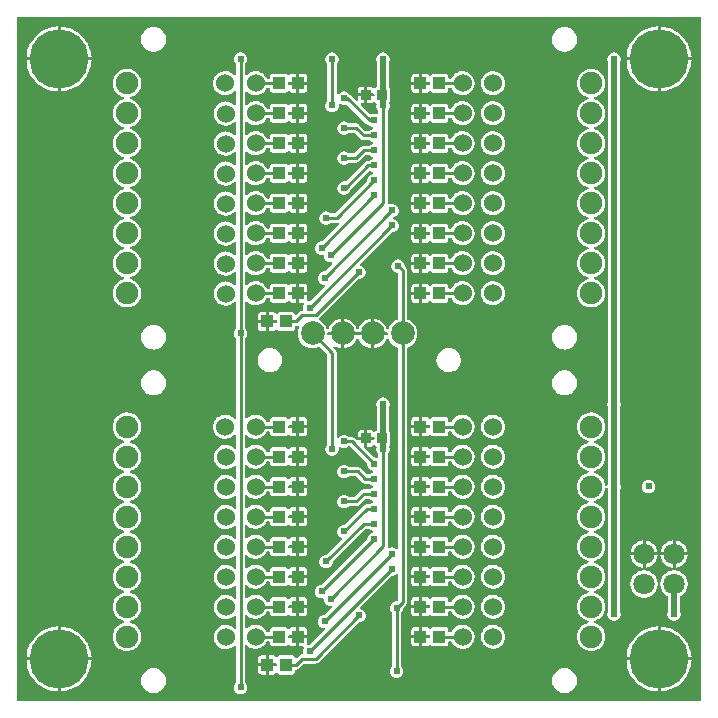
<source format=gbl>
G04 Layer: BottomLayer*
G04 Panelize: , Column: 2, Row: 2, Board Size: 58.42mm x 58.42mm, Panelized Board Size: 118.84mm x 118.84mm*
G04 EasyEDA v6.5.34, 2023-09-05 23:37:52*
G04 71e8e7d8462e44579d9289b60e05a131,5a6b42c53f6a479593ecc07194224c93,10*
G04 Gerber Generator version 0.2*
G04 Scale: 100 percent, Rotated: No, Reflected: No *
G04 Dimensions in millimeters *
G04 leading zeros omitted , absolute positions ,4 integer and 5 decimal *
%FSLAX45Y45*%
%MOMM*%

%AMMACRO1*21,1,$1,$2,0,0,$3*%
%ADD10C,0.2540*%
%ADD11C,0.5000*%
%ADD12MACRO1,1X1.1X0.0000*%
%ADD13MACRO1,0.8X0.9X0.0000*%
%ADD14C,5.0000*%
%ADD15C,1.5240*%
%ADD16C,1.9000*%
%ADD17C,2.0000*%
%ADD18C,1.8000*%
%ADD19C,0.6096*%
%ADD20C,0.0191*%

%LPD*%
G36*
X36068Y25908D02*
G01*
X32156Y26670D01*
X28905Y28905D01*
X26670Y32156D01*
X25908Y36068D01*
X25908Y5805932D01*
X26670Y5809792D01*
X28905Y5813094D01*
X32156Y5815330D01*
X36068Y5816092D01*
X5805932Y5815584D01*
X5809843Y5814822D01*
X5813094Y5812637D01*
X5815330Y5809335D01*
X5816092Y5805424D01*
X5816092Y36068D01*
X5815330Y32156D01*
X5813094Y28905D01*
X5809843Y26670D01*
X5805932Y25908D01*
G37*

%LPC*%
G36*
X1181100Y5521655D02*
G01*
X1194917Y5522518D01*
X1208481Y5525262D01*
X1221638Y5529681D01*
X1234033Y5535828D01*
X1245565Y5543499D01*
X1255979Y5552643D01*
X1265123Y5563057D01*
X1272794Y5574588D01*
X1278940Y5586984D01*
X1283360Y5600141D01*
X1286103Y5613704D01*
X1286967Y5627522D01*
X1286103Y5641340D01*
X1283360Y5654903D01*
X1278940Y5668060D01*
X1272794Y5680456D01*
X1265123Y5691987D01*
X1255979Y5702401D01*
X1245565Y5711545D01*
X1234033Y5719216D01*
X1221638Y5725363D01*
X1208481Y5729782D01*
X1194917Y5732526D01*
X1181100Y5733389D01*
X1167282Y5732526D01*
X1153718Y5729782D01*
X1140561Y5725363D01*
X1128166Y5719216D01*
X1116634Y5711545D01*
X1106220Y5702401D01*
X1097076Y5691987D01*
X1089406Y5680456D01*
X1083259Y5668060D01*
X1078839Y5654903D01*
X1076096Y5641340D01*
X1075232Y5627522D01*
X1076096Y5613704D01*
X1078839Y5600141D01*
X1083259Y5586984D01*
X1089406Y5574588D01*
X1097076Y5563057D01*
X1106220Y5552643D01*
X1116634Y5543499D01*
X1128166Y5535828D01*
X1140561Y5529681D01*
X1153718Y5525262D01*
X1167282Y5522518D01*
G37*
G36*
X4660900Y92100D02*
G01*
X4674717Y93014D01*
X4688281Y95707D01*
X4701438Y100177D01*
X4713833Y106273D01*
X4725365Y113995D01*
X4735779Y123139D01*
X4744923Y133553D01*
X4752594Y145034D01*
X4758740Y157480D01*
X4763160Y170586D01*
X4765903Y184150D01*
X4766767Y197967D01*
X4765903Y211836D01*
X4763160Y225399D01*
X4758740Y238506D01*
X4752594Y250952D01*
X4744923Y262432D01*
X4735779Y272846D01*
X4725365Y281990D01*
X4713833Y289712D01*
X4701438Y295808D01*
X4688281Y300278D01*
X4674717Y302971D01*
X4660900Y303885D01*
X4647082Y302971D01*
X4633518Y300278D01*
X4620361Y295808D01*
X4607966Y289712D01*
X4596434Y281990D01*
X4586020Y272846D01*
X4576876Y262432D01*
X4569206Y250952D01*
X4563059Y238506D01*
X4558639Y225399D01*
X4555896Y211836D01*
X4555032Y197967D01*
X4555896Y184150D01*
X4558639Y170586D01*
X4563059Y157480D01*
X4569206Y145034D01*
X4576876Y133553D01*
X4586020Y123139D01*
X4596434Y113995D01*
X4607966Y106273D01*
X4620361Y100177D01*
X4633518Y95707D01*
X4647082Y93014D01*
G37*
G36*
X1181100Y92151D02*
G01*
X1194917Y93014D01*
X1208481Y95758D01*
X1221638Y100177D01*
X1234033Y106324D01*
X1245565Y113995D01*
X1255979Y123139D01*
X1265123Y133553D01*
X1272794Y145084D01*
X1278940Y157480D01*
X1283360Y170637D01*
X1286103Y184200D01*
X1286967Y198018D01*
X1286103Y211836D01*
X1283360Y225399D01*
X1278940Y238556D01*
X1272794Y250952D01*
X1265123Y262483D01*
X1255979Y272897D01*
X1245565Y282041D01*
X1234033Y289712D01*
X1221638Y295859D01*
X1208481Y300278D01*
X1194917Y303022D01*
X1181100Y303885D01*
X1167282Y303022D01*
X1153718Y300278D01*
X1140561Y295859D01*
X1128166Y289712D01*
X1116634Y282041D01*
X1106220Y272897D01*
X1097076Y262483D01*
X1089406Y250952D01*
X1083259Y238556D01*
X1078839Y225399D01*
X1076096Y211836D01*
X1075232Y198018D01*
X1076096Y184200D01*
X1078839Y170637D01*
X1083259Y157480D01*
X1089406Y145084D01*
X1097076Y133553D01*
X1106220Y123139D01*
X1116634Y113995D01*
X1128166Y106324D01*
X1140561Y100177D01*
X1153718Y95758D01*
X1167282Y93014D01*
G37*
G36*
X5448300Y105562D02*
G01*
X5448300Y368300D01*
X5185664Y368300D01*
X5186070Y357936D01*
X5188966Y334975D01*
X5193792Y312369D01*
X5200446Y290271D01*
X5208981Y268782D01*
X5219242Y248107D01*
X5231180Y228295D01*
X5244795Y209600D01*
X5259882Y192125D01*
X5276392Y175971D01*
X5294172Y161239D01*
X5313172Y148031D01*
X5333187Y136499D01*
X5354066Y126644D01*
X5375757Y118618D01*
X5398008Y112369D01*
X5420715Y108051D01*
X5443677Y105664D01*
G37*
G36*
X368300Y105562D02*
G01*
X368300Y368300D01*
X105664Y368300D01*
X106070Y357936D01*
X108966Y334975D01*
X113792Y312369D01*
X120446Y290271D01*
X128981Y268782D01*
X139242Y248107D01*
X151180Y228295D01*
X164795Y209600D01*
X179882Y192125D01*
X196392Y175971D01*
X214172Y161239D01*
X233171Y148031D01*
X253187Y136499D01*
X274066Y126644D01*
X295757Y118618D01*
X318008Y112369D01*
X340715Y108051D01*
X363677Y105664D01*
G37*
G36*
X5473700Y105613D02*
G01*
X5489854Y106629D01*
X5512714Y109982D01*
X5535218Y115265D01*
X5557164Y122428D01*
X5578500Y131368D01*
X5598972Y142087D01*
X5618480Y154432D01*
X5636869Y168402D01*
X5654040Y183896D01*
X5669838Y200710D01*
X5684215Y218846D01*
X5697016Y238099D01*
X5708142Y258317D01*
X5717540Y279450D01*
X5725109Y301244D01*
X5730849Y323646D01*
X5734710Y346405D01*
X5736590Y368300D01*
X5473700Y368300D01*
G37*
G36*
X393700Y105613D02*
G01*
X409854Y106629D01*
X432714Y109982D01*
X455218Y115265D01*
X477164Y122428D01*
X498500Y131368D01*
X518972Y142087D01*
X538480Y154432D01*
X556869Y168402D01*
X574040Y183896D01*
X589838Y200710D01*
X604215Y218846D01*
X617016Y238099D01*
X628142Y258317D01*
X637540Y279450D01*
X645109Y301244D01*
X650849Y323646D01*
X654710Y346405D01*
X656590Y368300D01*
X393700Y368300D01*
G37*
G36*
X3238500Y223062D02*
G01*
X3248304Y223926D01*
X3257753Y226466D01*
X3266694Y230581D01*
X3274720Y236220D01*
X3281679Y243179D01*
X3287318Y251206D01*
X3291433Y260146D01*
X3293973Y269595D01*
X3294837Y279400D01*
X3293973Y289204D01*
X3291433Y298653D01*
X3287318Y307594D01*
X3281679Y315620D01*
X3280105Y317195D01*
X3277870Y320497D01*
X3277108Y324408D01*
X3277108Y767791D01*
X3277870Y771702D01*
X3280105Y775004D01*
X3281679Y776579D01*
X3287318Y784606D01*
X3291433Y793546D01*
X3293973Y802995D01*
X3294684Y811022D01*
X3295599Y814425D01*
X3297631Y817321D01*
X3316224Y835964D01*
X3321354Y842162D01*
X3324910Y848868D01*
X3327095Y856081D01*
X3327908Y864108D01*
X3327908Y3009900D01*
X3328619Y3013710D01*
X3330752Y3016910D01*
X3333902Y3019145D01*
X3347821Y3025444D01*
X3360826Y3033268D01*
X3372764Y3042666D01*
X3383534Y3053384D01*
X3392932Y3065373D01*
X3400755Y3078378D01*
X3407003Y3092246D01*
X3411524Y3106775D01*
X3414268Y3121710D01*
X3415182Y3136900D01*
X3414268Y3152089D01*
X3411524Y3167024D01*
X3407003Y3181553D01*
X3400755Y3195370D01*
X3392932Y3208426D01*
X3383534Y3220364D01*
X3372764Y3231134D01*
X3360826Y3240481D01*
X3347821Y3248355D01*
X3333902Y3254603D01*
X3330752Y3256838D01*
X3328619Y3260090D01*
X3327908Y3263900D01*
X3327908Y3669792D01*
X3327095Y3677818D01*
X3324910Y3685032D01*
X3321354Y3691737D01*
X3316224Y3697935D01*
X3310331Y3703878D01*
X3308299Y3706774D01*
X3307384Y3710178D01*
X3306673Y3718204D01*
X3304133Y3727653D01*
X3300018Y3736594D01*
X3294379Y3744620D01*
X3287420Y3751579D01*
X3279394Y3757218D01*
X3270453Y3761333D01*
X3261004Y3763873D01*
X3251200Y3764737D01*
X3241395Y3763873D01*
X3231946Y3761333D01*
X3223006Y3757218D01*
X3214979Y3751579D01*
X3208020Y3744620D01*
X3202381Y3736594D01*
X3198266Y3727653D01*
X3195726Y3718204D01*
X3194862Y3708400D01*
X3195726Y3698595D01*
X3198266Y3689146D01*
X3202381Y3680206D01*
X3208020Y3672179D01*
X3214979Y3665220D01*
X3223006Y3659581D01*
X3231946Y3655466D01*
X3245002Y3651910D01*
X3247999Y3649624D01*
X3249980Y3646474D01*
X3250692Y3642766D01*
X3250692Y3263900D01*
X3249980Y3260090D01*
X3247847Y3256838D01*
X3244697Y3254603D01*
X3230829Y3248355D01*
X3217773Y3240481D01*
X3205835Y3231134D01*
X3195066Y3220364D01*
X3185718Y3208426D01*
X3177844Y3195370D01*
X3171596Y3181451D01*
X3169361Y3178302D01*
X3166110Y3176219D01*
X3162300Y3175457D01*
X3158490Y3176219D01*
X3155289Y3178302D01*
X3153054Y3181451D01*
X3146755Y3195370D01*
X3138932Y3208426D01*
X3129534Y3220364D01*
X3118764Y3231134D01*
X3106826Y3240481D01*
X3093821Y3248355D01*
X3079953Y3254603D01*
X3065424Y3259124D01*
X3050489Y3261867D01*
X3048000Y3262020D01*
X3048000Y3149600D01*
X3153410Y3149600D01*
X3157270Y3148838D01*
X3160572Y3146602D01*
X3162757Y3143300D01*
X3163570Y3139440D01*
X3163570Y3134360D01*
X3162757Y3130448D01*
X3160572Y3127146D01*
X3157270Y3124962D01*
X3153410Y3124200D01*
X3048000Y3124200D01*
X3048000Y3011779D01*
X3050489Y3011932D01*
X3065424Y3014675D01*
X3079953Y3019196D01*
X3093821Y3025444D01*
X3106826Y3033268D01*
X3118764Y3042666D01*
X3129534Y3053384D01*
X3138932Y3065373D01*
X3146755Y3078378D01*
X3153054Y3092297D01*
X3155289Y3095447D01*
X3158490Y3097580D01*
X3162300Y3098292D01*
X3166110Y3097580D01*
X3169361Y3095447D01*
X3171596Y3092297D01*
X3177844Y3078378D01*
X3185718Y3065373D01*
X3195066Y3053384D01*
X3205835Y3042666D01*
X3217773Y3033268D01*
X3230829Y3025444D01*
X3244697Y3019145D01*
X3247847Y3016961D01*
X3249980Y3013710D01*
X3250692Y3009900D01*
X3250692Y1322832D01*
X3249726Y1318564D01*
X3247085Y1315059D01*
X3243173Y1313027D01*
X3238754Y1312824D01*
X3234690Y1314500D01*
X3228594Y1318818D01*
X3219704Y1322933D01*
X3210204Y1325473D01*
X3200450Y1326337D01*
X3190646Y1325473D01*
X3181146Y1322933D01*
X3176981Y1321003D01*
X3172815Y1320038D01*
X3168650Y1320850D01*
X3165195Y1323340D01*
X3163011Y1326997D01*
X3162554Y1331214D01*
X3162808Y1334008D01*
X3162808Y2113991D01*
X3163620Y2117902D01*
X3165805Y2121204D01*
X3167380Y2122779D01*
X3173018Y2130806D01*
X3177184Y2139746D01*
X3179724Y2149195D01*
X3180588Y2159000D01*
X3179724Y2168804D01*
X3177032Y2178812D01*
X3176778Y2182977D01*
X3178251Y2186838D01*
X3181299Y2191664D01*
X3183178Y2197150D01*
X3183890Y2203450D01*
X3183890Y2292350D01*
X3183178Y2298649D01*
X3181299Y2304135D01*
X3175863Y2312416D01*
X3175101Y2316327D01*
X3175101Y2514092D01*
X3176066Y2518410D01*
X3177133Y2520746D01*
X3179673Y2530195D01*
X3180537Y2540000D01*
X3179673Y2549804D01*
X3177133Y2559253D01*
X3173018Y2568194D01*
X3167380Y2576220D01*
X3160420Y2583180D01*
X3152394Y2588818D01*
X3143453Y2592933D01*
X3134004Y2595473D01*
X3124200Y2596337D01*
X3114395Y2595473D01*
X3104946Y2592933D01*
X3096006Y2588818D01*
X3087979Y2583180D01*
X3081020Y2576220D01*
X3075381Y2568194D01*
X3071266Y2559253D01*
X3068726Y2549804D01*
X3067862Y2540000D01*
X3068726Y2530195D01*
X3071266Y2520746D01*
X3072333Y2518410D01*
X3073298Y2514092D01*
X3073298Y2325674D01*
X3072485Y2321712D01*
X3070199Y2318359D01*
X3061868Y2313127D01*
X3057804Y2309012D01*
X3056585Y2307132D01*
X3053791Y2304186D01*
X3050032Y2302560D01*
X3045968Y2302560D01*
X3042208Y2304186D01*
X3039414Y2307132D01*
X3038195Y2309012D01*
X3034131Y2313127D01*
X3029204Y2316175D01*
X3023768Y2318105D01*
X3017418Y2318816D01*
X2990697Y2318816D01*
X2990697Y2260600D01*
X3041904Y2260600D01*
X3045815Y2259838D01*
X3049117Y2257602D01*
X3051302Y2254351D01*
X3052064Y2250440D01*
X3052064Y2245360D01*
X3051302Y2241448D01*
X3049117Y2238197D01*
X3045815Y2235962D01*
X3041904Y2235200D01*
X2990697Y2235200D01*
X2990697Y2176983D01*
X3017418Y2176983D01*
X3023768Y2177694D01*
X3029204Y2179624D01*
X3034131Y2182672D01*
X3038195Y2186787D01*
X3039414Y2188667D01*
X3042208Y2191613D01*
X3045968Y2193239D01*
X3050032Y2193239D01*
X3053791Y2191613D01*
X3056585Y2188667D01*
X3057804Y2186787D01*
X3061868Y2182672D01*
X3064560Y2180996D01*
X3067659Y2177999D01*
X3069183Y2174036D01*
X3067862Y2159000D01*
X3068726Y2149195D01*
X3071266Y2139746D01*
X3075432Y2130806D01*
X3081070Y2122779D01*
X3082645Y2121204D01*
X3084830Y2117902D01*
X3085642Y2113991D01*
X3085642Y2092350D01*
X3084830Y2088388D01*
X3082493Y2085035D01*
X3079089Y2082850D01*
X3075127Y2082190D01*
X3071164Y2083155D01*
X3067304Y2084933D01*
X3057804Y2087473D01*
X3049778Y2088184D01*
X3046374Y2089099D01*
X3043478Y2091131D01*
X2968294Y2166315D01*
X2966059Y2169617D01*
X2965297Y2173528D01*
X2965297Y2235200D01*
X2903626Y2235200D01*
X2899765Y2235962D01*
X2896463Y2238197D01*
X2885186Y2249424D01*
X2878937Y2254554D01*
X2872282Y2258110D01*
X2865069Y2260295D01*
X2857042Y2261108D01*
X2839008Y2261108D01*
X2835148Y2261870D01*
X2831846Y2264105D01*
X2830271Y2265680D01*
X2822194Y2271318D01*
X2813304Y2275433D01*
X2803804Y2277973D01*
X2794050Y2278837D01*
X2784246Y2277973D01*
X2774746Y2275433D01*
X2765856Y2271318D01*
X2757779Y2265680D01*
X2750870Y2258720D01*
X2749499Y2256790D01*
X2746400Y2253894D01*
X2742387Y2252522D01*
X2738120Y2252929D01*
X2734462Y2255062D01*
X2731922Y2258466D01*
X2731008Y2262632D01*
X2731008Y2971292D01*
X2730246Y2979318D01*
X2728061Y2986532D01*
X2724505Y2993186D01*
X2719374Y2999435D01*
X2707589Y3011220D01*
X2705303Y3014726D01*
X2704592Y3018840D01*
X2705658Y3022904D01*
X2708198Y3026206D01*
X2711907Y3028188D01*
X2716072Y3028492D01*
X2719984Y3027121D01*
X2722829Y3025444D01*
X2736646Y3019196D01*
X2751175Y3014675D01*
X2766110Y3011932D01*
X2768600Y3011779D01*
X2768600Y3124200D01*
X2663240Y3124200D01*
X2659329Y3124962D01*
X2656027Y3127146D01*
X2653842Y3130448D01*
X2653080Y3134360D01*
X2653080Y3139440D01*
X2653842Y3143300D01*
X2656027Y3146602D01*
X2659329Y3148838D01*
X2663240Y3149600D01*
X2768600Y3149600D01*
X2768600Y3262020D01*
X2766110Y3261867D01*
X2751175Y3259124D01*
X2736646Y3254603D01*
X2722829Y3248355D01*
X2709773Y3240481D01*
X2697835Y3231134D01*
X2687066Y3220364D01*
X2677718Y3208426D01*
X2669844Y3195370D01*
X2663596Y3181451D01*
X2661361Y3178302D01*
X2658110Y3176219D01*
X2654300Y3175457D01*
X2650490Y3176219D01*
X2647289Y3178302D01*
X2645054Y3181451D01*
X2638755Y3195370D01*
X2630932Y3208426D01*
X2621534Y3220364D01*
X2610764Y3231134D01*
X2598826Y3240481D01*
X2584754Y3248914D01*
X2582011Y3251352D01*
X2580284Y3254552D01*
X2579827Y3258210D01*
X2580741Y3261766D01*
X2582824Y3264814D01*
X2916478Y3598468D01*
X2919374Y3600500D01*
X2922778Y3601415D01*
X2930804Y3602126D01*
X2940253Y3604666D01*
X2949194Y3608781D01*
X2957220Y3614420D01*
X2964180Y3621379D01*
X2969818Y3629406D01*
X2973933Y3638346D01*
X2976473Y3647795D01*
X2977337Y3657600D01*
X2976473Y3667404D01*
X2973933Y3676853D01*
X2969818Y3685794D01*
X2964180Y3693820D01*
X2957220Y3700779D01*
X2949194Y3706418D01*
X2940253Y3710533D01*
X2936748Y3711498D01*
X2932988Y3713429D01*
X2930347Y3716680D01*
X2929229Y3720795D01*
X2929890Y3724960D01*
X2932176Y3728516D01*
X3195878Y3992168D01*
X3198774Y3994200D01*
X3202178Y3995115D01*
X3210204Y3995826D01*
X3219653Y3998366D01*
X3228594Y4002481D01*
X3236620Y4008120D01*
X3243580Y4015079D01*
X3249218Y4023106D01*
X3253333Y4032046D01*
X3255873Y4041495D01*
X3256737Y4051300D01*
X3255873Y4061104D01*
X3253333Y4070553D01*
X3249218Y4079494D01*
X3243580Y4087520D01*
X3236620Y4094479D01*
X3228594Y4100118D01*
X3219653Y4104233D01*
X3216910Y4104995D01*
X3213049Y4107027D01*
X3210356Y4110482D01*
X3209391Y4114800D01*
X3210356Y4119118D01*
X3213049Y4122572D01*
X3216910Y4124604D01*
X3219653Y4125366D01*
X3228594Y4129481D01*
X3236620Y4135120D01*
X3243580Y4142079D01*
X3249218Y4150106D01*
X3253333Y4159046D01*
X3255873Y4168495D01*
X3256737Y4178300D01*
X3255873Y4188104D01*
X3253333Y4197553D01*
X3249218Y4206494D01*
X3243580Y4214520D01*
X3236620Y4221480D01*
X3228594Y4227118D01*
X3219653Y4231233D01*
X3210204Y4233773D01*
X3200400Y4234637D01*
X3190595Y4233773D01*
X3181146Y4231233D01*
X3176930Y4229303D01*
X3172815Y4228338D01*
X3168650Y4229150D01*
X3165144Y4231640D01*
X3163011Y4235297D01*
X3162554Y4239514D01*
X3162808Y4242308D01*
X3162808Y5022291D01*
X3163570Y5026202D01*
X3165805Y5029504D01*
X3167380Y5031079D01*
X3173018Y5039106D01*
X3177133Y5048046D01*
X3179673Y5057495D01*
X3180537Y5067300D01*
X3179673Y5077104D01*
X3176981Y5087112D01*
X3176778Y5091277D01*
X3178200Y5095138D01*
X3181248Y5099964D01*
X3183178Y5105450D01*
X3183890Y5111750D01*
X3183890Y5200650D01*
X3183178Y5206949D01*
X3181248Y5212435D01*
X3175863Y5220716D01*
X3175101Y5224576D01*
X3175101Y5435092D01*
X3176066Y5439410D01*
X3177133Y5441746D01*
X3179673Y5451195D01*
X3180537Y5461000D01*
X3179673Y5470804D01*
X3177133Y5480253D01*
X3173018Y5489194D01*
X3167380Y5497220D01*
X3160420Y5504180D01*
X3152394Y5509818D01*
X3143453Y5513933D01*
X3134004Y5516473D01*
X3124200Y5517337D01*
X3114395Y5516473D01*
X3104946Y5513933D01*
X3096006Y5509818D01*
X3087979Y5504180D01*
X3081020Y5497220D01*
X3075381Y5489194D01*
X3071266Y5480253D01*
X3068726Y5470804D01*
X3067862Y5461000D01*
X3068726Y5451195D01*
X3071266Y5441746D01*
X3072333Y5439410D01*
X3073298Y5435092D01*
X3073298Y5233974D01*
X3072485Y5230012D01*
X3070199Y5226659D01*
X3061868Y5221427D01*
X3057753Y5217312D01*
X3056585Y5215432D01*
X3053740Y5212486D01*
X3050032Y5210860D01*
X3045917Y5210860D01*
X3042208Y5212486D01*
X3039364Y5215432D01*
X3038195Y5217312D01*
X3034080Y5221427D01*
X3029204Y5224475D01*
X3023717Y5226405D01*
X3017418Y5227116D01*
X2990697Y5227116D01*
X2990697Y5168900D01*
X3041904Y5168900D01*
X3045764Y5168138D01*
X3049066Y5165902D01*
X3051302Y5162651D01*
X3052064Y5158740D01*
X3052064Y5153660D01*
X3051302Y5149748D01*
X3049066Y5146497D01*
X3045764Y5144262D01*
X3041904Y5143500D01*
X2990697Y5143500D01*
X2990697Y5085283D01*
X3017418Y5085283D01*
X3023717Y5085994D01*
X3029204Y5087924D01*
X3034080Y5090972D01*
X3038195Y5095087D01*
X3039364Y5096967D01*
X3042208Y5099913D01*
X3045917Y5101539D01*
X3050032Y5101539D01*
X3053740Y5099913D01*
X3056585Y5096967D01*
X3057753Y5095087D01*
X3061868Y5090972D01*
X3064560Y5089296D01*
X3067608Y5086299D01*
X3069183Y5082336D01*
X3067862Y5067300D01*
X3068726Y5057495D01*
X3071266Y5048046D01*
X3075381Y5039106D01*
X3081020Y5031079D01*
X3082594Y5029504D01*
X3084830Y5026202D01*
X3085592Y5022291D01*
X3085592Y5000650D01*
X3084779Y4996688D01*
X3082493Y4993335D01*
X3079089Y4991150D01*
X3075076Y4990490D01*
X3071114Y4991455D01*
X3067253Y4993233D01*
X3057804Y4995773D01*
X3048000Y4996637D01*
X3038195Y4995773D01*
X3028746Y4993233D01*
X3023463Y4990795D01*
X3019450Y4989830D01*
X3015437Y4990541D01*
X3011982Y4992827D01*
X2936849Y5067960D01*
X2934665Y5071262D01*
X2933852Y5075123D01*
X2934665Y5079034D01*
X2936849Y5082336D01*
X2940151Y5084521D01*
X2944012Y5085283D01*
X2965297Y5085283D01*
X2965297Y5143500D01*
X2912059Y5143500D01*
X2912059Y5117236D01*
X2911297Y5113375D01*
X2909112Y5110073D01*
X2905810Y5107889D01*
X2901899Y5107076D01*
X2898038Y5107889D01*
X2894736Y5110073D01*
X2847035Y5157724D01*
X2840177Y5163413D01*
X2837180Y5167020D01*
X2830220Y5173980D01*
X2822194Y5179618D01*
X2813253Y5183733D01*
X2803804Y5186273D01*
X2794000Y5187137D01*
X2784195Y5186273D01*
X2774746Y5183733D01*
X2765806Y5179618D01*
X2757779Y5173980D01*
X2750820Y5167020D01*
X2749499Y5165090D01*
X2746400Y5162194D01*
X2742336Y5160822D01*
X2738120Y5161229D01*
X2734411Y5163362D01*
X2731922Y5166766D01*
X2731008Y5170932D01*
X2731008Y5415991D01*
X2731770Y5419902D01*
X2734005Y5423204D01*
X2735580Y5424779D01*
X2741218Y5432806D01*
X2745333Y5441746D01*
X2747873Y5451195D01*
X2748737Y5461000D01*
X2747873Y5470804D01*
X2745333Y5480253D01*
X2741218Y5489194D01*
X2735580Y5497220D01*
X2728620Y5504180D01*
X2720594Y5509818D01*
X2711653Y5513933D01*
X2702204Y5516473D01*
X2692400Y5517337D01*
X2682595Y5516473D01*
X2673146Y5513933D01*
X2664206Y5509818D01*
X2656179Y5504180D01*
X2649220Y5497220D01*
X2643581Y5489194D01*
X2639466Y5480253D01*
X2636926Y5470804D01*
X2636062Y5461000D01*
X2636926Y5451195D01*
X2639466Y5441746D01*
X2643581Y5432806D01*
X2649220Y5424779D01*
X2650794Y5423204D01*
X2653030Y5419902D01*
X2653792Y5415991D01*
X2653792Y5112308D01*
X2653030Y5108397D01*
X2650794Y5105095D01*
X2649220Y5103520D01*
X2643581Y5095494D01*
X2639466Y5086553D01*
X2636926Y5077104D01*
X2636062Y5067300D01*
X2636926Y5057495D01*
X2639466Y5048046D01*
X2643581Y5039106D01*
X2649220Y5031079D01*
X2656179Y5024120D01*
X2664206Y5018481D01*
X2673146Y5014366D01*
X2682595Y5011826D01*
X2692400Y5010962D01*
X2702204Y5011826D01*
X2711653Y5014366D01*
X2720594Y5018481D01*
X2728620Y5024120D01*
X2735580Y5031079D01*
X2741218Y5039106D01*
X2745333Y5048046D01*
X2747873Y5057495D01*
X2748737Y5067300D01*
X2748178Y5074005D01*
X2748534Y5077815D01*
X2750312Y5081168D01*
X2753207Y5083657D01*
X2756814Y5084927D01*
X2760624Y5084775D01*
X2764129Y5083200D01*
X2765806Y5081981D01*
X2774746Y5077866D01*
X2784195Y5075326D01*
X2794000Y5074462D01*
X2803804Y5075326D01*
X2811119Y5077256D01*
X2814675Y5077561D01*
X2818079Y5076647D01*
X2820974Y5074666D01*
X2982264Y4913376D01*
X2988462Y4908245D01*
X2995168Y4904689D01*
X3002381Y4902504D01*
X3006598Y4901488D01*
X3009442Y4899456D01*
X3011779Y4897120D01*
X3019806Y4891481D01*
X3028746Y4887366D01*
X3031490Y4886604D01*
X3035350Y4884572D01*
X3038043Y4881118D01*
X3039008Y4876800D01*
X3038043Y4872482D01*
X3035350Y4869027D01*
X3031490Y4866995D01*
X3028746Y4866233D01*
X3019806Y4862118D01*
X3011779Y4856480D01*
X3010204Y4854905D01*
X3006902Y4852670D01*
X3002991Y4851908D01*
X2979318Y4851908D01*
X2975406Y4852670D01*
X2972104Y4854905D01*
X2923235Y4903724D01*
X2917037Y4908854D01*
X2910332Y4912410D01*
X2903118Y4914595D01*
X2895092Y4915408D01*
X2839008Y4915408D01*
X2835097Y4916170D01*
X2831795Y4918405D01*
X2830220Y4919980D01*
X2822194Y4925618D01*
X2813253Y4929733D01*
X2803804Y4932273D01*
X2794000Y4933137D01*
X2784195Y4932273D01*
X2774746Y4929733D01*
X2765806Y4925618D01*
X2757779Y4919980D01*
X2750820Y4913020D01*
X2745181Y4904994D01*
X2741066Y4896053D01*
X2738526Y4886604D01*
X2737662Y4876800D01*
X2738526Y4866995D01*
X2741066Y4857546D01*
X2745181Y4848606D01*
X2750820Y4840579D01*
X2757779Y4833620D01*
X2765806Y4827981D01*
X2774746Y4823866D01*
X2784195Y4821326D01*
X2794000Y4820462D01*
X2803804Y4821326D01*
X2813253Y4823866D01*
X2822194Y4827981D01*
X2830220Y4833620D01*
X2831795Y4835194D01*
X2835097Y4837430D01*
X2839008Y4838192D01*
X2875381Y4838192D01*
X2879293Y4837430D01*
X2882595Y4835194D01*
X2931464Y4786376D01*
X2937662Y4781245D01*
X2944368Y4777689D01*
X2951581Y4775504D01*
X2959608Y4774692D01*
X3002991Y4774692D01*
X3006902Y4773930D01*
X3010204Y4771694D01*
X3011779Y4770120D01*
X3019806Y4764481D01*
X3028746Y4760366D01*
X3031490Y4759604D01*
X3035350Y4757572D01*
X3038043Y4754118D01*
X3039008Y4749800D01*
X3038043Y4745482D01*
X3035350Y4742027D01*
X3031490Y4739995D01*
X3028746Y4739233D01*
X3019806Y4735118D01*
X3011779Y4729480D01*
X3010204Y4727905D01*
X3006902Y4725670D01*
X3002991Y4724908D01*
X2959608Y4724908D01*
X2951581Y4724095D01*
X2944368Y4721910D01*
X2937662Y4718354D01*
X2931464Y4713224D01*
X2882595Y4664405D01*
X2879293Y4662170D01*
X2875381Y4661408D01*
X2839008Y4661408D01*
X2835097Y4662170D01*
X2831795Y4664405D01*
X2830220Y4665980D01*
X2822194Y4671618D01*
X2813253Y4675733D01*
X2803804Y4678273D01*
X2794000Y4679137D01*
X2784195Y4678273D01*
X2774746Y4675733D01*
X2765806Y4671618D01*
X2757779Y4665980D01*
X2750820Y4659020D01*
X2745181Y4650994D01*
X2741066Y4642053D01*
X2738526Y4632604D01*
X2737662Y4622800D01*
X2738526Y4612995D01*
X2741066Y4603546D01*
X2745181Y4594606D01*
X2750820Y4586579D01*
X2757779Y4579620D01*
X2765806Y4573981D01*
X2774746Y4569866D01*
X2784195Y4567326D01*
X2794000Y4566462D01*
X2803804Y4567326D01*
X2813253Y4569866D01*
X2822194Y4573981D01*
X2830220Y4579620D01*
X2831795Y4581194D01*
X2835097Y4583430D01*
X2839008Y4584192D01*
X2895092Y4584192D01*
X2903118Y4585004D01*
X2910332Y4587189D01*
X2917037Y4590745D01*
X2923235Y4595876D01*
X2972104Y4644694D01*
X2975406Y4646930D01*
X2979318Y4647692D01*
X3002991Y4647692D01*
X3006902Y4646930D01*
X3010204Y4644694D01*
X3011779Y4643120D01*
X3019806Y4637481D01*
X3028746Y4633366D01*
X3031490Y4632604D01*
X3035350Y4630572D01*
X3038043Y4627118D01*
X3039008Y4622800D01*
X3038043Y4618482D01*
X3035350Y4615027D01*
X3031490Y4612995D01*
X3028746Y4612233D01*
X3019806Y4608118D01*
X3011779Y4602480D01*
X3010204Y4600905D01*
X3006902Y4598670D01*
X3002991Y4597908D01*
X2997708Y4597908D01*
X2989681Y4597095D01*
X2982468Y4594910D01*
X2975762Y4591354D01*
X2969564Y4586224D01*
X2810611Y4427321D01*
X2806903Y4424984D01*
X2802585Y4424375D01*
X2794000Y4425137D01*
X2784195Y4424273D01*
X2774746Y4421733D01*
X2765806Y4417618D01*
X2757779Y4411980D01*
X2750820Y4405020D01*
X2745181Y4396994D01*
X2741066Y4388053D01*
X2738526Y4378604D01*
X2737662Y4368800D01*
X2738526Y4358995D01*
X2741066Y4349546D01*
X2745181Y4340606D01*
X2750820Y4332579D01*
X2757779Y4325620D01*
X2765806Y4319981D01*
X2774746Y4315866D01*
X2784195Y4313326D01*
X2794000Y4312462D01*
X2803804Y4313326D01*
X2813253Y4315866D01*
X2822194Y4319981D01*
X2830220Y4325620D01*
X2837180Y4332579D01*
X2842818Y4340606D01*
X2846933Y4349546D01*
X2848051Y4353610D01*
X2849067Y4356049D01*
X2850692Y4358182D01*
X3003905Y4511395D01*
X3006801Y4513427D01*
X3010204Y4514342D01*
X3013710Y4514037D01*
X3016910Y4512564D01*
X3019806Y4510481D01*
X3028746Y4506366D01*
X3031490Y4505604D01*
X3035350Y4503572D01*
X3038043Y4500118D01*
X3039008Y4495800D01*
X3038043Y4491482D01*
X3035350Y4488027D01*
X3031490Y4485995D01*
X3028746Y4485233D01*
X3019806Y4481118D01*
X3011779Y4475480D01*
X3004820Y4468520D01*
X2999181Y4460494D01*
X2995066Y4451553D01*
X2992526Y4442104D01*
X2991815Y4434078D01*
X2990900Y4430674D01*
X2988868Y4427778D01*
X2717495Y4156405D01*
X2714193Y4154170D01*
X2710281Y4153408D01*
X2686608Y4153408D01*
X2682697Y4154170D01*
X2679395Y4156405D01*
X2677820Y4157979D01*
X2669794Y4163618D01*
X2660853Y4167733D01*
X2651404Y4170273D01*
X2641600Y4171137D01*
X2631795Y4170273D01*
X2622346Y4167733D01*
X2613406Y4163618D01*
X2605379Y4157979D01*
X2598420Y4151020D01*
X2592781Y4142994D01*
X2588666Y4134053D01*
X2586126Y4124604D01*
X2585262Y4114800D01*
X2586126Y4104995D01*
X2588666Y4095546D01*
X2592781Y4086606D01*
X2598420Y4078579D01*
X2605379Y4071620D01*
X2613406Y4065981D01*
X2622346Y4061866D01*
X2631795Y4059326D01*
X2641600Y4058462D01*
X2651404Y4059326D01*
X2660853Y4061866D01*
X2669794Y4065981D01*
X2677820Y4071620D01*
X2679395Y4073194D01*
X2682697Y4075429D01*
X2686608Y4076192D01*
X2729992Y4076192D01*
X2742488Y4077309D01*
X2746654Y4075734D01*
X2749702Y4072483D01*
X2751124Y4068267D01*
X2750566Y4063847D01*
X2748178Y4060088D01*
X2608021Y3919931D01*
X2605125Y3917899D01*
X2601722Y3916984D01*
X2593695Y3916273D01*
X2584246Y3913733D01*
X2575306Y3909618D01*
X2567279Y3903979D01*
X2560320Y3897020D01*
X2554681Y3888994D01*
X2550566Y3880053D01*
X2548026Y3870604D01*
X2547162Y3860800D01*
X2548026Y3850995D01*
X2550566Y3841546D01*
X2554681Y3832606D01*
X2560320Y3824579D01*
X2567279Y3817620D01*
X2575306Y3811981D01*
X2584246Y3807866D01*
X2593695Y3805326D01*
X2603500Y3804462D01*
X2612440Y3805224D01*
X2616403Y3804818D01*
X2619857Y3802887D01*
X2622346Y3799789D01*
X2623464Y3795979D01*
X2624226Y3787495D01*
X2626766Y3778046D01*
X2630881Y3769106D01*
X2636520Y3761079D01*
X2643479Y3754120D01*
X2651506Y3748481D01*
X2660446Y3744366D01*
X2669895Y3741826D01*
X2679700Y3740962D01*
X2683408Y3741267D01*
X2687472Y3740810D01*
X2691028Y3738727D01*
X2693517Y3735425D01*
X2694432Y3731463D01*
X2693720Y3727399D01*
X2691485Y3723944D01*
X2633421Y3665931D01*
X2630525Y3663899D01*
X2627122Y3662984D01*
X2619095Y3662273D01*
X2609646Y3659733D01*
X2600706Y3655618D01*
X2592679Y3649979D01*
X2585720Y3643020D01*
X2580081Y3634994D01*
X2575966Y3626053D01*
X2573426Y3616604D01*
X2572562Y3606800D01*
X2573426Y3596995D01*
X2575966Y3587546D01*
X2580081Y3578606D01*
X2585720Y3570579D01*
X2592679Y3563620D01*
X2600706Y3557981D01*
X2609646Y3553866D01*
X2619095Y3551326D01*
X2621940Y3551072D01*
X2625648Y3550005D01*
X2628646Y3547668D01*
X2630627Y3544417D01*
X2631236Y3540658D01*
X2630373Y3536899D01*
X2628239Y3533749D01*
X2506421Y3411931D01*
X2503627Y3409950D01*
X2500274Y3408984D01*
X2490622Y3408019D01*
X2486152Y3408578D01*
X2482342Y3410965D01*
X2479954Y3414776D01*
X2479497Y3419246D01*
X2480005Y3423869D01*
X2480005Y3465576D01*
X2416810Y3465576D01*
X2416810Y3397402D01*
X2445054Y3397402D01*
X2449372Y3396437D01*
X2452878Y3393744D01*
X2454910Y3389833D01*
X2455062Y3385464D01*
X2448966Y3372053D01*
X2446426Y3362604D01*
X2445562Y3352800D01*
X2446426Y3342995D01*
X2447036Y3340608D01*
X2447239Y3336239D01*
X2445613Y3332175D01*
X2442413Y3329178D01*
X2438247Y3327857D01*
X2430881Y3327095D01*
X2423668Y3324910D01*
X2416962Y3321354D01*
X2410764Y3316224D01*
X2393289Y3298799D01*
X2389886Y3296564D01*
X2385872Y3295802D01*
X2381910Y3296716D01*
X2378608Y3299104D01*
X2376525Y3302609D01*
X2375763Y3304692D01*
X2372715Y3309620D01*
X2368600Y3313684D01*
X2363724Y3316782D01*
X2358237Y3318713D01*
X2351938Y3319424D01*
X2253081Y3319424D01*
X2246731Y3318713D01*
X2241296Y3316782D01*
X2236368Y3313684D01*
X2232304Y3309620D01*
X2231085Y3307740D01*
X2228291Y3304794D01*
X2224532Y3303168D01*
X2220468Y3303168D01*
X2216708Y3304794D01*
X2213914Y3307740D01*
X2212695Y3309620D01*
X2208631Y3313684D01*
X2203704Y3316782D01*
X2198268Y3318713D01*
X2191918Y3319424D01*
X2155190Y3319424D01*
X2155190Y3251200D01*
X2216404Y3251200D01*
X2220315Y3250438D01*
X2223617Y3248202D01*
X2225802Y3244951D01*
X2226564Y3241040D01*
X2226564Y3235960D01*
X2225802Y3232048D01*
X2223617Y3228797D01*
X2220315Y3226562D01*
X2216404Y3225800D01*
X2155190Y3225800D01*
X2155190Y3157575D01*
X2191918Y3157575D01*
X2198268Y3158286D01*
X2203704Y3160217D01*
X2208631Y3163316D01*
X2212695Y3167380D01*
X2213914Y3169259D01*
X2216708Y3172206D01*
X2220468Y3173831D01*
X2224532Y3173831D01*
X2228291Y3172206D01*
X2231085Y3169259D01*
X2232304Y3167380D01*
X2236368Y3163316D01*
X2241296Y3160217D01*
X2246731Y3158286D01*
X2253081Y3157575D01*
X2351938Y3157575D01*
X2358237Y3158286D01*
X2363724Y3160217D01*
X2368600Y3163316D01*
X2372715Y3167380D01*
X2375763Y3172307D01*
X2377694Y3177743D01*
X2378405Y3184093D01*
X2378405Y3189833D01*
X2379065Y3193491D01*
X2381046Y3196640D01*
X2383993Y3198926D01*
X2387549Y3199942D01*
X2395118Y3200704D01*
X2400503Y3202330D01*
X2404313Y3202686D01*
X2408021Y3201670D01*
X2411069Y3199282D01*
X2413000Y3195980D01*
X2413609Y3192170D01*
X2412695Y3188411D01*
X2409596Y3181553D01*
X2405075Y3167024D01*
X2402332Y3152089D01*
X2401417Y3136900D01*
X2402332Y3121710D01*
X2405075Y3106775D01*
X2409596Y3092246D01*
X2415844Y3078378D01*
X2423718Y3065373D01*
X2433066Y3053384D01*
X2443835Y3042666D01*
X2455773Y3033268D01*
X2468829Y3025444D01*
X2482646Y3019196D01*
X2497175Y3014675D01*
X2512110Y3011932D01*
X2527300Y3011017D01*
X2542489Y3011932D01*
X2557424Y3014675D01*
X2571953Y3019196D01*
X2578303Y3022041D01*
X2582265Y3022904D01*
X2586278Y3022193D01*
X2589631Y3019958D01*
X2650845Y2958744D01*
X2653030Y2955442D01*
X2653842Y2951581D01*
X2653842Y2204008D01*
X2653030Y2200097D01*
X2650845Y2196795D01*
X2649270Y2195220D01*
X2643632Y2187194D01*
X2639466Y2178253D01*
X2636926Y2168804D01*
X2636062Y2159000D01*
X2636926Y2149195D01*
X2639466Y2139746D01*
X2643632Y2130806D01*
X2649270Y2122779D01*
X2656179Y2115820D01*
X2664256Y2110181D01*
X2673146Y2106066D01*
X2682646Y2103526D01*
X2692450Y2102662D01*
X2702204Y2103526D01*
X2711704Y2106066D01*
X2720594Y2110181D01*
X2728671Y2115820D01*
X2735580Y2122779D01*
X2741218Y2130806D01*
X2745384Y2139746D01*
X2747924Y2149195D01*
X2748788Y2159000D01*
X2748178Y2165705D01*
X2748584Y2169515D01*
X2750362Y2172868D01*
X2753207Y2175357D01*
X2756814Y2176627D01*
X2760675Y2176475D01*
X2764129Y2174900D01*
X2765856Y2173681D01*
X2774746Y2169566D01*
X2784246Y2167026D01*
X2794050Y2166162D01*
X2803804Y2167026D01*
X2813304Y2169566D01*
X2822194Y2173681D01*
X2834284Y2182266D01*
X2838145Y2183028D01*
X2842056Y2182266D01*
X2845358Y2180082D01*
X2988868Y2036521D01*
X2990900Y2033625D01*
X2991815Y2030222D01*
X2992526Y2022195D01*
X2995066Y2012746D01*
X2999232Y2003806D01*
X3004870Y1995779D01*
X3011779Y1988820D01*
X3019856Y1983181D01*
X3028746Y1979066D01*
X3031490Y1978304D01*
X3035401Y1976272D01*
X3038094Y1972818D01*
X3039008Y1968500D01*
X3038094Y1964182D01*
X3035401Y1960727D01*
X3031490Y1958695D01*
X3028746Y1957933D01*
X3019856Y1953818D01*
X3011779Y1948180D01*
X3010204Y1946605D01*
X3006902Y1944370D01*
X3003042Y1943607D01*
X2992018Y1943607D01*
X2988106Y1944370D01*
X2984804Y1946605D01*
X2935935Y1995424D01*
X2929737Y2000554D01*
X2923032Y2004110D01*
X2915818Y2006295D01*
X2907792Y2007107D01*
X2839008Y2007107D01*
X2835148Y2007870D01*
X2831846Y2010105D01*
X2830271Y2011680D01*
X2822194Y2017318D01*
X2813304Y2021433D01*
X2803804Y2023973D01*
X2794050Y2024837D01*
X2784246Y2023973D01*
X2774746Y2021433D01*
X2765856Y2017318D01*
X2757779Y2011680D01*
X2750870Y2004720D01*
X2745232Y1996693D01*
X2741066Y1987753D01*
X2738526Y1978304D01*
X2737662Y1968500D01*
X2738526Y1958695D01*
X2741066Y1949246D01*
X2745232Y1940306D01*
X2750870Y1932279D01*
X2757779Y1925320D01*
X2765856Y1919681D01*
X2774746Y1915566D01*
X2784246Y1913026D01*
X2794050Y1912162D01*
X2803804Y1913026D01*
X2813304Y1915566D01*
X2822194Y1919681D01*
X2830271Y1925320D01*
X2831846Y1926894D01*
X2835148Y1929130D01*
X2839008Y1929892D01*
X2888081Y1929892D01*
X2891993Y1929130D01*
X2895295Y1926894D01*
X2944164Y1878075D01*
X2950362Y1872945D01*
X2957068Y1869389D01*
X2964281Y1867204D01*
X2972308Y1866392D01*
X3003042Y1866392D01*
X3006902Y1865630D01*
X3010204Y1863394D01*
X3011779Y1861820D01*
X3019856Y1856181D01*
X3028746Y1852066D01*
X3031490Y1851304D01*
X3035401Y1849272D01*
X3038094Y1845818D01*
X3039008Y1841500D01*
X3038094Y1837182D01*
X3035401Y1833727D01*
X3031490Y1831695D01*
X3028746Y1830933D01*
X3019856Y1826818D01*
X3011779Y1821180D01*
X3010204Y1819605D01*
X3006902Y1817370D01*
X3003042Y1816607D01*
X2959608Y1816607D01*
X2951581Y1815795D01*
X2944368Y1813610D01*
X2937662Y1810054D01*
X2931464Y1804924D01*
X2882595Y1756105D01*
X2879293Y1753870D01*
X2875381Y1753107D01*
X2839008Y1753107D01*
X2835148Y1753870D01*
X2831846Y1756105D01*
X2830271Y1757680D01*
X2822194Y1763318D01*
X2813304Y1767433D01*
X2803804Y1769973D01*
X2794050Y1770837D01*
X2784246Y1769973D01*
X2774746Y1767433D01*
X2765856Y1763318D01*
X2757779Y1757680D01*
X2750870Y1750720D01*
X2745232Y1742693D01*
X2741066Y1733753D01*
X2738526Y1724304D01*
X2737662Y1714500D01*
X2738526Y1704695D01*
X2741066Y1695246D01*
X2745232Y1686306D01*
X2750870Y1678279D01*
X2757779Y1671320D01*
X2765856Y1665681D01*
X2774746Y1661566D01*
X2784246Y1659026D01*
X2794050Y1658162D01*
X2803804Y1659026D01*
X2813304Y1661566D01*
X2822194Y1665681D01*
X2830271Y1671320D01*
X2831846Y1672894D01*
X2835148Y1675130D01*
X2839008Y1675892D01*
X2895092Y1675892D01*
X2903118Y1676704D01*
X2910332Y1678889D01*
X2917037Y1682445D01*
X2923235Y1687575D01*
X2972104Y1736394D01*
X2975406Y1738630D01*
X2979318Y1739392D01*
X3003042Y1739392D01*
X3006902Y1738630D01*
X3010204Y1736394D01*
X3011779Y1734820D01*
X3019856Y1729181D01*
X3028746Y1725066D01*
X3031490Y1724304D01*
X3035401Y1722272D01*
X3038094Y1718818D01*
X3039008Y1714500D01*
X3038094Y1710182D01*
X3035401Y1706727D01*
X3031490Y1704695D01*
X3028746Y1703933D01*
X3019856Y1699818D01*
X3011779Y1694180D01*
X3010204Y1692605D01*
X3006902Y1690370D01*
X3003042Y1689607D01*
X2985008Y1689607D01*
X2976981Y1688795D01*
X2969768Y1686610D01*
X2963113Y1683054D01*
X2956864Y1677924D01*
X2798572Y1519631D01*
X2795676Y1517599D01*
X2792272Y1516684D01*
X2784246Y1515973D01*
X2774746Y1513433D01*
X2765856Y1509318D01*
X2757779Y1503680D01*
X2750870Y1496720D01*
X2745232Y1488694D01*
X2741066Y1479753D01*
X2738526Y1470304D01*
X2737662Y1460500D01*
X2738526Y1450695D01*
X2741066Y1441246D01*
X2745232Y1432306D01*
X2750870Y1424279D01*
X2757779Y1417320D01*
X2765856Y1411681D01*
X2770682Y1409446D01*
X2773832Y1407160D01*
X2775864Y1403858D01*
X2776575Y1400048D01*
X2775762Y1396288D01*
X2773578Y1393037D01*
X2646172Y1265631D01*
X2643276Y1263599D01*
X2639872Y1262684D01*
X2631846Y1261973D01*
X2622346Y1259433D01*
X2613456Y1255318D01*
X2605379Y1249680D01*
X2598470Y1242720D01*
X2592832Y1234694D01*
X2588666Y1225753D01*
X2586126Y1216304D01*
X2585262Y1206500D01*
X2586126Y1196695D01*
X2588666Y1187246D01*
X2592832Y1178306D01*
X2598470Y1170279D01*
X2605379Y1163320D01*
X2613456Y1157681D01*
X2622346Y1153566D01*
X2631846Y1151026D01*
X2641650Y1150162D01*
X2651404Y1151026D01*
X2660904Y1153566D01*
X2669794Y1157681D01*
X2677871Y1163320D01*
X2684780Y1170279D01*
X2690418Y1178306D01*
X2694584Y1187246D01*
X2697124Y1196695D01*
X2697835Y1204722D01*
X2698750Y1208125D01*
X2700782Y1211021D01*
X2972155Y1482394D01*
X2975457Y1484630D01*
X2979318Y1485392D01*
X3003042Y1485392D01*
X3006902Y1484630D01*
X3010204Y1482394D01*
X3011779Y1480820D01*
X3019856Y1475181D01*
X3028746Y1471066D01*
X3031490Y1470304D01*
X3035401Y1468272D01*
X3038094Y1464818D01*
X3039008Y1460500D01*
X3038094Y1456182D01*
X3035401Y1452727D01*
X3031490Y1450695D01*
X3028746Y1449933D01*
X3019856Y1445818D01*
X3011779Y1440180D01*
X3004870Y1433220D01*
X2999232Y1425194D01*
X2995066Y1416253D01*
X2992526Y1406804D01*
X2991815Y1398778D01*
X2990900Y1395374D01*
X2988868Y1392478D01*
X2608072Y1011631D01*
X2605176Y1009599D01*
X2601772Y1008684D01*
X2593746Y1007973D01*
X2584246Y1005433D01*
X2575356Y1001318D01*
X2567279Y995680D01*
X2560370Y988720D01*
X2554732Y980694D01*
X2550566Y971753D01*
X2548026Y962304D01*
X2547162Y952500D01*
X2548026Y942695D01*
X2550566Y933246D01*
X2554732Y924306D01*
X2560370Y916279D01*
X2567279Y909319D01*
X2575356Y903681D01*
X2584246Y899566D01*
X2593746Y897026D01*
X2603550Y896162D01*
X2612491Y896924D01*
X2616403Y896518D01*
X2619908Y894587D01*
X2622397Y891489D01*
X2623515Y887679D01*
X2624226Y879195D01*
X2626766Y869746D01*
X2630932Y860806D01*
X2636570Y852779D01*
X2643479Y845819D01*
X2651556Y840181D01*
X2660446Y836066D01*
X2669946Y833526D01*
X2679750Y832662D01*
X2683408Y832967D01*
X2687523Y832510D01*
X2691079Y830427D01*
X2693517Y827125D01*
X2694482Y823163D01*
X2693771Y819099D01*
X2691485Y815644D01*
X2633472Y757631D01*
X2630576Y755599D01*
X2627172Y754684D01*
X2619146Y753973D01*
X2609646Y751433D01*
X2600756Y747318D01*
X2592679Y741680D01*
X2585770Y734720D01*
X2580132Y726694D01*
X2575966Y717753D01*
X2573426Y708304D01*
X2572562Y698500D01*
X2573426Y688695D01*
X2575966Y679246D01*
X2580132Y670306D01*
X2585770Y662279D01*
X2592679Y655320D01*
X2600756Y649681D01*
X2609646Y645566D01*
X2619146Y643026D01*
X2621991Y642772D01*
X2625648Y641705D01*
X2628696Y639368D01*
X2630627Y636117D01*
X2631236Y632358D01*
X2630424Y628599D01*
X2628290Y625449D01*
X2506472Y503631D01*
X2503627Y501650D01*
X2500274Y500684D01*
X2490622Y499719D01*
X2486202Y500278D01*
X2482392Y502716D01*
X2480005Y506526D01*
X2479548Y510997D01*
X2480005Y515162D01*
X2480005Y556920D01*
X2416810Y556920D01*
X2416810Y488696D01*
X2444800Y488696D01*
X2449118Y487730D01*
X2452624Y485038D01*
X2454656Y481177D01*
X2454808Y476758D01*
X2453132Y472693D01*
X2448966Y463753D01*
X2446426Y454304D01*
X2445562Y444500D01*
X2446426Y434695D01*
X2447086Y432308D01*
X2447290Y427939D01*
X2445613Y423875D01*
X2442413Y420878D01*
X2438247Y419557D01*
X2430881Y418795D01*
X2423668Y416610D01*
X2417013Y413054D01*
X2410764Y407924D01*
X2393289Y390499D01*
X2389886Y388264D01*
X2385923Y387502D01*
X2381910Y388416D01*
X2378608Y390804D01*
X2376525Y394309D01*
X2375814Y396392D01*
X2372715Y401320D01*
X2368651Y405384D01*
X2363724Y408482D01*
X2358288Y410413D01*
X2351938Y411124D01*
X2253081Y411124D01*
X2246782Y410413D01*
X2241296Y408482D01*
X2236419Y405384D01*
X2232304Y401320D01*
X2231136Y399440D01*
X2228291Y396494D01*
X2224582Y394868D01*
X2220468Y394868D01*
X2216759Y396494D01*
X2213914Y399440D01*
X2212746Y401320D01*
X2208631Y405384D01*
X2203754Y408482D01*
X2198268Y410413D01*
X2191969Y411124D01*
X2155240Y411124D01*
X2155240Y342900D01*
X2216454Y342900D01*
X2220315Y342138D01*
X2223617Y339902D01*
X2225852Y336651D01*
X2226614Y332740D01*
X2226614Y327660D01*
X2225852Y323748D01*
X2223617Y320497D01*
X2220315Y318262D01*
X2216454Y317500D01*
X2155240Y317500D01*
X2155240Y249275D01*
X2191969Y249275D01*
X2198268Y249986D01*
X2203754Y251917D01*
X2208631Y255016D01*
X2212746Y259079D01*
X2213914Y260959D01*
X2216759Y263906D01*
X2220468Y265531D01*
X2224582Y265531D01*
X2228291Y263906D01*
X2231136Y260959D01*
X2232304Y259079D01*
X2236419Y255016D01*
X2241296Y251917D01*
X2246782Y249986D01*
X2253081Y249275D01*
X2351938Y249275D01*
X2358288Y249986D01*
X2363724Y251917D01*
X2368651Y255016D01*
X2372715Y259079D01*
X2375814Y264007D01*
X2377694Y269443D01*
X2378405Y275793D01*
X2378405Y281533D01*
X2379116Y285191D01*
X2381046Y288340D01*
X2383993Y290626D01*
X2387600Y291642D01*
X2395169Y292404D01*
X2402382Y294589D01*
X2409037Y298145D01*
X2415286Y303276D01*
X2451455Y339394D01*
X2454757Y341630D01*
X2458618Y342392D01*
X2552242Y342392D01*
X2560269Y343204D01*
X2567482Y345389D01*
X2574137Y348945D01*
X2580386Y354076D01*
X2916478Y690168D01*
X2919374Y692200D01*
X2922778Y693115D01*
X2930804Y693826D01*
X2940253Y696366D01*
X2949194Y700481D01*
X2957220Y706120D01*
X2964180Y713079D01*
X2969818Y721106D01*
X2973933Y730046D01*
X2976473Y739495D01*
X2977337Y749300D01*
X2976473Y759104D01*
X2973933Y768553D01*
X2969818Y777494D01*
X2964180Y785520D01*
X2957220Y792480D01*
X2949194Y798118D01*
X2940253Y802233D01*
X2936748Y803198D01*
X2932988Y805129D01*
X2930347Y808380D01*
X2929229Y812495D01*
X2929890Y816660D01*
X2932226Y820166D01*
X3195878Y1083868D01*
X3198774Y1085900D01*
X3202178Y1086815D01*
X3210204Y1087526D01*
X3219704Y1090066D01*
X3228594Y1094181D01*
X3234690Y1098499D01*
X3238754Y1100175D01*
X3243173Y1099972D01*
X3247085Y1097940D01*
X3249726Y1094435D01*
X3250692Y1090168D01*
X3250692Y883818D01*
X3249930Y879906D01*
X3247694Y876604D01*
X3243021Y871931D01*
X3240125Y869899D01*
X3236722Y868984D01*
X3228695Y868273D01*
X3219246Y865733D01*
X3210306Y861618D01*
X3202279Y855980D01*
X3195320Y849020D01*
X3189681Y840994D01*
X3185566Y832053D01*
X3183026Y822604D01*
X3182162Y812800D01*
X3183026Y802995D01*
X3185566Y793546D01*
X3189681Y784606D01*
X3195320Y776579D01*
X3196894Y775004D01*
X3199130Y771702D01*
X3199892Y767791D01*
X3199892Y324408D01*
X3199130Y320497D01*
X3196894Y317195D01*
X3195320Y315620D01*
X3189681Y307594D01*
X3185566Y298653D01*
X3183026Y289204D01*
X3182162Y279400D01*
X3183026Y269595D01*
X3185566Y260146D01*
X3189681Y251206D01*
X3195320Y243179D01*
X3202279Y236220D01*
X3210306Y230581D01*
X3219246Y226466D01*
X3228695Y223926D01*
G37*
G36*
X2093112Y249275D02*
G01*
X2129840Y249275D01*
X2129840Y317500D01*
X2066645Y317500D01*
X2066645Y275793D01*
X2067356Y269443D01*
X2069236Y264007D01*
X2072335Y259079D01*
X2076399Y255016D01*
X2081326Y251917D01*
X2086762Y249986D01*
G37*
G36*
X4660900Y5521604D02*
G01*
X4674717Y5522518D01*
X4688281Y5525211D01*
X4701387Y5529681D01*
X4713833Y5535777D01*
X4725314Y5543499D01*
X4735728Y5552643D01*
X4744872Y5563057D01*
X4752594Y5574538D01*
X4758690Y5586984D01*
X4763160Y5600090D01*
X4765852Y5613654D01*
X4766767Y5627471D01*
X4765852Y5641340D01*
X4763160Y5654903D01*
X4758690Y5668010D01*
X4752594Y5680456D01*
X4744872Y5691936D01*
X4735728Y5702350D01*
X4725314Y5711494D01*
X4713833Y5719216D01*
X4701387Y5725312D01*
X4688281Y5729782D01*
X4674717Y5732475D01*
X4660900Y5733389D01*
X4647031Y5732475D01*
X4633468Y5729782D01*
X4620361Y5725312D01*
X4607915Y5719216D01*
X4596434Y5711494D01*
X4586020Y5702350D01*
X4576876Y5691936D01*
X4569155Y5680456D01*
X4563059Y5668010D01*
X4558588Y5654903D01*
X4555896Y5641340D01*
X4554982Y5627471D01*
X4555896Y5613654D01*
X4558588Y5600090D01*
X4563059Y5586984D01*
X4569155Y5574538D01*
X4576876Y5563057D01*
X4586020Y5552643D01*
X4596434Y5543499D01*
X4607915Y5535777D01*
X4620361Y5529681D01*
X4633468Y5525211D01*
X4647031Y5522518D01*
G37*
G36*
X393700Y5473700D02*
G01*
X656590Y5473700D01*
X654710Y5495594D01*
X650849Y5518353D01*
X645109Y5540756D01*
X637540Y5562549D01*
X628142Y5583682D01*
X617016Y5603900D01*
X604215Y5623153D01*
X589838Y5641289D01*
X574040Y5658104D01*
X556869Y5673598D01*
X538480Y5687568D01*
X518972Y5699912D01*
X498500Y5710631D01*
X477164Y5719572D01*
X455218Y5726734D01*
X432714Y5732018D01*
X409854Y5735370D01*
X393700Y5736386D01*
G37*
G36*
X2066645Y342900D02*
G01*
X2129840Y342900D01*
X2129840Y411124D01*
X2093112Y411124D01*
X2086762Y410413D01*
X2081326Y408482D01*
X2076399Y405384D01*
X2072335Y401320D01*
X2069236Y396392D01*
X2067356Y390956D01*
X2066645Y384606D01*
G37*
G36*
X5473700Y5473700D02*
G01*
X5736590Y5473700D01*
X5734710Y5495594D01*
X5730849Y5518353D01*
X5725109Y5540756D01*
X5717540Y5562549D01*
X5708142Y5583682D01*
X5697016Y5603900D01*
X5684215Y5623153D01*
X5669838Y5641289D01*
X5654040Y5658104D01*
X5636869Y5673598D01*
X5618480Y5687568D01*
X5598972Y5699912D01*
X5578500Y5710631D01*
X5557164Y5719572D01*
X5535218Y5726734D01*
X5512714Y5732018D01*
X5489854Y5735370D01*
X5473700Y5736386D01*
G37*
G36*
X5185664Y393700D02*
G01*
X5448300Y393700D01*
X5448300Y656437D01*
X5443677Y656336D01*
X5420715Y653948D01*
X5398008Y649630D01*
X5375757Y643382D01*
X5354066Y635355D01*
X5333187Y625500D01*
X5313172Y613968D01*
X5294172Y600760D01*
X5276392Y586028D01*
X5259882Y569874D01*
X5244795Y552348D01*
X5231180Y533704D01*
X5219242Y513892D01*
X5208981Y493217D01*
X5200446Y471728D01*
X5193792Y449630D01*
X5188966Y427024D01*
X5186070Y404063D01*
G37*
G36*
X105664Y393700D02*
G01*
X368300Y393700D01*
X368300Y656437D01*
X363677Y656336D01*
X340715Y653948D01*
X318008Y649630D01*
X295757Y643382D01*
X274066Y635355D01*
X253187Y625500D01*
X233171Y613968D01*
X214172Y600760D01*
X196392Y586028D01*
X179882Y569874D01*
X164795Y552348D01*
X151180Y533704D01*
X139242Y513892D01*
X128981Y493217D01*
X120446Y471728D01*
X113792Y449630D01*
X108966Y427024D01*
X106070Y404063D01*
G37*
G36*
X5473700Y393700D02*
G01*
X5736590Y393700D01*
X5734710Y415594D01*
X5730849Y438353D01*
X5725109Y460756D01*
X5717540Y482549D01*
X5708142Y503682D01*
X5697016Y523900D01*
X5684215Y543153D01*
X5669838Y561289D01*
X5654040Y578104D01*
X5636869Y593598D01*
X5618480Y607568D01*
X5598972Y619912D01*
X5578500Y630631D01*
X5557164Y639572D01*
X5535218Y646734D01*
X5512714Y652018D01*
X5489854Y655370D01*
X5473700Y656386D01*
G37*
G36*
X393700Y393700D02*
G01*
X656590Y393700D01*
X654710Y415594D01*
X650849Y438353D01*
X645109Y460756D01*
X637540Y482549D01*
X628142Y503682D01*
X617016Y523900D01*
X604215Y543153D01*
X589838Y561289D01*
X574040Y578104D01*
X556869Y593598D01*
X538480Y607568D01*
X518972Y619912D01*
X498500Y630631D01*
X477164Y639572D01*
X455218Y646734D01*
X432714Y652018D01*
X409854Y655370D01*
X393700Y656386D01*
G37*
G36*
X5185664Y5473700D02*
G01*
X5448300Y5473700D01*
X5448300Y5736437D01*
X5443677Y5736336D01*
X5420715Y5733948D01*
X5398008Y5729630D01*
X5375757Y5723382D01*
X5354066Y5715355D01*
X5333187Y5705500D01*
X5313172Y5693968D01*
X5294172Y5680760D01*
X5276392Y5666028D01*
X5259882Y5649874D01*
X5244795Y5632348D01*
X5231180Y5613704D01*
X5219242Y5593892D01*
X5208981Y5573217D01*
X5200446Y5551728D01*
X5193792Y5529630D01*
X5188966Y5507024D01*
X5186070Y5484063D01*
G37*
G36*
X959815Y448767D02*
G01*
X974648Y450138D01*
X989177Y453339D01*
X1003249Y458266D01*
X1016558Y464921D01*
X1028953Y473151D01*
X1040282Y482803D01*
X1050290Y493826D01*
X1058875Y505968D01*
X1065936Y519074D01*
X1071321Y532942D01*
X1074928Y547370D01*
X1076756Y562152D01*
X1076756Y577037D01*
X1074928Y591820D01*
X1071321Y606247D01*
X1065936Y620115D01*
X1058875Y633222D01*
X1050290Y645363D01*
X1040282Y656386D01*
X1028953Y666089D01*
X1016558Y674268D01*
X1003249Y680923D01*
X989177Y685850D01*
X985519Y686663D01*
X981964Y688238D01*
X979220Y691032D01*
X977747Y694639D01*
X977747Y698550D01*
X979220Y702157D01*
X981964Y704951D01*
X985519Y706526D01*
X989177Y707339D01*
X1003249Y712266D01*
X1016558Y718921D01*
X1028953Y727151D01*
X1040282Y736803D01*
X1050290Y747826D01*
X1058875Y759968D01*
X1065936Y773074D01*
X1071321Y786942D01*
X1074928Y801370D01*
X1076756Y816152D01*
X1076756Y831037D01*
X1074928Y845819D01*
X1071321Y860247D01*
X1065936Y874115D01*
X1058875Y887221D01*
X1050290Y899363D01*
X1040282Y910386D01*
X1028953Y920089D01*
X1016558Y928268D01*
X1003249Y934923D01*
X989177Y939850D01*
X985519Y940663D01*
X981964Y942238D01*
X979220Y945032D01*
X977747Y948639D01*
X977747Y952550D01*
X979220Y956157D01*
X981964Y958951D01*
X985519Y960526D01*
X989177Y961339D01*
X1003249Y966266D01*
X1016558Y972921D01*
X1028953Y981151D01*
X1040282Y990803D01*
X1050290Y1001826D01*
X1058875Y1013968D01*
X1065936Y1027074D01*
X1071321Y1040942D01*
X1074928Y1055370D01*
X1076756Y1070152D01*
X1076756Y1085037D01*
X1074928Y1099820D01*
X1071321Y1114247D01*
X1065936Y1128115D01*
X1058875Y1141222D01*
X1050290Y1153363D01*
X1040282Y1164386D01*
X1028953Y1174089D01*
X1016558Y1182268D01*
X1003249Y1188923D01*
X989177Y1193850D01*
X985519Y1194663D01*
X981964Y1196238D01*
X979220Y1199032D01*
X977747Y1202639D01*
X977747Y1206550D01*
X979220Y1210157D01*
X981964Y1212951D01*
X985519Y1214526D01*
X989177Y1215339D01*
X1003249Y1220266D01*
X1016558Y1226921D01*
X1028953Y1235151D01*
X1040282Y1244803D01*
X1050290Y1255826D01*
X1058875Y1267968D01*
X1065936Y1281074D01*
X1071321Y1294942D01*
X1074928Y1309370D01*
X1076756Y1324152D01*
X1076756Y1339037D01*
X1074928Y1353820D01*
X1071321Y1368247D01*
X1065936Y1382115D01*
X1058875Y1395222D01*
X1050290Y1407363D01*
X1040282Y1418386D01*
X1028953Y1428089D01*
X1016558Y1436268D01*
X1003249Y1442923D01*
X989177Y1447850D01*
X985519Y1448663D01*
X981964Y1450238D01*
X979220Y1453032D01*
X977747Y1456639D01*
X977747Y1460550D01*
X979220Y1464157D01*
X981964Y1466951D01*
X985519Y1468526D01*
X989177Y1469339D01*
X1003249Y1474266D01*
X1016558Y1480921D01*
X1028953Y1489151D01*
X1040282Y1498803D01*
X1050290Y1509826D01*
X1058875Y1521968D01*
X1065936Y1535074D01*
X1071321Y1548942D01*
X1074928Y1563370D01*
X1076756Y1578152D01*
X1076756Y1593037D01*
X1074928Y1607820D01*
X1071321Y1622247D01*
X1065936Y1636115D01*
X1058875Y1649222D01*
X1050290Y1661363D01*
X1040282Y1672386D01*
X1028953Y1682089D01*
X1016558Y1690268D01*
X1003249Y1696923D01*
X989177Y1701850D01*
X985519Y1702663D01*
X981964Y1704238D01*
X979220Y1707032D01*
X977747Y1710639D01*
X977747Y1714550D01*
X979220Y1718157D01*
X981964Y1720951D01*
X985519Y1722526D01*
X989177Y1723339D01*
X1003249Y1728266D01*
X1016558Y1734921D01*
X1028953Y1743151D01*
X1040282Y1752803D01*
X1050290Y1763826D01*
X1058875Y1775968D01*
X1065936Y1789074D01*
X1071321Y1802942D01*
X1074928Y1817370D01*
X1076756Y1832152D01*
X1076756Y1847037D01*
X1074928Y1861820D01*
X1071321Y1876247D01*
X1065936Y1890115D01*
X1058875Y1903222D01*
X1050290Y1915363D01*
X1040282Y1926386D01*
X1028953Y1936089D01*
X1016558Y1944268D01*
X1003249Y1950923D01*
X989177Y1955850D01*
X985519Y1956663D01*
X981964Y1958238D01*
X979220Y1961032D01*
X977747Y1964639D01*
X977747Y1968550D01*
X979220Y1972157D01*
X981964Y1974951D01*
X985519Y1976526D01*
X989177Y1977339D01*
X1003249Y1982266D01*
X1016558Y1988921D01*
X1028953Y1997151D01*
X1040282Y2006803D01*
X1050290Y2017826D01*
X1058875Y2029968D01*
X1065936Y2043074D01*
X1071321Y2056942D01*
X1074928Y2071370D01*
X1076756Y2086152D01*
X1076756Y2101037D01*
X1074928Y2115820D01*
X1071321Y2130247D01*
X1065936Y2144115D01*
X1058875Y2157222D01*
X1050290Y2169363D01*
X1040282Y2180386D01*
X1028953Y2190089D01*
X1016558Y2198268D01*
X1003249Y2204923D01*
X989177Y2209850D01*
X985519Y2210663D01*
X981964Y2212238D01*
X979220Y2215032D01*
X977747Y2218639D01*
X977747Y2222550D01*
X979220Y2226157D01*
X981964Y2228951D01*
X985519Y2230526D01*
X989177Y2231339D01*
X1003249Y2236266D01*
X1016558Y2242921D01*
X1028953Y2251151D01*
X1040282Y2260803D01*
X1050290Y2271826D01*
X1058875Y2283968D01*
X1065936Y2297074D01*
X1071321Y2310942D01*
X1074928Y2325370D01*
X1076756Y2340152D01*
X1076756Y2355037D01*
X1074928Y2369820D01*
X1071321Y2384247D01*
X1065936Y2398115D01*
X1058875Y2411222D01*
X1050290Y2423363D01*
X1040282Y2434386D01*
X1028953Y2444089D01*
X1016558Y2452268D01*
X1003249Y2458923D01*
X989177Y2463850D01*
X974648Y2467051D01*
X959815Y2468422D01*
X944930Y2467965D01*
X930249Y2465679D01*
X915924Y2461615D01*
X902208Y2455824D01*
X889355Y2448356D01*
X877468Y2439416D01*
X866749Y2429052D01*
X857453Y2417470D01*
X849630Y2404770D01*
X843381Y2391257D01*
X838860Y2377084D01*
X836117Y2362454D01*
X835202Y2347620D01*
X836117Y2332736D01*
X838860Y2318105D01*
X843381Y2303932D01*
X849630Y2290419D01*
X857453Y2277770D01*
X866749Y2266137D01*
X877468Y2255774D01*
X889355Y2246833D01*
X902208Y2239365D01*
X915924Y2233574D01*
X927201Y2230374D01*
X931062Y2228291D01*
X933653Y2224836D01*
X934618Y2220620D01*
X933653Y2216353D01*
X931062Y2212898D01*
X927201Y2210816D01*
X915924Y2207615D01*
X902208Y2201824D01*
X889355Y2194356D01*
X877468Y2185416D01*
X866749Y2175052D01*
X857453Y2163470D01*
X849630Y2150770D01*
X843381Y2137257D01*
X838860Y2123084D01*
X836117Y2108454D01*
X835202Y2093620D01*
X836117Y2078736D01*
X838860Y2064105D01*
X843381Y2049932D01*
X849630Y2036419D01*
X857453Y2023770D01*
X866749Y2012137D01*
X877468Y2001774D01*
X889355Y1992833D01*
X902208Y1985365D01*
X915924Y1979574D01*
X927201Y1976374D01*
X931062Y1974291D01*
X933653Y1970836D01*
X934618Y1966620D01*
X933653Y1962353D01*
X931062Y1958898D01*
X927201Y1956816D01*
X915924Y1953615D01*
X902208Y1947824D01*
X889355Y1940356D01*
X877468Y1931416D01*
X866749Y1921052D01*
X857453Y1909470D01*
X849630Y1896770D01*
X843381Y1883257D01*
X838860Y1869084D01*
X836117Y1854454D01*
X835202Y1839620D01*
X836117Y1824736D01*
X838860Y1810105D01*
X843381Y1795932D01*
X849630Y1782419D01*
X857453Y1769770D01*
X866749Y1758137D01*
X877468Y1747774D01*
X889355Y1738833D01*
X902208Y1731365D01*
X915924Y1725574D01*
X927201Y1722374D01*
X931062Y1720291D01*
X933653Y1716836D01*
X934618Y1712620D01*
X933653Y1708353D01*
X931062Y1704898D01*
X927201Y1702816D01*
X915924Y1699615D01*
X902208Y1693824D01*
X889355Y1686356D01*
X877468Y1677416D01*
X866749Y1667052D01*
X857453Y1655470D01*
X849630Y1642770D01*
X843381Y1629257D01*
X838860Y1615084D01*
X836117Y1600454D01*
X835202Y1585620D01*
X836117Y1570736D01*
X838860Y1556105D01*
X843381Y1541932D01*
X849630Y1528419D01*
X857453Y1515770D01*
X866749Y1504137D01*
X877468Y1493774D01*
X889355Y1484833D01*
X902208Y1477365D01*
X915924Y1471574D01*
X927201Y1468374D01*
X931062Y1466291D01*
X933653Y1462836D01*
X934618Y1458620D01*
X933653Y1454353D01*
X931062Y1450898D01*
X927201Y1448816D01*
X915924Y1445615D01*
X902208Y1439824D01*
X889355Y1432356D01*
X877468Y1423416D01*
X866749Y1413052D01*
X857453Y1401470D01*
X849630Y1388770D01*
X843381Y1375257D01*
X838860Y1361084D01*
X836117Y1346454D01*
X835202Y1331620D01*
X836117Y1316736D01*
X838860Y1302105D01*
X843381Y1287932D01*
X849630Y1274419D01*
X857453Y1261770D01*
X866749Y1250137D01*
X877468Y1239774D01*
X889355Y1230833D01*
X902208Y1223365D01*
X915924Y1217574D01*
X927201Y1214374D01*
X931062Y1212291D01*
X933653Y1208836D01*
X934618Y1204620D01*
X933653Y1200353D01*
X931062Y1196898D01*
X927201Y1194816D01*
X915924Y1191615D01*
X902208Y1185824D01*
X889355Y1178356D01*
X877468Y1169416D01*
X866749Y1159052D01*
X857453Y1147470D01*
X849630Y1134770D01*
X843381Y1121257D01*
X838860Y1107084D01*
X836117Y1092454D01*
X835202Y1077620D01*
X836117Y1062736D01*
X838860Y1048105D01*
X843381Y1033932D01*
X849630Y1020419D01*
X857453Y1007770D01*
X866749Y996137D01*
X877468Y985774D01*
X889355Y976833D01*
X902208Y969365D01*
X915924Y963574D01*
X927201Y960374D01*
X931062Y958291D01*
X933653Y954836D01*
X934618Y950620D01*
X933653Y946353D01*
X931062Y942898D01*
X927201Y940816D01*
X915924Y937615D01*
X902208Y931824D01*
X889355Y924356D01*
X877468Y915416D01*
X866749Y905052D01*
X857453Y893470D01*
X849630Y880770D01*
X843381Y867257D01*
X838860Y853084D01*
X836117Y838453D01*
X835202Y823620D01*
X836117Y808736D01*
X838860Y794105D01*
X843381Y779932D01*
X849630Y766419D01*
X857453Y753770D01*
X866749Y742137D01*
X877468Y731774D01*
X889355Y722833D01*
X902208Y715365D01*
X915924Y709574D01*
X927201Y706374D01*
X931062Y704291D01*
X933653Y700836D01*
X934618Y696620D01*
X933653Y692353D01*
X931062Y688898D01*
X927201Y686816D01*
X915924Y683615D01*
X902208Y677824D01*
X889355Y670356D01*
X877468Y661416D01*
X866749Y651052D01*
X857453Y639470D01*
X849630Y626770D01*
X843381Y613257D01*
X838860Y599084D01*
X836117Y584454D01*
X835202Y569620D01*
X836117Y554736D01*
X838860Y540105D01*
X843381Y525932D01*
X849630Y512419D01*
X857453Y499770D01*
X866749Y488137D01*
X877468Y477774D01*
X889355Y468833D01*
X902208Y461365D01*
X915924Y455574D01*
X930249Y451510D01*
X944930Y449224D01*
G37*
G36*
X4882184Y448767D02*
G01*
X4897069Y449224D01*
X4911750Y451510D01*
X4926076Y455574D01*
X4939792Y461365D01*
X4952695Y468833D01*
X4964582Y477774D01*
X4975250Y488137D01*
X4984597Y499770D01*
X4992420Y512419D01*
X4998618Y525932D01*
X5003139Y540105D01*
X5005882Y554736D01*
X5006797Y569620D01*
X5005882Y584454D01*
X5003139Y599084D01*
X4998618Y613257D01*
X4992420Y626770D01*
X4984597Y639470D01*
X4975250Y651052D01*
X4964582Y661416D01*
X4952695Y670356D01*
X4939792Y677824D01*
X4926076Y683615D01*
X4914798Y686816D01*
X4910988Y688898D01*
X4908346Y692353D01*
X4907432Y696620D01*
X4908346Y700836D01*
X4910988Y704342D01*
X4914798Y706374D01*
X4926076Y709574D01*
X4939792Y715365D01*
X4952695Y722833D01*
X4964582Y731774D01*
X4975250Y742137D01*
X4984597Y753770D01*
X4992420Y766419D01*
X4998618Y779932D01*
X5003139Y794105D01*
X5005882Y808736D01*
X5006797Y823620D01*
X5005882Y838453D01*
X5003139Y853084D01*
X4998618Y867257D01*
X4992420Y880770D01*
X4984597Y893470D01*
X4975250Y905052D01*
X4964582Y915416D01*
X4952695Y924356D01*
X4939792Y931824D01*
X4926076Y937615D01*
X4914798Y940816D01*
X4910988Y942898D01*
X4908346Y946353D01*
X4907432Y950620D01*
X4908346Y954836D01*
X4910988Y958342D01*
X4914798Y960374D01*
X4926076Y963574D01*
X4939792Y969365D01*
X4952695Y976833D01*
X4964582Y985774D01*
X4975250Y996137D01*
X4984597Y1007770D01*
X4992420Y1020419D01*
X4998618Y1033932D01*
X5003139Y1048105D01*
X5005882Y1062736D01*
X5006797Y1077620D01*
X5005882Y1092454D01*
X5003139Y1107084D01*
X4998618Y1121257D01*
X4992420Y1134770D01*
X4984597Y1147470D01*
X4975250Y1159052D01*
X4964582Y1169416D01*
X4952695Y1178356D01*
X4939792Y1185824D01*
X4926076Y1191615D01*
X4914798Y1194816D01*
X4910988Y1196898D01*
X4908346Y1200353D01*
X4907432Y1204620D01*
X4908346Y1208836D01*
X4910988Y1212342D01*
X4914798Y1214374D01*
X4926076Y1217574D01*
X4939792Y1223365D01*
X4952695Y1230833D01*
X4964582Y1239774D01*
X4975250Y1250137D01*
X4984597Y1261770D01*
X4992420Y1274419D01*
X4998618Y1287932D01*
X5003139Y1302105D01*
X5005882Y1316736D01*
X5006797Y1331620D01*
X5005882Y1346454D01*
X5003139Y1361084D01*
X4998618Y1375257D01*
X4992420Y1388770D01*
X4984597Y1401470D01*
X4975250Y1413052D01*
X4964582Y1423416D01*
X4952695Y1432356D01*
X4939792Y1439824D01*
X4926076Y1445615D01*
X4914798Y1448816D01*
X4910988Y1450898D01*
X4908346Y1454353D01*
X4907432Y1458620D01*
X4908346Y1462836D01*
X4910988Y1466342D01*
X4914798Y1468374D01*
X4926076Y1471574D01*
X4939792Y1477365D01*
X4952695Y1484833D01*
X4964582Y1493774D01*
X4975250Y1504137D01*
X4984597Y1515770D01*
X4992420Y1528419D01*
X4998618Y1541932D01*
X5003139Y1556105D01*
X5005882Y1570736D01*
X5006797Y1585620D01*
X5005882Y1600454D01*
X5003139Y1615084D01*
X4998618Y1629257D01*
X4992420Y1642770D01*
X4984597Y1655470D01*
X4975250Y1667052D01*
X4964582Y1677416D01*
X4952695Y1686356D01*
X4939792Y1693824D01*
X4926076Y1699615D01*
X4914798Y1702816D01*
X4910988Y1704898D01*
X4908346Y1708353D01*
X4907432Y1712620D01*
X4908346Y1716836D01*
X4910988Y1720342D01*
X4914798Y1722374D01*
X4926076Y1725574D01*
X4939792Y1731365D01*
X4952695Y1738833D01*
X4964582Y1747774D01*
X4975250Y1758137D01*
X4984597Y1769770D01*
X4992420Y1782419D01*
X4998618Y1795932D01*
X5003139Y1810105D01*
X5006035Y1825853D01*
X5007457Y1829511D01*
X5010099Y1832305D01*
X5013655Y1833930D01*
X5017566Y1834083D01*
X5021224Y1832762D01*
X5024120Y1830171D01*
X5025847Y1826666D01*
X5027015Y1822246D01*
X5028133Y1819859D01*
X5029098Y1815541D01*
X5029098Y787958D01*
X5028133Y783640D01*
X5027015Y781253D01*
X5024475Y771804D01*
X5023612Y762000D01*
X5024475Y752195D01*
X5027015Y742746D01*
X5031181Y733806D01*
X5036820Y725779D01*
X5043728Y718820D01*
X5051806Y713181D01*
X5060696Y709066D01*
X5070195Y706526D01*
X5080000Y705662D01*
X5089753Y706526D01*
X5099253Y709066D01*
X5108143Y713181D01*
X5116220Y718820D01*
X5123129Y725779D01*
X5128768Y733806D01*
X5132933Y742746D01*
X5135473Y752195D01*
X5136337Y762000D01*
X5135473Y771804D01*
X5132933Y781253D01*
X5131866Y783590D01*
X5130901Y787857D01*
X5130901Y1815642D01*
X5131866Y1819910D01*
X5132933Y1822246D01*
X5135473Y1831695D01*
X5136337Y1841500D01*
X5135473Y1851304D01*
X5132933Y1860753D01*
X5131816Y1863089D01*
X5130901Y1867407D01*
X5130901Y2514092D01*
X5131816Y2518410D01*
X5132933Y2520746D01*
X5135473Y2530195D01*
X5136337Y2540000D01*
X5135473Y2549804D01*
X5132933Y2559253D01*
X5131816Y2561590D01*
X5130901Y2565908D01*
X5130901Y5435092D01*
X5131816Y5439410D01*
X5132933Y5441746D01*
X5135473Y5451195D01*
X5136337Y5461000D01*
X5135473Y5470804D01*
X5132933Y5480253D01*
X5128768Y5489194D01*
X5123129Y5497220D01*
X5116220Y5504180D01*
X5108143Y5509818D01*
X5099253Y5513933D01*
X5089753Y5516473D01*
X5080000Y5517337D01*
X5070195Y5516473D01*
X5060696Y5513933D01*
X5051806Y5509818D01*
X5043728Y5504180D01*
X5036820Y5497220D01*
X5031181Y5489194D01*
X5027015Y5480253D01*
X5024475Y5470804D01*
X5023612Y5461000D01*
X5024475Y5451195D01*
X5027015Y5441746D01*
X5028133Y5439410D01*
X5029047Y5435092D01*
X5029047Y2565908D01*
X5028133Y2561590D01*
X5027015Y2559253D01*
X5024475Y2549804D01*
X5023612Y2540000D01*
X5024475Y2530195D01*
X5027015Y2520746D01*
X5028133Y2518410D01*
X5029047Y2514092D01*
X5029047Y1867407D01*
X5028133Y1863089D01*
X5027015Y1860753D01*
X5025440Y1854911D01*
X5023764Y1851406D01*
X5020868Y1848815D01*
X5017211Y1847494D01*
X5013299Y1847646D01*
X5009794Y1849272D01*
X5007102Y1852066D01*
X5005628Y1855673D01*
X5003139Y1869084D01*
X4998618Y1883257D01*
X4992420Y1896770D01*
X4984597Y1909470D01*
X4975250Y1921052D01*
X4964582Y1931416D01*
X4952695Y1940356D01*
X4939792Y1947824D01*
X4926076Y1953615D01*
X4914798Y1956816D01*
X4910988Y1958898D01*
X4908346Y1962353D01*
X4907432Y1966620D01*
X4908346Y1970836D01*
X4910988Y1974342D01*
X4914798Y1976374D01*
X4926076Y1979574D01*
X4939792Y1985365D01*
X4952695Y1992833D01*
X4964582Y2001774D01*
X4975250Y2012137D01*
X4984597Y2023770D01*
X4992420Y2036419D01*
X4998618Y2049932D01*
X5003139Y2064105D01*
X5005882Y2078736D01*
X5006797Y2093620D01*
X5005882Y2108454D01*
X5003139Y2123084D01*
X4998618Y2137257D01*
X4992420Y2150770D01*
X4984597Y2163470D01*
X4975250Y2175052D01*
X4964582Y2185416D01*
X4952695Y2194356D01*
X4939792Y2201824D01*
X4926076Y2207615D01*
X4914798Y2210816D01*
X4910988Y2212898D01*
X4908346Y2216353D01*
X4907432Y2220620D01*
X4908346Y2224836D01*
X4910988Y2228342D01*
X4914798Y2230374D01*
X4926076Y2233574D01*
X4939792Y2239365D01*
X4952695Y2246833D01*
X4964582Y2255774D01*
X4975250Y2266137D01*
X4984597Y2277770D01*
X4992420Y2290419D01*
X4998618Y2303932D01*
X5003139Y2318105D01*
X5005882Y2332736D01*
X5006797Y2347620D01*
X5005882Y2362454D01*
X5003139Y2377084D01*
X4998618Y2391257D01*
X4992420Y2404770D01*
X4984597Y2417470D01*
X4975250Y2429052D01*
X4964582Y2439416D01*
X4952695Y2448356D01*
X4939792Y2455824D01*
X4926076Y2461615D01*
X4911750Y2465679D01*
X4897069Y2467965D01*
X4882184Y2468422D01*
X4867351Y2467051D01*
X4852822Y2463850D01*
X4838801Y2458923D01*
X4825441Y2452319D01*
X4813046Y2444089D01*
X4801768Y2434386D01*
X4791710Y2423414D01*
X4783124Y2411222D01*
X4776063Y2398115D01*
X4770729Y2384247D01*
X4767072Y2369820D01*
X4765243Y2355037D01*
X4765243Y2340152D01*
X4767072Y2325370D01*
X4770729Y2310942D01*
X4776063Y2297074D01*
X4783124Y2283968D01*
X4791710Y2271826D01*
X4801768Y2260803D01*
X4813046Y2251151D01*
X4825441Y2242921D01*
X4838801Y2236266D01*
X4852822Y2231339D01*
X4856480Y2230526D01*
X4860086Y2228951D01*
X4862830Y2226157D01*
X4864303Y2222550D01*
X4864303Y2218639D01*
X4862830Y2215032D01*
X4860086Y2212238D01*
X4856480Y2210663D01*
X4852822Y2209850D01*
X4838801Y2204923D01*
X4825441Y2198319D01*
X4813046Y2190089D01*
X4801768Y2180386D01*
X4791710Y2169414D01*
X4783124Y2157222D01*
X4776063Y2144115D01*
X4770729Y2130247D01*
X4767072Y2115820D01*
X4765243Y2101037D01*
X4765243Y2086152D01*
X4767072Y2071370D01*
X4770729Y2056942D01*
X4776063Y2043074D01*
X4783124Y2029968D01*
X4791710Y2017826D01*
X4801768Y2006803D01*
X4813046Y1997151D01*
X4825441Y1988921D01*
X4838801Y1982266D01*
X4852822Y1977339D01*
X4856480Y1976526D01*
X4860086Y1974951D01*
X4862830Y1972157D01*
X4864303Y1968550D01*
X4864303Y1964639D01*
X4862830Y1961032D01*
X4860086Y1958238D01*
X4856480Y1956663D01*
X4852822Y1955850D01*
X4838801Y1950923D01*
X4825441Y1944319D01*
X4813046Y1936089D01*
X4801768Y1926386D01*
X4791710Y1915414D01*
X4783124Y1903222D01*
X4776063Y1890115D01*
X4770729Y1876247D01*
X4767072Y1861820D01*
X4765243Y1847037D01*
X4765243Y1832152D01*
X4767072Y1817370D01*
X4770729Y1802942D01*
X4776063Y1789074D01*
X4783124Y1775968D01*
X4791710Y1763826D01*
X4801768Y1752803D01*
X4813046Y1743151D01*
X4825441Y1734921D01*
X4838801Y1728266D01*
X4852822Y1723339D01*
X4856480Y1722526D01*
X4860086Y1720951D01*
X4862830Y1718157D01*
X4864303Y1714550D01*
X4864303Y1710639D01*
X4862830Y1707032D01*
X4860086Y1704238D01*
X4856480Y1702663D01*
X4852822Y1701850D01*
X4838801Y1696923D01*
X4825441Y1690319D01*
X4813046Y1682089D01*
X4801768Y1672386D01*
X4791710Y1661414D01*
X4783124Y1649222D01*
X4776063Y1636115D01*
X4770729Y1622247D01*
X4767072Y1607820D01*
X4765243Y1593037D01*
X4765243Y1578152D01*
X4767072Y1563370D01*
X4770729Y1548942D01*
X4776063Y1535074D01*
X4783124Y1521968D01*
X4791710Y1509826D01*
X4801768Y1498803D01*
X4813046Y1489151D01*
X4825441Y1480921D01*
X4838801Y1474266D01*
X4852822Y1469339D01*
X4856480Y1468526D01*
X4860086Y1466951D01*
X4862830Y1464157D01*
X4864303Y1460550D01*
X4864303Y1456639D01*
X4862830Y1453032D01*
X4860086Y1450238D01*
X4856480Y1448663D01*
X4852822Y1447850D01*
X4838801Y1442923D01*
X4825441Y1436319D01*
X4813046Y1428089D01*
X4801768Y1418386D01*
X4791710Y1407414D01*
X4783124Y1395222D01*
X4776063Y1382115D01*
X4770729Y1368247D01*
X4767072Y1353820D01*
X4765243Y1339037D01*
X4765243Y1324152D01*
X4767072Y1309370D01*
X4770729Y1294942D01*
X4776063Y1281074D01*
X4783124Y1267968D01*
X4791710Y1255826D01*
X4801768Y1244803D01*
X4813046Y1235151D01*
X4825441Y1226921D01*
X4838801Y1220266D01*
X4852822Y1215339D01*
X4856480Y1214526D01*
X4860086Y1212951D01*
X4862830Y1210157D01*
X4864303Y1206550D01*
X4864303Y1202639D01*
X4862830Y1199032D01*
X4860086Y1196238D01*
X4856480Y1194663D01*
X4852822Y1193850D01*
X4838801Y1188923D01*
X4825441Y1182319D01*
X4813046Y1174089D01*
X4801768Y1164386D01*
X4791710Y1153414D01*
X4783124Y1141222D01*
X4776063Y1128115D01*
X4770729Y1114247D01*
X4767072Y1099820D01*
X4765243Y1085037D01*
X4765243Y1070152D01*
X4767072Y1055370D01*
X4770729Y1040942D01*
X4776063Y1027074D01*
X4783124Y1013968D01*
X4791710Y1001826D01*
X4801768Y990803D01*
X4813046Y981151D01*
X4825441Y972921D01*
X4838801Y966266D01*
X4852822Y961339D01*
X4856480Y960526D01*
X4860086Y958951D01*
X4862830Y956157D01*
X4864303Y952550D01*
X4864303Y948639D01*
X4862830Y945032D01*
X4860086Y942238D01*
X4856480Y940663D01*
X4852822Y939850D01*
X4838801Y934923D01*
X4825441Y928319D01*
X4813046Y920089D01*
X4801768Y910386D01*
X4791710Y899414D01*
X4783124Y887221D01*
X4776063Y874115D01*
X4770729Y860247D01*
X4767072Y845819D01*
X4765243Y831037D01*
X4765243Y816152D01*
X4767072Y801370D01*
X4770729Y786942D01*
X4776063Y773074D01*
X4783124Y759968D01*
X4791710Y747826D01*
X4801768Y736803D01*
X4813046Y727151D01*
X4825441Y718921D01*
X4838801Y712266D01*
X4852822Y707339D01*
X4856480Y706526D01*
X4860086Y704951D01*
X4862830Y702157D01*
X4864303Y698550D01*
X4864303Y694639D01*
X4862830Y691032D01*
X4860086Y688238D01*
X4856480Y686663D01*
X4852822Y685850D01*
X4838801Y680923D01*
X4825441Y674319D01*
X4813046Y666089D01*
X4801768Y656386D01*
X4791710Y645414D01*
X4783124Y633222D01*
X4776063Y620115D01*
X4770729Y606247D01*
X4767072Y591820D01*
X4765243Y577037D01*
X4765243Y562152D01*
X4767072Y547370D01*
X4770729Y532942D01*
X4776063Y519074D01*
X4783124Y505968D01*
X4791710Y493826D01*
X4801768Y482803D01*
X4813046Y473151D01*
X4825441Y464921D01*
X4838801Y458266D01*
X4852822Y453339D01*
X4867351Y450138D01*
G37*
G36*
X105664Y5473700D02*
G01*
X368300Y5473700D01*
X368300Y5736437D01*
X363677Y5736336D01*
X340715Y5733948D01*
X318008Y5729630D01*
X295757Y5723382D01*
X274066Y5715355D01*
X253187Y5705500D01*
X233171Y5693968D01*
X214172Y5680760D01*
X196392Y5666028D01*
X179882Y5649874D01*
X164795Y5632348D01*
X151180Y5613704D01*
X139242Y5593892D01*
X128981Y5573217D01*
X120446Y5551728D01*
X113792Y5529630D01*
X108966Y5507024D01*
X106070Y5484063D01*
G37*
G36*
X4057548Y467563D02*
G01*
X4071112Y468934D01*
X4084370Y472084D01*
X4097121Y477012D01*
X4109059Y483565D01*
X4120032Y491642D01*
X4129836Y501142D01*
X4138320Y511809D01*
X4145229Y523544D01*
X4150563Y536092D01*
X4154170Y549249D01*
X4155998Y562762D01*
X4155998Y576427D01*
X4154170Y589940D01*
X4150563Y603097D01*
X4145229Y615645D01*
X4138320Y627380D01*
X4129836Y638098D01*
X4120032Y647547D01*
X4109059Y655624D01*
X4097121Y662178D01*
X4084370Y667105D01*
X4071112Y670255D01*
X4057548Y671626D01*
X4043934Y671169D01*
X4030472Y668883D01*
X4017467Y664870D01*
X4005072Y659130D01*
X3993591Y651764D01*
X3983177Y642975D01*
X3974033Y632866D01*
X3966311Y621639D01*
X3960164Y609447D01*
X3955694Y596595D01*
X3952951Y583184D01*
X3952036Y569620D01*
X3952951Y556006D01*
X3955694Y542645D01*
X3960164Y529742D01*
X3966311Y517550D01*
X3974033Y506323D01*
X3983177Y496214D01*
X3993591Y487426D01*
X4005072Y480059D01*
X4017467Y474319D01*
X4030472Y470306D01*
X4043934Y468020D01*
G37*
G36*
X3800754Y467563D02*
G01*
X3814318Y468934D01*
X3827576Y472084D01*
X3840276Y477012D01*
X3852265Y483565D01*
X3863238Y491642D01*
X3873042Y501142D01*
X3881475Y511809D01*
X3888435Y523544D01*
X3893769Y536092D01*
X3897376Y549249D01*
X3899204Y562762D01*
X3899204Y576427D01*
X3897376Y589940D01*
X3893769Y603097D01*
X3888435Y615645D01*
X3881475Y627380D01*
X3873042Y638098D01*
X3863238Y647547D01*
X3852265Y655624D01*
X3840276Y662178D01*
X3827576Y667105D01*
X3814318Y670255D01*
X3800754Y671626D01*
X3787089Y671169D01*
X3773678Y668883D01*
X3760622Y664870D01*
X3748278Y659130D01*
X3736797Y651764D01*
X3726383Y642975D01*
X3717239Y632866D01*
X3709517Y621639D01*
X3705555Y613765D01*
X3703269Y610819D01*
X3700119Y608888D01*
X3696462Y608177D01*
X3686759Y608177D01*
X3682847Y608990D01*
X3679545Y611174D01*
X3677361Y614476D01*
X3676599Y618337D01*
X3676599Y624027D01*
X3675837Y630326D01*
X3673957Y635812D01*
X3670858Y640689D01*
X3666794Y644804D01*
X3661867Y647903D01*
X3656431Y649782D01*
X3650081Y650494D01*
X3551224Y650494D01*
X3544925Y649782D01*
X3539439Y647903D01*
X3534562Y644804D01*
X3530447Y640689D01*
X3529279Y638810D01*
X3526434Y635863D01*
X3522726Y634288D01*
X3518611Y634288D01*
X3514902Y635863D01*
X3512058Y638810D01*
X3510889Y640689D01*
X3506774Y644804D01*
X3501898Y647903D01*
X3496411Y649782D01*
X3490112Y650494D01*
X3453384Y650494D01*
X3453384Y582269D01*
X3514598Y582269D01*
X3518509Y581507D01*
X3521760Y579323D01*
X3523996Y576021D01*
X3524758Y572109D01*
X3524758Y567029D01*
X3523996Y563168D01*
X3521760Y559866D01*
X3518509Y557682D01*
X3514598Y556869D01*
X3453384Y556869D01*
X3453384Y488696D01*
X3490112Y488696D01*
X3496411Y489407D01*
X3501898Y491286D01*
X3506774Y494385D01*
X3510889Y498500D01*
X3512058Y500380D01*
X3514902Y503326D01*
X3518611Y504901D01*
X3522726Y504901D01*
X3526434Y503326D01*
X3529279Y500380D01*
X3530447Y498500D01*
X3534562Y494385D01*
X3539439Y491286D01*
X3544925Y489407D01*
X3551224Y488696D01*
X3650081Y488696D01*
X3656431Y489407D01*
X3661867Y491286D01*
X3666794Y494385D01*
X3670858Y498500D01*
X3673957Y503377D01*
X3675837Y508863D01*
X3676599Y515162D01*
X3676599Y520801D01*
X3677361Y524713D01*
X3679545Y528015D01*
X3682847Y530199D01*
X3686759Y530961D01*
X3696462Y530961D01*
X3700119Y530301D01*
X3703269Y528370D01*
X3705555Y525424D01*
X3709517Y517550D01*
X3717239Y506323D01*
X3726383Y496214D01*
X3736797Y487426D01*
X3748278Y480059D01*
X3760622Y474319D01*
X3773678Y470306D01*
X3787089Y468020D01*
G37*
G36*
X2416810Y5268976D02*
G01*
X2480005Y5268976D01*
X2480005Y5310733D01*
X2479294Y5317032D01*
X2477363Y5322519D01*
X2474315Y5327396D01*
X2470200Y5331510D01*
X2465324Y5334558D01*
X2459837Y5336489D01*
X2453538Y5337200D01*
X2416810Y5337200D01*
G37*
G36*
X3391255Y488696D02*
G01*
X3427984Y488696D01*
X3427984Y556869D01*
X3364788Y556869D01*
X3364788Y515162D01*
X3365500Y508863D01*
X3367379Y503377D01*
X3370478Y498500D01*
X3374542Y494385D01*
X3379470Y491286D01*
X3384905Y489407D01*
G37*
G36*
X3364788Y5268569D02*
G01*
X3427984Y5268569D01*
X3427984Y5336794D01*
X3391255Y5336794D01*
X3384905Y5336082D01*
X3379470Y5334152D01*
X3374542Y5331104D01*
X3370478Y5326989D01*
X3367379Y5322112D01*
X3365500Y5316626D01*
X3364788Y5310327D01*
G37*
G36*
X393700Y5185613D02*
G01*
X409854Y5186629D01*
X432714Y5189982D01*
X455218Y5195265D01*
X477164Y5202428D01*
X498500Y5211368D01*
X518972Y5222087D01*
X538480Y5234432D01*
X556869Y5248402D01*
X574040Y5263896D01*
X589838Y5280710D01*
X604215Y5298846D01*
X617016Y5318099D01*
X628142Y5338318D01*
X637540Y5359450D01*
X645109Y5381244D01*
X650849Y5403646D01*
X654710Y5426405D01*
X656590Y5448300D01*
X393700Y5448300D01*
G37*
G36*
X5473700Y5185613D02*
G01*
X5489854Y5186629D01*
X5512714Y5189982D01*
X5535218Y5195265D01*
X5557164Y5202428D01*
X5578500Y5211368D01*
X5598972Y5222087D01*
X5618480Y5234432D01*
X5636869Y5248402D01*
X5654040Y5263896D01*
X5669838Y5280710D01*
X5684215Y5298846D01*
X5697016Y5318099D01*
X5708142Y5338318D01*
X5717540Y5359450D01*
X5725109Y5381244D01*
X5730849Y5403646D01*
X5734710Y5426405D01*
X5736590Y5448300D01*
X5473700Y5448300D01*
G37*
G36*
X5448300Y5185562D02*
G01*
X5448300Y5448300D01*
X5185664Y5448300D01*
X5186070Y5437936D01*
X5188966Y5414975D01*
X5193792Y5392369D01*
X5200446Y5370271D01*
X5208981Y5348782D01*
X5219242Y5328107D01*
X5231180Y5308295D01*
X5244795Y5289600D01*
X5259882Y5272125D01*
X5276392Y5255971D01*
X5294172Y5241239D01*
X5313172Y5228031D01*
X5333187Y5216499D01*
X5354066Y5206644D01*
X5375757Y5198618D01*
X5398008Y5192369D01*
X5420715Y5188051D01*
X5443677Y5185664D01*
G37*
G36*
X368300Y5185562D02*
G01*
X368300Y5448300D01*
X105664Y5448300D01*
X106070Y5437936D01*
X108966Y5414975D01*
X113792Y5392369D01*
X120446Y5370271D01*
X128981Y5348782D01*
X139242Y5328107D01*
X151180Y5308295D01*
X164795Y5289600D01*
X179882Y5272125D01*
X196392Y5255971D01*
X214172Y5241239D01*
X233171Y5228031D01*
X253187Y5216499D01*
X274066Y5206644D01*
X295757Y5198618D01*
X318008Y5192369D01*
X340715Y5188051D01*
X363677Y5185664D01*
G37*
G36*
X3364788Y582269D02*
G01*
X3427984Y582269D01*
X3427984Y650494D01*
X3391255Y650494D01*
X3384905Y649782D01*
X3379470Y647903D01*
X3374542Y644804D01*
X3370478Y640689D01*
X3367379Y635812D01*
X3365500Y630326D01*
X3364788Y624027D01*
G37*
G36*
X2416810Y582320D02*
G01*
X2480005Y582320D01*
X2480005Y624027D01*
X2479294Y630326D01*
X2477363Y635812D01*
X2474315Y640689D01*
X2470200Y644804D01*
X2465324Y647903D01*
X2459837Y649782D01*
X2453538Y650494D01*
X2416810Y650494D01*
G37*
G36*
X2416810Y5175402D02*
G01*
X2453538Y5175402D01*
X2459837Y5176113D01*
X2465324Y5177993D01*
X2470200Y5181092D01*
X2474315Y5185156D01*
X2477363Y5190083D01*
X2479294Y5195519D01*
X2480005Y5201869D01*
X2480005Y5243576D01*
X2416810Y5243576D01*
G37*
G36*
X3391255Y5174996D02*
G01*
X3427984Y5174996D01*
X3427984Y5243169D01*
X3364788Y5243169D01*
X3364788Y5201462D01*
X3365500Y5195163D01*
X3367379Y5189677D01*
X3370478Y5184800D01*
X3374542Y5180685D01*
X3379470Y5177586D01*
X3384905Y5175707D01*
G37*
G36*
X2912059Y5168900D02*
G01*
X2965297Y5168900D01*
X2965297Y5227116D01*
X2938576Y5227116D01*
X2932226Y5226405D01*
X2926791Y5224475D01*
X2921863Y5221427D01*
X2917799Y5217312D01*
X2914700Y5212435D01*
X2912770Y5206949D01*
X2912059Y5200650D01*
G37*
G36*
X3800703Y5153863D02*
G01*
X3814267Y5155234D01*
X3827526Y5158384D01*
X3840276Y5163312D01*
X3852214Y5169865D01*
X3863238Y5177942D01*
X3872992Y5187442D01*
X3881475Y5198110D01*
X3888435Y5209844D01*
X3893718Y5222392D01*
X3897325Y5235549D01*
X3899154Y5249062D01*
X3899154Y5262727D01*
X3897325Y5276240D01*
X3893718Y5289397D01*
X3888435Y5301945D01*
X3881475Y5313680D01*
X3872992Y5324398D01*
X3863238Y5333847D01*
X3852214Y5341924D01*
X3840276Y5348478D01*
X3827526Y5353405D01*
X3814267Y5356555D01*
X3800703Y5357926D01*
X3787089Y5357469D01*
X3773627Y5355183D01*
X3760622Y5351170D01*
X3748227Y5345430D01*
X3736746Y5338064D01*
X3726332Y5329275D01*
X3717188Y5319166D01*
X3709466Y5307939D01*
X3705504Y5300065D01*
X3703269Y5297119D01*
X3700068Y5295188D01*
X3696462Y5294528D01*
X3686708Y5294528D01*
X3682847Y5295290D01*
X3679545Y5297474D01*
X3677361Y5300776D01*
X3676599Y5304688D01*
X3676599Y5310327D01*
X3675837Y5316626D01*
X3673957Y5322112D01*
X3670858Y5326989D01*
X3666794Y5331104D01*
X3661867Y5334152D01*
X3656431Y5336082D01*
X3650081Y5336794D01*
X3551224Y5336794D01*
X3544925Y5336082D01*
X3539439Y5334152D01*
X3534562Y5331104D01*
X3530447Y5326989D01*
X3529279Y5325110D01*
X3526434Y5322163D01*
X3522726Y5320588D01*
X3518611Y5320588D01*
X3514902Y5322163D01*
X3512058Y5325110D01*
X3510889Y5326989D01*
X3506774Y5331104D01*
X3501898Y5334152D01*
X3496411Y5336082D01*
X3490112Y5336794D01*
X3453384Y5336794D01*
X3453384Y5268569D01*
X3514598Y5268569D01*
X3518509Y5267807D01*
X3521760Y5265623D01*
X3523996Y5262321D01*
X3524758Y5258409D01*
X3524758Y5253329D01*
X3523996Y5249468D01*
X3521760Y5246166D01*
X3518509Y5243982D01*
X3514598Y5243169D01*
X3453384Y5243169D01*
X3453384Y5174996D01*
X3490112Y5174996D01*
X3496411Y5175707D01*
X3501898Y5177586D01*
X3506774Y5180685D01*
X3510889Y5184800D01*
X3512058Y5186680D01*
X3514902Y5189626D01*
X3518611Y5191201D01*
X3522726Y5191201D01*
X3526434Y5189626D01*
X3529279Y5186680D01*
X3530447Y5184800D01*
X3534562Y5180685D01*
X3539439Y5177586D01*
X3544925Y5175707D01*
X3551224Y5174996D01*
X3650081Y5174996D01*
X3656431Y5175707D01*
X3661867Y5177586D01*
X3666794Y5180685D01*
X3670858Y5184800D01*
X3673957Y5189677D01*
X3675837Y5195163D01*
X3676599Y5201462D01*
X3676599Y5207152D01*
X3677361Y5211013D01*
X3679545Y5214315D01*
X3682847Y5216499D01*
X3686759Y5217312D01*
X3696462Y5217312D01*
X3700119Y5216601D01*
X3703269Y5214670D01*
X3705504Y5211724D01*
X3709466Y5203850D01*
X3717188Y5192623D01*
X3726332Y5182514D01*
X3736746Y5173726D01*
X3748227Y5166360D01*
X3760622Y5160619D01*
X3773627Y5156606D01*
X3787089Y5154320D01*
G37*
G36*
X4057548Y5153863D02*
G01*
X4071112Y5155234D01*
X4084370Y5158384D01*
X4097070Y5163312D01*
X4109059Y5169865D01*
X4120032Y5177942D01*
X4129836Y5187442D01*
X4138269Y5198110D01*
X4145229Y5209844D01*
X4150563Y5222392D01*
X4154170Y5235549D01*
X4155948Y5249062D01*
X4155948Y5262727D01*
X4154170Y5276240D01*
X4150563Y5289397D01*
X4145229Y5301945D01*
X4138269Y5313680D01*
X4129836Y5324398D01*
X4120032Y5333847D01*
X4109059Y5341924D01*
X4097070Y5348478D01*
X4084370Y5353405D01*
X4071112Y5356555D01*
X4057548Y5357926D01*
X4043883Y5357469D01*
X4030472Y5355183D01*
X4017416Y5351170D01*
X4005072Y5345430D01*
X3993540Y5338064D01*
X3983126Y5329275D01*
X3973982Y5319166D01*
X3966260Y5307939D01*
X3960114Y5295747D01*
X3955643Y5282895D01*
X3952951Y5269484D01*
X3952036Y5255920D01*
X3952951Y5242306D01*
X3955643Y5228945D01*
X3960114Y5216042D01*
X3966260Y5203850D01*
X3973982Y5192623D01*
X3983126Y5182514D01*
X3993540Y5173726D01*
X4005072Y5166360D01*
X4017416Y5160619D01*
X4030472Y5156606D01*
X4043883Y5154320D01*
G37*
G36*
X2416810Y5014976D02*
G01*
X2480005Y5014976D01*
X2480005Y5056733D01*
X2479294Y5063032D01*
X2477363Y5068519D01*
X2474315Y5073396D01*
X2470200Y5077510D01*
X2465324Y5080558D01*
X2459837Y5082489D01*
X2453538Y5083200D01*
X2416810Y5083200D01*
G37*
G36*
X5588000Y705662D02*
G01*
X5597804Y706526D01*
X5607253Y709066D01*
X5616194Y713181D01*
X5624220Y718820D01*
X5631180Y725779D01*
X5636818Y733806D01*
X5640933Y742746D01*
X5643473Y752195D01*
X5644337Y762000D01*
X5643473Y771804D01*
X5640933Y781253D01*
X5639866Y783590D01*
X5638901Y787908D01*
X5638901Y905764D01*
X5639460Y909066D01*
X5641086Y912063D01*
X5643626Y914298D01*
X5656122Y922274D01*
X5667349Y931519D01*
X5677306Y942136D01*
X5685840Y953922D01*
X5692851Y966673D01*
X5698236Y980186D01*
X5701842Y994308D01*
X5703671Y1008735D01*
X5703671Y1023264D01*
X5701842Y1037742D01*
X5698236Y1051814D01*
X5692851Y1065326D01*
X5685840Y1078077D01*
X5677306Y1089863D01*
X5667349Y1100480D01*
X5656122Y1109776D01*
X5643829Y1117549D01*
X5630672Y1123746D01*
X5616803Y1128268D01*
X5602528Y1130960D01*
X5588000Y1131874D01*
X5573471Y1130960D01*
X5559196Y1128268D01*
X5545328Y1123746D01*
X5532170Y1117549D01*
X5519877Y1109776D01*
X5508650Y1100480D01*
X5498693Y1089863D01*
X5490159Y1078077D01*
X5483148Y1065326D01*
X5477764Y1051814D01*
X5474157Y1037742D01*
X5472328Y1023264D01*
X5472328Y1008735D01*
X5474157Y994308D01*
X5477764Y980186D01*
X5483148Y966673D01*
X5490159Y953922D01*
X5498693Y942136D01*
X5508650Y931519D01*
X5519877Y922274D01*
X5532374Y914298D01*
X5534914Y912063D01*
X5536539Y909066D01*
X5537098Y905764D01*
X5537098Y787908D01*
X5536133Y783640D01*
X5535066Y781253D01*
X5532526Y771804D01*
X5531662Y762000D01*
X5532526Y752195D01*
X5535066Y742746D01*
X5539181Y733806D01*
X5544820Y725779D01*
X5551779Y718820D01*
X5559806Y713181D01*
X5568746Y709066D01*
X5578195Y706526D01*
G37*
G36*
X3364788Y5014569D02*
G01*
X3427984Y5014569D01*
X3427984Y5082794D01*
X3391255Y5082794D01*
X3384905Y5082082D01*
X3379470Y5080152D01*
X3374593Y5077104D01*
X3370478Y5072989D01*
X3367379Y5068112D01*
X3365500Y5062626D01*
X3364788Y5056327D01*
G37*
G36*
X2416810Y4921402D02*
G01*
X2453538Y4921402D01*
X2459837Y4922113D01*
X2465324Y4923993D01*
X2470200Y4927092D01*
X2474315Y4931156D01*
X2477363Y4936083D01*
X2479294Y4941519D01*
X2480005Y4947869D01*
X2480005Y4989576D01*
X2416810Y4989576D01*
G37*
G36*
X4057548Y721563D02*
G01*
X4071112Y722934D01*
X4084370Y726084D01*
X4097121Y731012D01*
X4109059Y737565D01*
X4120032Y745642D01*
X4129836Y755142D01*
X4138320Y765810D01*
X4145229Y777544D01*
X4150563Y790092D01*
X4154170Y803249D01*
X4155998Y816762D01*
X4155998Y830427D01*
X4154170Y843940D01*
X4150563Y857097D01*
X4145229Y869645D01*
X4138320Y881380D01*
X4129836Y892098D01*
X4120032Y901547D01*
X4109059Y909624D01*
X4097121Y916178D01*
X4084370Y921105D01*
X4071112Y924255D01*
X4057548Y925626D01*
X4043934Y925169D01*
X4030472Y922883D01*
X4017467Y918870D01*
X4005072Y913130D01*
X3993591Y905764D01*
X3983177Y896975D01*
X3974033Y886866D01*
X3966311Y875639D01*
X3960164Y863447D01*
X3955694Y850595D01*
X3952951Y837184D01*
X3952036Y823620D01*
X3952951Y810006D01*
X3955694Y796645D01*
X3960164Y783742D01*
X3966311Y771550D01*
X3974033Y760323D01*
X3983177Y750214D01*
X3993591Y741426D01*
X4005072Y734060D01*
X4017467Y728319D01*
X4030472Y724306D01*
X4043934Y722020D01*
G37*
G36*
X3800754Y721563D02*
G01*
X3814318Y722934D01*
X3827576Y726084D01*
X3840276Y731012D01*
X3852265Y737565D01*
X3863238Y745642D01*
X3873042Y755142D01*
X3881475Y765810D01*
X3888435Y777544D01*
X3893769Y790092D01*
X3897376Y803249D01*
X3899204Y816762D01*
X3899204Y830427D01*
X3897376Y843940D01*
X3893769Y857097D01*
X3888435Y869645D01*
X3881475Y881380D01*
X3873042Y892098D01*
X3863238Y901547D01*
X3852265Y909624D01*
X3840276Y916178D01*
X3827576Y921105D01*
X3814318Y924255D01*
X3800754Y925626D01*
X3787089Y925169D01*
X3773678Y922883D01*
X3760622Y918870D01*
X3748278Y913130D01*
X3736797Y905764D01*
X3726383Y896975D01*
X3717239Y886866D01*
X3709517Y875639D01*
X3705555Y867765D01*
X3703269Y864819D01*
X3700119Y862888D01*
X3696462Y862228D01*
X3686759Y862228D01*
X3682847Y862990D01*
X3679545Y865174D01*
X3677361Y868476D01*
X3676599Y872388D01*
X3676599Y878027D01*
X3675887Y884326D01*
X3673957Y889812D01*
X3670858Y894689D01*
X3666794Y898804D01*
X3661867Y901903D01*
X3656431Y903782D01*
X3650081Y904494D01*
X3551224Y904494D01*
X3544925Y903782D01*
X3539439Y901903D01*
X3534562Y898804D01*
X3530447Y894689D01*
X3529279Y892810D01*
X3526485Y889863D01*
X3522726Y888288D01*
X3518662Y888288D01*
X3514902Y889863D01*
X3512058Y892810D01*
X3510889Y894689D01*
X3506774Y898804D01*
X3501898Y901903D01*
X3496411Y903782D01*
X3490112Y904494D01*
X3453384Y904494D01*
X3453384Y836269D01*
X3514598Y836269D01*
X3518509Y835507D01*
X3521811Y833323D01*
X3523996Y830021D01*
X3524758Y826109D01*
X3524758Y821029D01*
X3523996Y817168D01*
X3521811Y813866D01*
X3518509Y811682D01*
X3514598Y810869D01*
X3453384Y810869D01*
X3453384Y742696D01*
X3490112Y742696D01*
X3496411Y743407D01*
X3501898Y745286D01*
X3506774Y748385D01*
X3510889Y752500D01*
X3512058Y754380D01*
X3514902Y757326D01*
X3518662Y758901D01*
X3522726Y758901D01*
X3526485Y757326D01*
X3529279Y754380D01*
X3530447Y752500D01*
X3534562Y748385D01*
X3539439Y745286D01*
X3544925Y743407D01*
X3551224Y742696D01*
X3650081Y742696D01*
X3656431Y743407D01*
X3661867Y745286D01*
X3666794Y748385D01*
X3670858Y752500D01*
X3673957Y757377D01*
X3675887Y762863D01*
X3676599Y769162D01*
X3676599Y774852D01*
X3677361Y778713D01*
X3679545Y782015D01*
X3682847Y784199D01*
X3686759Y785012D01*
X3696462Y785012D01*
X3700119Y784301D01*
X3703269Y782370D01*
X3705555Y779424D01*
X3709517Y771550D01*
X3717239Y760323D01*
X3726383Y750214D01*
X3736797Y741426D01*
X3748278Y734060D01*
X3760622Y728319D01*
X3773678Y724306D01*
X3787089Y722020D01*
G37*
G36*
X3391255Y4920996D02*
G01*
X3427984Y4920996D01*
X3427984Y4989169D01*
X3364788Y4989169D01*
X3364788Y4947462D01*
X3365500Y4941163D01*
X3367379Y4935677D01*
X3370478Y4930800D01*
X3374593Y4926685D01*
X3379470Y4923586D01*
X3384905Y4921707D01*
G37*
G36*
X3391255Y742696D02*
G01*
X3427984Y742696D01*
X3427984Y810869D01*
X3364788Y810869D01*
X3364788Y769162D01*
X3365500Y762863D01*
X3367379Y757377D01*
X3370478Y752500D01*
X3374593Y748385D01*
X3379470Y745286D01*
X3384905Y743407D01*
G37*
G36*
X2416810Y742696D02*
G01*
X2453538Y742696D01*
X2459837Y743407D01*
X2465324Y745337D01*
X2470200Y748385D01*
X2474315Y752500D01*
X2477363Y757377D01*
X2479294Y762863D01*
X2480005Y769162D01*
X2480005Y810920D01*
X2416810Y810920D01*
G37*
G36*
X3800703Y4899863D02*
G01*
X3814267Y4901234D01*
X3827526Y4904384D01*
X3840276Y4909312D01*
X3852214Y4915865D01*
X3863238Y4923942D01*
X3872992Y4933442D01*
X3881475Y4944110D01*
X3888435Y4955844D01*
X3893718Y4968392D01*
X3897325Y4981549D01*
X3899154Y4995062D01*
X3899154Y5008727D01*
X3897325Y5022240D01*
X3893718Y5035397D01*
X3888435Y5047945D01*
X3881475Y5059680D01*
X3872992Y5070398D01*
X3863238Y5079847D01*
X3852214Y5087924D01*
X3840276Y5094478D01*
X3827526Y5099405D01*
X3814267Y5102555D01*
X3800703Y5103926D01*
X3787089Y5103469D01*
X3773627Y5101183D01*
X3760622Y5097170D01*
X3748227Y5091430D01*
X3736746Y5084064D01*
X3726332Y5075275D01*
X3717188Y5065166D01*
X3709466Y5053939D01*
X3705504Y5046065D01*
X3703269Y5043119D01*
X3700068Y5041188D01*
X3696462Y5040477D01*
X3686759Y5040477D01*
X3682847Y5041290D01*
X3679545Y5043474D01*
X3677361Y5046776D01*
X3676599Y5050637D01*
X3676599Y5056327D01*
X3675887Y5062626D01*
X3673957Y5068112D01*
X3670858Y5072989D01*
X3666794Y5077104D01*
X3661867Y5080152D01*
X3656431Y5082082D01*
X3650081Y5082794D01*
X3551224Y5082794D01*
X3544925Y5082082D01*
X3539439Y5080152D01*
X3534562Y5077104D01*
X3530447Y5072989D01*
X3529279Y5071110D01*
X3526485Y5068163D01*
X3522726Y5066588D01*
X3518662Y5066588D01*
X3514902Y5068163D01*
X3512058Y5071110D01*
X3510889Y5072989D01*
X3506774Y5077104D01*
X3501898Y5080152D01*
X3496411Y5082082D01*
X3490112Y5082794D01*
X3453384Y5082794D01*
X3453384Y5014569D01*
X3514598Y5014569D01*
X3518509Y5013807D01*
X3521811Y5011623D01*
X3523996Y5008321D01*
X3524758Y5004409D01*
X3524758Y4999329D01*
X3523996Y4995468D01*
X3521811Y4992166D01*
X3518509Y4989982D01*
X3514598Y4989169D01*
X3453384Y4989169D01*
X3453384Y4920996D01*
X3490112Y4920996D01*
X3496411Y4921707D01*
X3501898Y4923586D01*
X3506774Y4926685D01*
X3510889Y4930800D01*
X3512058Y4932680D01*
X3514902Y4935626D01*
X3518662Y4937201D01*
X3522726Y4937201D01*
X3526485Y4935626D01*
X3529279Y4932680D01*
X3530447Y4930800D01*
X3534562Y4926685D01*
X3539439Y4923586D01*
X3544925Y4921707D01*
X3551224Y4920996D01*
X3650081Y4920996D01*
X3656431Y4921707D01*
X3661867Y4923586D01*
X3666794Y4926685D01*
X3670858Y4930800D01*
X3673957Y4935677D01*
X3675887Y4941163D01*
X3676599Y4947462D01*
X3676599Y4953101D01*
X3677361Y4957013D01*
X3679545Y4960315D01*
X3682847Y4962499D01*
X3686759Y4963261D01*
X3696462Y4963261D01*
X3700119Y4962601D01*
X3703269Y4960670D01*
X3705504Y4957724D01*
X3709466Y4949850D01*
X3717188Y4938623D01*
X3726332Y4928514D01*
X3736746Y4919726D01*
X3748227Y4912360D01*
X3760622Y4906619D01*
X3773627Y4902606D01*
X3787089Y4900320D01*
G37*
G36*
X4057548Y4899863D02*
G01*
X4071112Y4901234D01*
X4084370Y4904384D01*
X4097070Y4909312D01*
X4109059Y4915865D01*
X4120032Y4923942D01*
X4129836Y4933442D01*
X4138269Y4944110D01*
X4145229Y4955844D01*
X4150563Y4968392D01*
X4154170Y4981549D01*
X4155948Y4995062D01*
X4155948Y5008727D01*
X4154170Y5022240D01*
X4150563Y5035397D01*
X4145229Y5047945D01*
X4138269Y5059680D01*
X4129836Y5070398D01*
X4120032Y5079847D01*
X4109059Y5087924D01*
X4097070Y5094478D01*
X4084370Y5099405D01*
X4071112Y5102555D01*
X4057548Y5103926D01*
X4043883Y5103469D01*
X4030472Y5101183D01*
X4017416Y5097170D01*
X4005072Y5091430D01*
X3993540Y5084064D01*
X3983126Y5075275D01*
X3973982Y5065166D01*
X3966260Y5053939D01*
X3960114Y5041747D01*
X3955643Y5028895D01*
X3952951Y5015484D01*
X3952036Y5001920D01*
X3952951Y4988306D01*
X3955643Y4974945D01*
X3960114Y4962042D01*
X3966260Y4949850D01*
X3973982Y4938623D01*
X3983126Y4928514D01*
X3993540Y4919726D01*
X4005072Y4912360D01*
X4017416Y4906619D01*
X4030472Y4902606D01*
X4043883Y4900320D01*
G37*
G36*
X2416810Y4760976D02*
G01*
X2480005Y4760976D01*
X2480005Y4802733D01*
X2479294Y4809032D01*
X2477363Y4814519D01*
X2474315Y4819396D01*
X2470200Y4823510D01*
X2465324Y4826558D01*
X2459837Y4828489D01*
X2453538Y4829200D01*
X2416810Y4829200D01*
G37*
G36*
X3364788Y4760569D02*
G01*
X3427984Y4760569D01*
X3427984Y4828794D01*
X3391255Y4828794D01*
X3384905Y4828082D01*
X3379470Y4826152D01*
X3374593Y4823104D01*
X3370478Y4818989D01*
X3367379Y4814112D01*
X3365500Y4808626D01*
X3364788Y4802327D01*
G37*
G36*
X2416810Y4667402D02*
G01*
X2453538Y4667402D01*
X2459837Y4668113D01*
X2465324Y4669993D01*
X2470200Y4673092D01*
X2474315Y4677156D01*
X2477363Y4682083D01*
X2479294Y4687519D01*
X2480005Y4693869D01*
X2480005Y4735576D01*
X2416810Y4735576D01*
G37*
G36*
X3364788Y836269D02*
G01*
X3427984Y836269D01*
X3427984Y904494D01*
X3391255Y904494D01*
X3384905Y903782D01*
X3379470Y901903D01*
X3374593Y898804D01*
X3370478Y894689D01*
X3367379Y889812D01*
X3365500Y884326D01*
X3364788Y878027D01*
G37*
G36*
X2416810Y836320D02*
G01*
X2480005Y836320D01*
X2480005Y878027D01*
X2479294Y884326D01*
X2477363Y889812D01*
X2474315Y894689D01*
X2470200Y898804D01*
X2465324Y901903D01*
X2459837Y903782D01*
X2453538Y904494D01*
X2416810Y904494D01*
G37*
G36*
X3391255Y4666996D02*
G01*
X3427984Y4666996D01*
X3427984Y4735169D01*
X3364788Y4735169D01*
X3364788Y4693462D01*
X3365500Y4687163D01*
X3367379Y4681677D01*
X3370478Y4676800D01*
X3374593Y4672685D01*
X3379470Y4669586D01*
X3384905Y4667707D01*
G37*
G36*
X3800703Y4645863D02*
G01*
X3814267Y4647234D01*
X3827526Y4650384D01*
X3840276Y4655312D01*
X3852214Y4661865D01*
X3863238Y4669942D01*
X3872992Y4679442D01*
X3881475Y4690110D01*
X3888435Y4701844D01*
X3893718Y4714392D01*
X3897325Y4727549D01*
X3899154Y4741062D01*
X3899154Y4754727D01*
X3897325Y4768240D01*
X3893718Y4781397D01*
X3888435Y4793945D01*
X3881475Y4805680D01*
X3872992Y4816398D01*
X3863238Y4825847D01*
X3852214Y4833924D01*
X3840276Y4840478D01*
X3827526Y4845405D01*
X3814267Y4848555D01*
X3800703Y4849926D01*
X3787089Y4849469D01*
X3773627Y4847183D01*
X3760622Y4843170D01*
X3748227Y4837430D01*
X3736746Y4830064D01*
X3726332Y4821275D01*
X3717188Y4811166D01*
X3709466Y4799939D01*
X3705504Y4792065D01*
X3703269Y4789119D01*
X3700068Y4787188D01*
X3696462Y4786477D01*
X3686759Y4786477D01*
X3682847Y4787290D01*
X3679545Y4789474D01*
X3677361Y4792776D01*
X3676599Y4796637D01*
X3676599Y4802327D01*
X3675887Y4808626D01*
X3673957Y4814112D01*
X3670858Y4818989D01*
X3666794Y4823104D01*
X3661867Y4826152D01*
X3656431Y4828082D01*
X3650081Y4828794D01*
X3551224Y4828794D01*
X3544925Y4828082D01*
X3539439Y4826152D01*
X3534562Y4823104D01*
X3530447Y4818989D01*
X3529279Y4817110D01*
X3526485Y4814163D01*
X3522726Y4812588D01*
X3518662Y4812588D01*
X3514902Y4814163D01*
X3512058Y4817110D01*
X3510889Y4818989D01*
X3506774Y4823104D01*
X3501898Y4826152D01*
X3496411Y4828082D01*
X3490112Y4828794D01*
X3453384Y4828794D01*
X3453384Y4760569D01*
X3514598Y4760569D01*
X3518509Y4759807D01*
X3521811Y4757623D01*
X3523996Y4754321D01*
X3524758Y4750409D01*
X3524758Y4745329D01*
X3523996Y4741468D01*
X3521811Y4738166D01*
X3518509Y4735982D01*
X3514598Y4735169D01*
X3453384Y4735169D01*
X3453384Y4666996D01*
X3490112Y4666996D01*
X3496411Y4667707D01*
X3501898Y4669586D01*
X3506774Y4672685D01*
X3510889Y4676800D01*
X3512058Y4678680D01*
X3514902Y4681626D01*
X3518662Y4683201D01*
X3522726Y4683201D01*
X3526485Y4681626D01*
X3529279Y4678680D01*
X3530447Y4676800D01*
X3534562Y4672685D01*
X3539439Y4669586D01*
X3544925Y4667707D01*
X3551224Y4666996D01*
X3650081Y4666996D01*
X3656431Y4667707D01*
X3661867Y4669586D01*
X3666794Y4672685D01*
X3670858Y4676800D01*
X3673957Y4681677D01*
X3675887Y4687163D01*
X3676599Y4693462D01*
X3676599Y4699101D01*
X3677361Y4703013D01*
X3679545Y4706315D01*
X3682847Y4708499D01*
X3686759Y4709261D01*
X3696462Y4709261D01*
X3700119Y4708601D01*
X3703269Y4706670D01*
X3705504Y4703724D01*
X3709466Y4695850D01*
X3717188Y4684623D01*
X3726332Y4674514D01*
X3736746Y4665726D01*
X3748227Y4658360D01*
X3760622Y4652619D01*
X3773627Y4648606D01*
X3787089Y4646320D01*
G37*
G36*
X4057548Y4645863D02*
G01*
X4071112Y4647234D01*
X4084370Y4650384D01*
X4097070Y4655312D01*
X4109059Y4661865D01*
X4120032Y4669942D01*
X4129836Y4679442D01*
X4138269Y4690110D01*
X4145229Y4701844D01*
X4150563Y4714392D01*
X4154170Y4727549D01*
X4155948Y4741062D01*
X4155948Y4754727D01*
X4154170Y4768240D01*
X4150563Y4781397D01*
X4145229Y4793945D01*
X4138269Y4805680D01*
X4129836Y4816398D01*
X4120032Y4825847D01*
X4109059Y4833924D01*
X4097070Y4840478D01*
X4084370Y4845405D01*
X4071112Y4848555D01*
X4057548Y4849926D01*
X4043883Y4849469D01*
X4030472Y4847183D01*
X4017416Y4843170D01*
X4005072Y4837430D01*
X3993540Y4830064D01*
X3983126Y4821275D01*
X3973982Y4811166D01*
X3966260Y4799939D01*
X3960114Y4787747D01*
X3955643Y4774895D01*
X3952951Y4761484D01*
X3952036Y4747920D01*
X3952951Y4734306D01*
X3955643Y4720945D01*
X3960114Y4708042D01*
X3966260Y4695850D01*
X3973982Y4684623D01*
X3983126Y4674514D01*
X3993540Y4665726D01*
X4005072Y4658360D01*
X4017416Y4652619D01*
X4030472Y4648606D01*
X4043883Y4646320D01*
G37*
G36*
X2416810Y4506976D02*
G01*
X2480005Y4506976D01*
X2480005Y4548733D01*
X2479294Y4555032D01*
X2477363Y4560519D01*
X2474315Y4565396D01*
X2470200Y4569510D01*
X2465324Y4572558D01*
X2459837Y4574489D01*
X2453538Y4575200D01*
X2416810Y4575200D01*
G37*
G36*
X3364788Y4506569D02*
G01*
X3427984Y4506569D01*
X3427984Y4574794D01*
X3391255Y4574794D01*
X3384905Y4574082D01*
X3379470Y4572152D01*
X3374593Y4569104D01*
X3370478Y4564989D01*
X3367379Y4560112D01*
X3365500Y4554626D01*
X3364788Y4548327D01*
G37*
G36*
X2416810Y4413402D02*
G01*
X2453538Y4413402D01*
X2459837Y4414113D01*
X2465324Y4415993D01*
X2470200Y4419092D01*
X2474315Y4423156D01*
X2477363Y4428083D01*
X2479294Y4433519D01*
X2480005Y4439869D01*
X2480005Y4481576D01*
X2416810Y4481576D01*
G37*
G36*
X3391255Y4412996D02*
G01*
X3427984Y4412996D01*
X3427984Y4481169D01*
X3364788Y4481169D01*
X3364788Y4439462D01*
X3365500Y4433163D01*
X3367379Y4427677D01*
X3370478Y4422800D01*
X3374593Y4418685D01*
X3379470Y4415586D01*
X3384905Y4413707D01*
G37*
G36*
X5334000Y900125D02*
G01*
X5348528Y901039D01*
X5362803Y903782D01*
X5376672Y908253D01*
X5389829Y914450D01*
X5402122Y922274D01*
X5413349Y931519D01*
X5423306Y942136D01*
X5431840Y953922D01*
X5438851Y966673D01*
X5444236Y980186D01*
X5447842Y994308D01*
X5449671Y1008735D01*
X5449671Y1023264D01*
X5447842Y1037742D01*
X5444236Y1051814D01*
X5438851Y1065326D01*
X5431840Y1078077D01*
X5423306Y1089863D01*
X5413349Y1100480D01*
X5402122Y1109776D01*
X5389829Y1117549D01*
X5376672Y1123746D01*
X5362803Y1128268D01*
X5348528Y1130960D01*
X5334000Y1131874D01*
X5319471Y1130960D01*
X5305196Y1128268D01*
X5291328Y1123746D01*
X5278170Y1117549D01*
X5265877Y1109776D01*
X5254650Y1100480D01*
X5244693Y1089863D01*
X5236159Y1078077D01*
X5229148Y1065326D01*
X5223764Y1051814D01*
X5220157Y1037742D01*
X5218328Y1023264D01*
X5218328Y1008735D01*
X5220157Y994308D01*
X5223764Y980186D01*
X5229148Y966673D01*
X5236159Y953922D01*
X5244693Y942136D01*
X5254650Y931519D01*
X5265877Y922274D01*
X5278170Y914450D01*
X5291328Y908253D01*
X5305196Y903782D01*
X5319471Y901039D01*
G37*
G36*
X3800703Y4391863D02*
G01*
X3814267Y4393234D01*
X3827526Y4396384D01*
X3840276Y4401312D01*
X3852214Y4407865D01*
X3863238Y4415942D01*
X3872992Y4425442D01*
X3881475Y4436110D01*
X3888435Y4447844D01*
X3893718Y4460392D01*
X3897325Y4473549D01*
X3899154Y4487062D01*
X3899154Y4500727D01*
X3897325Y4514240D01*
X3893718Y4527397D01*
X3888435Y4539945D01*
X3881475Y4551680D01*
X3872992Y4562398D01*
X3863238Y4571847D01*
X3852214Y4579924D01*
X3840276Y4586478D01*
X3827526Y4591405D01*
X3814267Y4594555D01*
X3800703Y4595926D01*
X3787089Y4595469D01*
X3773627Y4593183D01*
X3760622Y4589170D01*
X3748227Y4583430D01*
X3736746Y4576064D01*
X3726332Y4567275D01*
X3717188Y4557166D01*
X3709466Y4545939D01*
X3705504Y4538065D01*
X3703269Y4535119D01*
X3700068Y4533188D01*
X3696462Y4532477D01*
X3686759Y4532477D01*
X3682847Y4533290D01*
X3679545Y4535474D01*
X3677361Y4538776D01*
X3676599Y4542637D01*
X3676599Y4548327D01*
X3675887Y4554626D01*
X3673957Y4560112D01*
X3670858Y4564989D01*
X3666794Y4569104D01*
X3661867Y4572152D01*
X3656431Y4574082D01*
X3650081Y4574794D01*
X3551224Y4574794D01*
X3544925Y4574082D01*
X3539439Y4572152D01*
X3534562Y4569104D01*
X3530447Y4564989D01*
X3529279Y4563110D01*
X3526485Y4560163D01*
X3522726Y4558588D01*
X3518662Y4558588D01*
X3514902Y4560163D01*
X3512058Y4563110D01*
X3510889Y4564989D01*
X3506774Y4569104D01*
X3501898Y4572152D01*
X3496411Y4574082D01*
X3490112Y4574794D01*
X3453384Y4574794D01*
X3453384Y4506569D01*
X3514598Y4506569D01*
X3518509Y4505807D01*
X3521811Y4503623D01*
X3523996Y4500321D01*
X3524758Y4496409D01*
X3524758Y4491329D01*
X3523996Y4487468D01*
X3521811Y4484166D01*
X3518509Y4481982D01*
X3514598Y4481169D01*
X3453384Y4481169D01*
X3453384Y4412996D01*
X3490112Y4412996D01*
X3496411Y4413707D01*
X3501898Y4415586D01*
X3506774Y4418685D01*
X3510889Y4422800D01*
X3512058Y4424680D01*
X3514902Y4427626D01*
X3518662Y4429201D01*
X3522726Y4429201D01*
X3526485Y4427626D01*
X3529279Y4424680D01*
X3530447Y4422800D01*
X3534562Y4418685D01*
X3539439Y4415586D01*
X3544925Y4413707D01*
X3551224Y4412996D01*
X3650081Y4412996D01*
X3656431Y4413707D01*
X3661867Y4415586D01*
X3666794Y4418685D01*
X3670858Y4422800D01*
X3673957Y4427677D01*
X3675887Y4433163D01*
X3676599Y4439462D01*
X3676599Y4445101D01*
X3677361Y4449013D01*
X3679545Y4452315D01*
X3682847Y4454499D01*
X3686759Y4455261D01*
X3696462Y4455261D01*
X3700119Y4454601D01*
X3703269Y4452670D01*
X3705504Y4449724D01*
X3709466Y4441850D01*
X3717188Y4430623D01*
X3726332Y4420514D01*
X3736746Y4411726D01*
X3748227Y4404360D01*
X3760622Y4398619D01*
X3773627Y4394606D01*
X3787089Y4392320D01*
G37*
G36*
X4057548Y975563D02*
G01*
X4071112Y976934D01*
X4084370Y980084D01*
X4097121Y985012D01*
X4109059Y991565D01*
X4120032Y999642D01*
X4129836Y1009142D01*
X4138320Y1019810D01*
X4145229Y1031544D01*
X4150563Y1044092D01*
X4154170Y1057249D01*
X4155998Y1070762D01*
X4155998Y1084427D01*
X4154170Y1097940D01*
X4150563Y1111097D01*
X4145229Y1123645D01*
X4138320Y1135380D01*
X4129836Y1146098D01*
X4120032Y1155547D01*
X4109059Y1163624D01*
X4097121Y1170178D01*
X4084370Y1175105D01*
X4071112Y1178255D01*
X4057548Y1179626D01*
X4043934Y1179169D01*
X4030472Y1176883D01*
X4017467Y1172870D01*
X4005072Y1167130D01*
X3993591Y1159764D01*
X3983177Y1150975D01*
X3974033Y1140866D01*
X3966311Y1129639D01*
X3960164Y1117447D01*
X3955694Y1104595D01*
X3952951Y1091184D01*
X3952036Y1077620D01*
X3952951Y1064006D01*
X3955694Y1050645D01*
X3960164Y1037742D01*
X3966311Y1025550D01*
X3974033Y1014323D01*
X3983177Y1004214D01*
X3993591Y995426D01*
X4005072Y988060D01*
X4017467Y982319D01*
X4030472Y978306D01*
X4043934Y976020D01*
G37*
G36*
X3800754Y975563D02*
G01*
X3814318Y976934D01*
X3827576Y980084D01*
X3840276Y985012D01*
X3852265Y991565D01*
X3863238Y999642D01*
X3873042Y1009142D01*
X3881475Y1019810D01*
X3888435Y1031544D01*
X3893769Y1044092D01*
X3897376Y1057249D01*
X3899204Y1070762D01*
X3899204Y1084427D01*
X3897376Y1097940D01*
X3893769Y1111097D01*
X3888435Y1123645D01*
X3881475Y1135380D01*
X3873042Y1146098D01*
X3863238Y1155547D01*
X3852265Y1163624D01*
X3840276Y1170178D01*
X3827576Y1175105D01*
X3814318Y1178255D01*
X3800754Y1179626D01*
X3787089Y1179169D01*
X3773678Y1176883D01*
X3760622Y1172870D01*
X3748278Y1167130D01*
X3736797Y1159764D01*
X3726383Y1150975D01*
X3717239Y1140866D01*
X3709517Y1129639D01*
X3705555Y1121765D01*
X3703269Y1118819D01*
X3700119Y1116888D01*
X3696462Y1116228D01*
X3686759Y1116228D01*
X3682847Y1116990D01*
X3679545Y1119174D01*
X3677361Y1122476D01*
X3676599Y1126388D01*
X3676599Y1132027D01*
X3675887Y1138326D01*
X3673957Y1143812D01*
X3670858Y1148689D01*
X3666794Y1152804D01*
X3661867Y1155903D01*
X3656431Y1157782D01*
X3650081Y1158494D01*
X3551224Y1158494D01*
X3544925Y1157782D01*
X3539439Y1155903D01*
X3534562Y1152804D01*
X3530447Y1148689D01*
X3529279Y1146810D01*
X3526485Y1143863D01*
X3522726Y1142288D01*
X3518662Y1142288D01*
X3514902Y1143863D01*
X3512058Y1146810D01*
X3510889Y1148689D01*
X3506774Y1152804D01*
X3501898Y1155903D01*
X3496411Y1157782D01*
X3490112Y1158494D01*
X3453384Y1158494D01*
X3453384Y1090269D01*
X3514598Y1090269D01*
X3518509Y1089507D01*
X3521811Y1087323D01*
X3523996Y1084021D01*
X3524758Y1080109D01*
X3524758Y1075029D01*
X3523996Y1071168D01*
X3521811Y1067866D01*
X3518509Y1065682D01*
X3514598Y1064869D01*
X3453384Y1064869D01*
X3453384Y996696D01*
X3490112Y996696D01*
X3496411Y997407D01*
X3501898Y999286D01*
X3506774Y1002385D01*
X3510889Y1006500D01*
X3512058Y1008380D01*
X3514902Y1011326D01*
X3518662Y1012901D01*
X3522726Y1012901D01*
X3526485Y1011326D01*
X3529279Y1008380D01*
X3530447Y1006500D01*
X3534562Y1002385D01*
X3539439Y999286D01*
X3544925Y997407D01*
X3551224Y996696D01*
X3650081Y996696D01*
X3656431Y997407D01*
X3661867Y999286D01*
X3666794Y1002385D01*
X3670858Y1006500D01*
X3673957Y1011377D01*
X3675887Y1016863D01*
X3676599Y1023162D01*
X3676599Y1028852D01*
X3677361Y1032713D01*
X3679545Y1036015D01*
X3682847Y1038199D01*
X3686759Y1039012D01*
X3696462Y1039012D01*
X3700119Y1038301D01*
X3703269Y1036370D01*
X3705555Y1033424D01*
X3709517Y1025550D01*
X3717239Y1014323D01*
X3726383Y1004214D01*
X3736797Y995426D01*
X3748278Y988060D01*
X3760622Y982319D01*
X3773678Y978306D01*
X3787089Y976020D01*
G37*
G36*
X4057548Y4391863D02*
G01*
X4071112Y4393234D01*
X4084370Y4396384D01*
X4097070Y4401312D01*
X4109059Y4407865D01*
X4120032Y4415942D01*
X4129836Y4425442D01*
X4138269Y4436110D01*
X4145229Y4447844D01*
X4150563Y4460392D01*
X4154170Y4473549D01*
X4155948Y4487062D01*
X4155948Y4500727D01*
X4154170Y4514240D01*
X4150563Y4527397D01*
X4145229Y4539945D01*
X4138269Y4551680D01*
X4129836Y4562398D01*
X4120032Y4571847D01*
X4109059Y4579924D01*
X4097070Y4586478D01*
X4084370Y4591405D01*
X4071112Y4594555D01*
X4057548Y4595926D01*
X4043883Y4595469D01*
X4030472Y4593183D01*
X4017416Y4589170D01*
X4005072Y4583430D01*
X3993540Y4576064D01*
X3983126Y4567275D01*
X3973982Y4557166D01*
X3966260Y4545939D01*
X3960114Y4533747D01*
X3955643Y4520895D01*
X3952951Y4507484D01*
X3952036Y4493920D01*
X3952951Y4480306D01*
X3955643Y4466945D01*
X3960114Y4454042D01*
X3966260Y4441850D01*
X3973982Y4430623D01*
X3983126Y4420514D01*
X3993540Y4411726D01*
X4005072Y4404360D01*
X4017416Y4398619D01*
X4030472Y4394606D01*
X4043883Y4392320D01*
G37*
G36*
X3391255Y996696D02*
G01*
X3427984Y996696D01*
X3427984Y1064869D01*
X3364788Y1064869D01*
X3364788Y1023162D01*
X3365500Y1016863D01*
X3367379Y1011377D01*
X3370478Y1006500D01*
X3374593Y1002385D01*
X3379470Y999286D01*
X3384905Y997407D01*
G37*
G36*
X2416810Y996696D02*
G01*
X2453538Y996696D01*
X2459837Y997407D01*
X2465324Y999337D01*
X2470200Y1002385D01*
X2474315Y1006500D01*
X2477363Y1011377D01*
X2479294Y1016863D01*
X2480005Y1023162D01*
X2480005Y1064920D01*
X2416810Y1064920D01*
G37*
G36*
X2416810Y4252976D02*
G01*
X2480005Y4252976D01*
X2480005Y4294733D01*
X2479294Y4301032D01*
X2477363Y4306519D01*
X2474315Y4311396D01*
X2470200Y4315510D01*
X2465324Y4318558D01*
X2459837Y4320489D01*
X2453538Y4321200D01*
X2416810Y4321200D01*
G37*
G36*
X3364788Y4252569D02*
G01*
X3427984Y4252569D01*
X3427984Y4320794D01*
X3391255Y4320794D01*
X3384905Y4320082D01*
X3379470Y4318152D01*
X3374593Y4315104D01*
X3370478Y4310989D01*
X3367379Y4306112D01*
X3365500Y4300626D01*
X3364788Y4294327D01*
G37*
G36*
X2416810Y4159402D02*
G01*
X2453538Y4159402D01*
X2459837Y4160113D01*
X2465324Y4161993D01*
X2470200Y4165092D01*
X2474315Y4169156D01*
X2477363Y4174083D01*
X2479294Y4179519D01*
X2480005Y4185869D01*
X2480005Y4227576D01*
X2416810Y4227576D01*
G37*
G36*
X3391255Y4158996D02*
G01*
X3427984Y4158996D01*
X3427984Y4227169D01*
X3364788Y4227169D01*
X3364788Y4185462D01*
X3365500Y4179163D01*
X3367379Y4173677D01*
X3370478Y4168800D01*
X3374593Y4164685D01*
X3379470Y4161586D01*
X3384905Y4159707D01*
G37*
G36*
X3364788Y1090269D02*
G01*
X3427984Y1090269D01*
X3427984Y1158494D01*
X3391255Y1158494D01*
X3384905Y1157782D01*
X3379470Y1155903D01*
X3374593Y1152804D01*
X3370478Y1148689D01*
X3367379Y1143812D01*
X3365500Y1138326D01*
X3364788Y1132027D01*
G37*
G36*
X2416810Y1090320D02*
G01*
X2480005Y1090320D01*
X2480005Y1132027D01*
X2479294Y1138326D01*
X2477363Y1143812D01*
X2474315Y1148689D01*
X2470200Y1152804D01*
X2465324Y1155903D01*
X2459837Y1157782D01*
X2453538Y1158494D01*
X2416810Y1158494D01*
G37*
G36*
X3800703Y4137863D02*
G01*
X3814267Y4139234D01*
X3827526Y4142384D01*
X3840276Y4147312D01*
X3852214Y4153865D01*
X3863238Y4161942D01*
X3872992Y4171442D01*
X3881475Y4182110D01*
X3888435Y4193844D01*
X3893718Y4206392D01*
X3897325Y4219549D01*
X3899154Y4233062D01*
X3899154Y4246727D01*
X3897325Y4260240D01*
X3893718Y4273397D01*
X3888435Y4285945D01*
X3881475Y4297680D01*
X3872992Y4308398D01*
X3863238Y4317847D01*
X3852214Y4325924D01*
X3840276Y4332478D01*
X3827526Y4337405D01*
X3814267Y4340555D01*
X3800703Y4341926D01*
X3787089Y4341469D01*
X3773627Y4339183D01*
X3760622Y4335170D01*
X3748227Y4329430D01*
X3736746Y4322064D01*
X3726332Y4313275D01*
X3717188Y4303166D01*
X3709466Y4291939D01*
X3705504Y4284065D01*
X3703269Y4281119D01*
X3700068Y4279188D01*
X3696462Y4278477D01*
X3686759Y4278477D01*
X3682847Y4279290D01*
X3679545Y4281474D01*
X3677361Y4284776D01*
X3676599Y4288637D01*
X3676599Y4294327D01*
X3675887Y4300626D01*
X3673957Y4306112D01*
X3670858Y4310989D01*
X3666794Y4315104D01*
X3661867Y4318152D01*
X3656431Y4320082D01*
X3650081Y4320794D01*
X3551224Y4320794D01*
X3544925Y4320082D01*
X3539439Y4318152D01*
X3534562Y4315104D01*
X3530447Y4310989D01*
X3529279Y4309110D01*
X3526485Y4306163D01*
X3522726Y4304588D01*
X3518662Y4304588D01*
X3514902Y4306163D01*
X3512058Y4309110D01*
X3510889Y4310989D01*
X3506774Y4315104D01*
X3501898Y4318152D01*
X3496411Y4320082D01*
X3490112Y4320794D01*
X3453384Y4320794D01*
X3453384Y4252569D01*
X3514598Y4252569D01*
X3518509Y4251807D01*
X3521811Y4249623D01*
X3523996Y4246321D01*
X3524758Y4242409D01*
X3524758Y4237329D01*
X3523996Y4233468D01*
X3521811Y4230166D01*
X3518509Y4227982D01*
X3514598Y4227169D01*
X3453384Y4227169D01*
X3453384Y4158996D01*
X3490112Y4158996D01*
X3496411Y4159707D01*
X3501898Y4161586D01*
X3506774Y4164685D01*
X3510889Y4168800D01*
X3512058Y4170679D01*
X3514902Y4173626D01*
X3518662Y4175201D01*
X3522726Y4175201D01*
X3526485Y4173626D01*
X3529279Y4170679D01*
X3530447Y4168800D01*
X3534562Y4164685D01*
X3539439Y4161586D01*
X3544925Y4159707D01*
X3551224Y4158996D01*
X3650081Y4158996D01*
X3656431Y4159707D01*
X3661867Y4161586D01*
X3666794Y4164685D01*
X3670858Y4168800D01*
X3673957Y4173677D01*
X3675887Y4179163D01*
X3676599Y4185462D01*
X3676599Y4191101D01*
X3677361Y4195013D01*
X3679545Y4198315D01*
X3682847Y4200499D01*
X3686759Y4201261D01*
X3696462Y4201261D01*
X3700119Y4200601D01*
X3703269Y4198670D01*
X3705504Y4195724D01*
X3709466Y4187850D01*
X3717188Y4176623D01*
X3726332Y4166514D01*
X3736746Y4157726D01*
X3748227Y4150360D01*
X3760622Y4144619D01*
X3773627Y4140606D01*
X3787089Y4138320D01*
G37*
G36*
X4057548Y4137863D02*
G01*
X4071112Y4139234D01*
X4084370Y4142384D01*
X4097070Y4147312D01*
X4109059Y4153865D01*
X4120032Y4161942D01*
X4129836Y4171442D01*
X4138269Y4182110D01*
X4145229Y4193844D01*
X4150563Y4206392D01*
X4154170Y4219549D01*
X4155948Y4233062D01*
X4155948Y4246727D01*
X4154170Y4260240D01*
X4150563Y4273397D01*
X4145229Y4285945D01*
X4138269Y4297680D01*
X4129836Y4308398D01*
X4120032Y4317847D01*
X4109059Y4325924D01*
X4097070Y4332478D01*
X4084370Y4337405D01*
X4071112Y4340555D01*
X4057548Y4341926D01*
X4043883Y4341469D01*
X4030472Y4339183D01*
X4017416Y4335170D01*
X4005072Y4329430D01*
X3993540Y4322064D01*
X3983126Y4313275D01*
X3973982Y4303166D01*
X3966260Y4291939D01*
X3960114Y4279747D01*
X3955643Y4266895D01*
X3952951Y4253484D01*
X3952036Y4239920D01*
X3952951Y4226306D01*
X3955643Y4212945D01*
X3960114Y4200042D01*
X3966260Y4187850D01*
X3973982Y4176623D01*
X3983126Y4166514D01*
X3993540Y4157726D01*
X4005072Y4150360D01*
X4017416Y4144619D01*
X4030472Y4140606D01*
X4043883Y4138320D01*
G37*
G36*
X2416810Y3998976D02*
G01*
X2480005Y3998976D01*
X2480005Y4040733D01*
X2479294Y4047032D01*
X2477363Y4052519D01*
X2474315Y4057396D01*
X2470200Y4061510D01*
X2465324Y4064558D01*
X2459837Y4066489D01*
X2453538Y4067200D01*
X2416810Y4067200D01*
G37*
G36*
X3364788Y3998569D02*
G01*
X3427984Y3998569D01*
X3427984Y4066794D01*
X3391255Y4066794D01*
X3384905Y4066082D01*
X3379470Y4064152D01*
X3374593Y4061104D01*
X3370478Y4056989D01*
X3367379Y4052112D01*
X3365500Y4046626D01*
X3364788Y4040327D01*
G37*
G36*
X2416810Y3905402D02*
G01*
X2453538Y3905402D01*
X2459837Y3906113D01*
X2465324Y3907993D01*
X2470200Y3911092D01*
X2474315Y3915156D01*
X2477363Y3920083D01*
X2479294Y3925519D01*
X2480005Y3931869D01*
X2480005Y3973576D01*
X2416810Y3973576D01*
G37*
G36*
X3391255Y3904996D02*
G01*
X3427984Y3904996D01*
X3427984Y3973169D01*
X3364788Y3973169D01*
X3364788Y3931462D01*
X3365500Y3925163D01*
X3367379Y3919677D01*
X3370478Y3914800D01*
X3374593Y3910685D01*
X3379470Y3907586D01*
X3384905Y3905707D01*
G37*
G36*
X3800703Y3883863D02*
G01*
X3814267Y3885234D01*
X3827526Y3888384D01*
X3840276Y3893312D01*
X3852214Y3899865D01*
X3863238Y3907942D01*
X3872992Y3917442D01*
X3881475Y3928110D01*
X3888435Y3939844D01*
X3893718Y3952392D01*
X3897325Y3965549D01*
X3899154Y3979062D01*
X3899154Y3992727D01*
X3897325Y4006240D01*
X3893718Y4019397D01*
X3888435Y4031945D01*
X3881475Y4043679D01*
X3872992Y4054398D01*
X3863238Y4063847D01*
X3852214Y4071924D01*
X3840276Y4078478D01*
X3827526Y4083405D01*
X3814267Y4086555D01*
X3800703Y4087926D01*
X3787089Y4087469D01*
X3773627Y4085183D01*
X3760622Y4081170D01*
X3748227Y4075429D01*
X3736746Y4068064D01*
X3726332Y4059275D01*
X3717188Y4049166D01*
X3709466Y4037939D01*
X3705504Y4030065D01*
X3703269Y4027119D01*
X3700068Y4025188D01*
X3696462Y4024477D01*
X3686759Y4024477D01*
X3682847Y4025290D01*
X3679545Y4027474D01*
X3677361Y4030776D01*
X3676599Y4034637D01*
X3676599Y4040327D01*
X3675887Y4046626D01*
X3673957Y4052112D01*
X3670858Y4056989D01*
X3666794Y4061104D01*
X3661867Y4064152D01*
X3656431Y4066082D01*
X3650081Y4066794D01*
X3551224Y4066794D01*
X3544925Y4066082D01*
X3539439Y4064152D01*
X3534562Y4061104D01*
X3530447Y4056989D01*
X3529279Y4055110D01*
X3526485Y4052163D01*
X3522726Y4050588D01*
X3518662Y4050588D01*
X3514902Y4052163D01*
X3512058Y4055110D01*
X3510889Y4056989D01*
X3506774Y4061104D01*
X3501898Y4064152D01*
X3496411Y4066082D01*
X3490112Y4066794D01*
X3453384Y4066794D01*
X3453384Y3998569D01*
X3514598Y3998569D01*
X3518509Y3997807D01*
X3521811Y3995623D01*
X3523996Y3992321D01*
X3524758Y3988409D01*
X3524758Y3983329D01*
X3523996Y3979468D01*
X3521811Y3976166D01*
X3518509Y3973982D01*
X3514598Y3973169D01*
X3453384Y3973169D01*
X3453384Y3904996D01*
X3490112Y3904996D01*
X3496411Y3905707D01*
X3501898Y3907586D01*
X3506774Y3910685D01*
X3510889Y3914800D01*
X3512058Y3916679D01*
X3514902Y3919626D01*
X3518662Y3921201D01*
X3522726Y3921201D01*
X3526485Y3919626D01*
X3529279Y3916679D01*
X3530447Y3914800D01*
X3534562Y3910685D01*
X3539439Y3907586D01*
X3544925Y3905707D01*
X3551224Y3904996D01*
X3650081Y3904996D01*
X3656431Y3905707D01*
X3661867Y3907586D01*
X3666794Y3910685D01*
X3670858Y3914800D01*
X3673957Y3919677D01*
X3675887Y3925163D01*
X3676599Y3931462D01*
X3676599Y3937101D01*
X3677361Y3941013D01*
X3679545Y3944315D01*
X3682847Y3946499D01*
X3686759Y3947261D01*
X3696462Y3947261D01*
X3700119Y3946601D01*
X3703269Y3944670D01*
X3705504Y3941724D01*
X3709466Y3933850D01*
X3717188Y3922623D01*
X3726332Y3912514D01*
X3736746Y3903726D01*
X3748227Y3896360D01*
X3760622Y3890619D01*
X3773627Y3886606D01*
X3787089Y3884320D01*
G37*
G36*
X5600700Y1154938D02*
G01*
X5602528Y1155039D01*
X5616803Y1157782D01*
X5630672Y1162253D01*
X5643829Y1168450D01*
X5656122Y1176274D01*
X5667349Y1185519D01*
X5677306Y1196136D01*
X5685840Y1207922D01*
X5692851Y1220673D01*
X5698236Y1234186D01*
X5701842Y1248308D01*
X5702960Y1257300D01*
X5600700Y1257300D01*
G37*
G36*
X5346700Y1154938D02*
G01*
X5348528Y1155039D01*
X5362803Y1157782D01*
X5376672Y1162253D01*
X5389829Y1168450D01*
X5402122Y1176274D01*
X5413349Y1185519D01*
X5423306Y1196136D01*
X5431840Y1207922D01*
X5438851Y1220673D01*
X5444236Y1234186D01*
X5447842Y1248308D01*
X5448960Y1257300D01*
X5346700Y1257300D01*
G37*
G36*
X5321300Y1154938D02*
G01*
X5321300Y1257300D01*
X5219039Y1257300D01*
X5220157Y1248308D01*
X5223764Y1234186D01*
X5229148Y1220673D01*
X5236159Y1207922D01*
X5244693Y1196136D01*
X5254650Y1185519D01*
X5265877Y1176274D01*
X5278170Y1168450D01*
X5291328Y1162253D01*
X5305196Y1157782D01*
X5319471Y1155039D01*
G37*
G36*
X5575300Y1154938D02*
G01*
X5575300Y1257300D01*
X5473039Y1257300D01*
X5474157Y1248308D01*
X5477764Y1234186D01*
X5483148Y1220673D01*
X5490159Y1207922D01*
X5498693Y1196136D01*
X5508650Y1185519D01*
X5519877Y1176274D01*
X5532170Y1168450D01*
X5545328Y1162253D01*
X5559196Y1157782D01*
X5573471Y1155039D01*
G37*
G36*
X4057548Y3883863D02*
G01*
X4071112Y3885234D01*
X4084370Y3888384D01*
X4097070Y3893312D01*
X4109059Y3899865D01*
X4120032Y3907942D01*
X4129836Y3917442D01*
X4138269Y3928110D01*
X4145229Y3939844D01*
X4150563Y3952392D01*
X4154170Y3965549D01*
X4155948Y3979062D01*
X4155948Y3992727D01*
X4154170Y4006240D01*
X4150563Y4019397D01*
X4145229Y4031945D01*
X4138269Y4043679D01*
X4129836Y4054398D01*
X4120032Y4063847D01*
X4109059Y4071924D01*
X4097070Y4078478D01*
X4084370Y4083405D01*
X4071112Y4086555D01*
X4057548Y4087926D01*
X4043883Y4087469D01*
X4030472Y4085183D01*
X4017416Y4081170D01*
X4005072Y4075429D01*
X3993540Y4068064D01*
X3983126Y4059275D01*
X3973982Y4049166D01*
X3966260Y4037939D01*
X3960114Y4025747D01*
X3955643Y4012895D01*
X3952951Y3999484D01*
X3952036Y3985920D01*
X3952951Y3972306D01*
X3955643Y3958945D01*
X3960114Y3946042D01*
X3966260Y3933850D01*
X3973982Y3922623D01*
X3983126Y3912514D01*
X3993540Y3903726D01*
X4005072Y3896360D01*
X4017416Y3890619D01*
X4030472Y3886606D01*
X4043883Y3884320D01*
G37*
G36*
X4057548Y1229563D02*
G01*
X4071112Y1230934D01*
X4084370Y1234084D01*
X4097121Y1239012D01*
X4109059Y1245565D01*
X4120032Y1253642D01*
X4129836Y1263142D01*
X4138320Y1273810D01*
X4145229Y1285544D01*
X4150563Y1298092D01*
X4154170Y1311249D01*
X4155998Y1324762D01*
X4155998Y1338427D01*
X4154170Y1351940D01*
X4150563Y1365097D01*
X4145229Y1377645D01*
X4138320Y1389380D01*
X4129836Y1400098D01*
X4120032Y1409547D01*
X4109059Y1417624D01*
X4097121Y1424178D01*
X4084370Y1429105D01*
X4071112Y1432255D01*
X4057548Y1433626D01*
X4043934Y1433169D01*
X4030472Y1430883D01*
X4017467Y1426870D01*
X4005072Y1421130D01*
X3993591Y1413764D01*
X3983177Y1404975D01*
X3974033Y1394866D01*
X3966311Y1383639D01*
X3960164Y1371447D01*
X3955694Y1358595D01*
X3952951Y1345184D01*
X3952036Y1331620D01*
X3952951Y1318006D01*
X3955694Y1304645D01*
X3960164Y1291742D01*
X3966311Y1279550D01*
X3974033Y1268323D01*
X3983177Y1258214D01*
X3993591Y1249426D01*
X4005072Y1242060D01*
X4017467Y1236319D01*
X4030472Y1232306D01*
X4043934Y1230020D01*
G37*
G36*
X3800754Y1229563D02*
G01*
X3814318Y1230934D01*
X3827576Y1234084D01*
X3840276Y1239012D01*
X3852265Y1245565D01*
X3863238Y1253642D01*
X3873042Y1263142D01*
X3881475Y1273810D01*
X3888435Y1285544D01*
X3893769Y1298092D01*
X3897376Y1311249D01*
X3899204Y1324762D01*
X3899204Y1338427D01*
X3897376Y1351940D01*
X3893769Y1365097D01*
X3888435Y1377645D01*
X3881475Y1389380D01*
X3873042Y1400098D01*
X3863238Y1409547D01*
X3852265Y1417624D01*
X3840276Y1424178D01*
X3827576Y1429105D01*
X3814318Y1432255D01*
X3800754Y1433626D01*
X3787089Y1433169D01*
X3773678Y1430883D01*
X3760622Y1426870D01*
X3748278Y1421130D01*
X3736797Y1413764D01*
X3726383Y1404975D01*
X3717239Y1394866D01*
X3709517Y1383639D01*
X3705555Y1375765D01*
X3703269Y1372819D01*
X3700119Y1370888D01*
X3696462Y1370228D01*
X3686759Y1370228D01*
X3682847Y1370990D01*
X3679545Y1373174D01*
X3677361Y1376476D01*
X3676599Y1380388D01*
X3676599Y1386027D01*
X3675887Y1392326D01*
X3673957Y1397812D01*
X3670858Y1402689D01*
X3666794Y1406804D01*
X3661867Y1409903D01*
X3656431Y1411782D01*
X3650081Y1412494D01*
X3551224Y1412494D01*
X3544925Y1411782D01*
X3539439Y1409903D01*
X3534562Y1406804D01*
X3530447Y1402689D01*
X3529279Y1400810D01*
X3526485Y1397863D01*
X3522726Y1396288D01*
X3518662Y1396288D01*
X3514902Y1397863D01*
X3512058Y1400810D01*
X3510889Y1402689D01*
X3506774Y1406804D01*
X3501898Y1409903D01*
X3496411Y1411782D01*
X3490112Y1412494D01*
X3453384Y1412494D01*
X3453384Y1344269D01*
X3514598Y1344269D01*
X3518509Y1343507D01*
X3521811Y1341323D01*
X3523996Y1338021D01*
X3524758Y1334109D01*
X3524758Y1329029D01*
X3523996Y1325168D01*
X3521811Y1321866D01*
X3518509Y1319682D01*
X3514598Y1318869D01*
X3453384Y1318869D01*
X3453384Y1250696D01*
X3490112Y1250696D01*
X3496411Y1251407D01*
X3501898Y1253286D01*
X3506774Y1256385D01*
X3510889Y1260500D01*
X3512058Y1262380D01*
X3514902Y1265326D01*
X3518662Y1266901D01*
X3522726Y1266901D01*
X3526485Y1265326D01*
X3529279Y1262380D01*
X3530447Y1260500D01*
X3534562Y1256385D01*
X3539439Y1253286D01*
X3544925Y1251407D01*
X3551224Y1250696D01*
X3650081Y1250696D01*
X3656431Y1251407D01*
X3661867Y1253286D01*
X3666794Y1256385D01*
X3670858Y1260500D01*
X3673957Y1265377D01*
X3675887Y1270863D01*
X3676599Y1277162D01*
X3676599Y1282852D01*
X3677361Y1286713D01*
X3679545Y1290015D01*
X3682847Y1292199D01*
X3686759Y1293012D01*
X3696462Y1293012D01*
X3700119Y1292301D01*
X3703269Y1290370D01*
X3705555Y1287424D01*
X3709517Y1279550D01*
X3717239Y1268323D01*
X3726383Y1258214D01*
X3736797Y1249426D01*
X3748278Y1242060D01*
X3760622Y1236319D01*
X3773678Y1232306D01*
X3787089Y1230020D01*
G37*
G36*
X2416810Y3744976D02*
G01*
X2480005Y3744976D01*
X2480005Y3786733D01*
X2479294Y3793032D01*
X2477363Y3798519D01*
X2474315Y3803396D01*
X2470200Y3807510D01*
X2465324Y3810558D01*
X2459837Y3812489D01*
X2453538Y3813200D01*
X2416810Y3813200D01*
G37*
G36*
X3391255Y1250696D02*
G01*
X3427984Y1250696D01*
X3427984Y1318869D01*
X3364788Y1318869D01*
X3364788Y1277162D01*
X3365500Y1270863D01*
X3367379Y1265377D01*
X3370478Y1260500D01*
X3374593Y1256385D01*
X3379470Y1253286D01*
X3384905Y1251407D01*
G37*
G36*
X2416810Y1250696D02*
G01*
X2453538Y1250696D01*
X2459837Y1251407D01*
X2465324Y1253337D01*
X2470200Y1256385D01*
X2474315Y1260500D01*
X2477363Y1265377D01*
X2479294Y1270863D01*
X2480005Y1277162D01*
X2480005Y1318920D01*
X2416810Y1318920D01*
G37*
G36*
X3364788Y3744569D02*
G01*
X3427984Y3744569D01*
X3427984Y3812794D01*
X3391255Y3812794D01*
X3384905Y3812082D01*
X3379470Y3810152D01*
X3374593Y3807104D01*
X3370478Y3802989D01*
X3367379Y3798112D01*
X3365500Y3792626D01*
X3364788Y3786327D01*
G37*
G36*
X2416810Y3651402D02*
G01*
X2453538Y3651402D01*
X2459837Y3652113D01*
X2465324Y3653993D01*
X2470200Y3657092D01*
X2474315Y3661156D01*
X2477363Y3666083D01*
X2479294Y3671519D01*
X2480005Y3677869D01*
X2480005Y3719576D01*
X2416810Y3719576D01*
G37*
G36*
X3391255Y3650996D02*
G01*
X3427984Y3650996D01*
X3427984Y3719169D01*
X3364788Y3719169D01*
X3364788Y3677462D01*
X3365500Y3671163D01*
X3367379Y3665677D01*
X3370478Y3660800D01*
X3374593Y3656685D01*
X3379470Y3653586D01*
X3384905Y3651707D01*
G37*
G36*
X3800703Y3629863D02*
G01*
X3814267Y3631234D01*
X3827526Y3634384D01*
X3840276Y3639312D01*
X3852214Y3645865D01*
X3863238Y3653942D01*
X3872992Y3663442D01*
X3881475Y3674110D01*
X3888435Y3685844D01*
X3893718Y3698392D01*
X3897325Y3711549D01*
X3899154Y3725062D01*
X3899154Y3738727D01*
X3897325Y3752240D01*
X3893718Y3765397D01*
X3888435Y3777945D01*
X3881475Y3789679D01*
X3872992Y3800398D01*
X3863238Y3809847D01*
X3852214Y3817924D01*
X3840276Y3824478D01*
X3827526Y3829405D01*
X3814267Y3832555D01*
X3800703Y3833926D01*
X3787089Y3833469D01*
X3773627Y3831183D01*
X3760622Y3827170D01*
X3748227Y3821429D01*
X3736746Y3814064D01*
X3726332Y3805275D01*
X3717188Y3795166D01*
X3709466Y3783939D01*
X3705504Y3776065D01*
X3703269Y3773119D01*
X3700068Y3771188D01*
X3696462Y3770477D01*
X3686759Y3770477D01*
X3682847Y3771290D01*
X3679545Y3773474D01*
X3677361Y3776776D01*
X3676599Y3780637D01*
X3676599Y3786327D01*
X3675887Y3792626D01*
X3673957Y3798112D01*
X3670858Y3802989D01*
X3666794Y3807104D01*
X3661867Y3810152D01*
X3656431Y3812082D01*
X3650081Y3812794D01*
X3551224Y3812794D01*
X3544925Y3812082D01*
X3539439Y3810152D01*
X3534562Y3807104D01*
X3530447Y3802989D01*
X3529279Y3801110D01*
X3526485Y3798163D01*
X3522726Y3796588D01*
X3518662Y3796588D01*
X3514902Y3798163D01*
X3512058Y3801110D01*
X3510889Y3802989D01*
X3506774Y3807104D01*
X3501898Y3810152D01*
X3496411Y3812082D01*
X3490112Y3812794D01*
X3453384Y3812794D01*
X3453384Y3744569D01*
X3514598Y3744569D01*
X3518509Y3743807D01*
X3521811Y3741623D01*
X3523996Y3738321D01*
X3524758Y3734409D01*
X3524758Y3729329D01*
X3523996Y3725468D01*
X3521811Y3722166D01*
X3518509Y3719982D01*
X3514598Y3719169D01*
X3453384Y3719169D01*
X3453384Y3650996D01*
X3490112Y3650996D01*
X3496411Y3651707D01*
X3501898Y3653586D01*
X3506774Y3656685D01*
X3510889Y3660800D01*
X3512058Y3662679D01*
X3514902Y3665626D01*
X3518662Y3667201D01*
X3522726Y3667201D01*
X3526485Y3665626D01*
X3529279Y3662679D01*
X3530447Y3660800D01*
X3534562Y3656685D01*
X3539439Y3653586D01*
X3544925Y3651707D01*
X3551224Y3650996D01*
X3650081Y3650996D01*
X3656431Y3651707D01*
X3661867Y3653586D01*
X3666794Y3656685D01*
X3670858Y3660800D01*
X3673957Y3665677D01*
X3675887Y3671163D01*
X3676599Y3677462D01*
X3676599Y3683101D01*
X3677361Y3687013D01*
X3679545Y3690315D01*
X3682847Y3692499D01*
X3686759Y3693261D01*
X3696462Y3693261D01*
X3700119Y3692601D01*
X3703269Y3690670D01*
X3705504Y3687724D01*
X3709466Y3679850D01*
X3717188Y3668623D01*
X3726332Y3658514D01*
X3736746Y3649726D01*
X3748227Y3642360D01*
X3760622Y3636619D01*
X3773627Y3632606D01*
X3787089Y3630320D01*
G37*
G36*
X5346700Y1282700D02*
G01*
X5448960Y1282700D01*
X5447842Y1291742D01*
X5444236Y1305814D01*
X5438851Y1319326D01*
X5431840Y1332077D01*
X5423306Y1343863D01*
X5413349Y1354480D01*
X5402122Y1363776D01*
X5389829Y1371549D01*
X5376672Y1377746D01*
X5362803Y1382268D01*
X5348528Y1384960D01*
X5346700Y1385112D01*
G37*
G36*
X5600700Y1282700D02*
G01*
X5702960Y1282700D01*
X5701842Y1291742D01*
X5698236Y1305814D01*
X5692851Y1319326D01*
X5685840Y1332077D01*
X5677306Y1343863D01*
X5667349Y1354480D01*
X5656122Y1363776D01*
X5643829Y1371549D01*
X5630672Y1377746D01*
X5616803Y1382268D01*
X5602528Y1384960D01*
X5600700Y1385112D01*
G37*
G36*
X5473039Y1282700D02*
G01*
X5575300Y1282700D01*
X5575300Y1385112D01*
X5573471Y1384960D01*
X5559196Y1382268D01*
X5545328Y1377746D01*
X5532170Y1371549D01*
X5519877Y1363776D01*
X5508650Y1354480D01*
X5498693Y1343863D01*
X5490159Y1332077D01*
X5483148Y1319326D01*
X5477764Y1305814D01*
X5474157Y1291742D01*
G37*
G36*
X5219039Y1282700D02*
G01*
X5321300Y1282700D01*
X5321300Y1385112D01*
X5319471Y1384960D01*
X5305196Y1382268D01*
X5291328Y1377746D01*
X5278170Y1371549D01*
X5265877Y1363776D01*
X5254650Y1354480D01*
X5244693Y1343863D01*
X5236159Y1332077D01*
X5229148Y1319326D01*
X5223764Y1305814D01*
X5220157Y1291742D01*
G37*
G36*
X4057548Y3629863D02*
G01*
X4071112Y3631234D01*
X4084370Y3634384D01*
X4097070Y3639312D01*
X4109059Y3645865D01*
X4120032Y3653942D01*
X4129836Y3663442D01*
X4138269Y3674110D01*
X4145229Y3685844D01*
X4150563Y3698392D01*
X4154170Y3711549D01*
X4155948Y3725062D01*
X4155948Y3738727D01*
X4154170Y3752240D01*
X4150563Y3765397D01*
X4145229Y3777945D01*
X4138269Y3789679D01*
X4129836Y3800398D01*
X4120032Y3809847D01*
X4109059Y3817924D01*
X4097070Y3824478D01*
X4084370Y3829405D01*
X4071112Y3832555D01*
X4057548Y3833926D01*
X4043883Y3833469D01*
X4030472Y3831183D01*
X4017416Y3827170D01*
X4005072Y3821429D01*
X3993540Y3814064D01*
X3983126Y3805275D01*
X3973982Y3795166D01*
X3966260Y3783939D01*
X3960114Y3771747D01*
X3955643Y3758895D01*
X3952951Y3745484D01*
X3952036Y3731920D01*
X3952951Y3718306D01*
X3955643Y3704945D01*
X3960114Y3692042D01*
X3966260Y3679850D01*
X3973982Y3668623D01*
X3983126Y3658514D01*
X3993540Y3649726D01*
X4005072Y3642360D01*
X4017416Y3636619D01*
X4030472Y3632606D01*
X4043883Y3630320D01*
G37*
G36*
X2416810Y3490976D02*
G01*
X2480005Y3490976D01*
X2480005Y3532733D01*
X2479294Y3539032D01*
X2477363Y3544519D01*
X2474315Y3549396D01*
X2470200Y3553510D01*
X2465324Y3556558D01*
X2459837Y3558489D01*
X2453538Y3559200D01*
X2416810Y3559200D01*
G37*
G36*
X3364788Y1344269D02*
G01*
X3427984Y1344269D01*
X3427984Y1412494D01*
X3391255Y1412494D01*
X3384905Y1411782D01*
X3379470Y1409903D01*
X3374593Y1406804D01*
X3370478Y1402689D01*
X3367379Y1397812D01*
X3365500Y1392326D01*
X3364788Y1386027D01*
G37*
G36*
X2416810Y1344320D02*
G01*
X2480005Y1344320D01*
X2480005Y1386027D01*
X2479294Y1392326D01*
X2477363Y1397812D01*
X2474315Y1402689D01*
X2470200Y1406804D01*
X2465324Y1409903D01*
X2459837Y1411782D01*
X2453538Y1412494D01*
X2416810Y1412494D01*
G37*
G36*
X3364788Y3490569D02*
G01*
X3427984Y3490569D01*
X3427984Y3558794D01*
X3391255Y3558794D01*
X3384905Y3558082D01*
X3379470Y3556152D01*
X3374542Y3553104D01*
X3370478Y3548989D01*
X3367379Y3544112D01*
X3365500Y3538626D01*
X3364788Y3532327D01*
G37*
G36*
X3391255Y3396996D02*
G01*
X3427984Y3396996D01*
X3427984Y3465169D01*
X3364788Y3465169D01*
X3364788Y3423462D01*
X3365500Y3417163D01*
X3367379Y3411677D01*
X3370478Y3406800D01*
X3374542Y3402685D01*
X3379470Y3399586D01*
X3384905Y3397707D01*
G37*
G36*
X3800703Y3375863D02*
G01*
X3814267Y3377234D01*
X3827526Y3380384D01*
X3840276Y3385312D01*
X3852214Y3391865D01*
X3863238Y3399942D01*
X3872992Y3409442D01*
X3881475Y3420110D01*
X3888435Y3431844D01*
X3893718Y3444392D01*
X3897325Y3457549D01*
X3899154Y3471062D01*
X3899154Y3484727D01*
X3897325Y3498240D01*
X3893718Y3511397D01*
X3888435Y3523945D01*
X3881475Y3535679D01*
X3872992Y3546398D01*
X3863238Y3555847D01*
X3852214Y3563924D01*
X3840276Y3570478D01*
X3827526Y3575405D01*
X3814267Y3578555D01*
X3800703Y3579926D01*
X3787089Y3579469D01*
X3773627Y3577183D01*
X3760622Y3573170D01*
X3748227Y3567429D01*
X3736746Y3560064D01*
X3726332Y3551275D01*
X3717188Y3541166D01*
X3709466Y3529939D01*
X3705504Y3522065D01*
X3703269Y3519119D01*
X3700068Y3517188D01*
X3696462Y3516528D01*
X3686708Y3516528D01*
X3682847Y3517290D01*
X3679545Y3519474D01*
X3677361Y3522776D01*
X3676599Y3526688D01*
X3676599Y3532327D01*
X3675837Y3538626D01*
X3673957Y3544112D01*
X3670858Y3548989D01*
X3666794Y3553104D01*
X3661867Y3556152D01*
X3656431Y3558082D01*
X3650081Y3558794D01*
X3551224Y3558794D01*
X3544925Y3558082D01*
X3539439Y3556152D01*
X3534562Y3553104D01*
X3530447Y3548989D01*
X3529279Y3547110D01*
X3526434Y3544163D01*
X3522726Y3542588D01*
X3518611Y3542588D01*
X3514902Y3544163D01*
X3512058Y3547110D01*
X3510889Y3548989D01*
X3506774Y3553104D01*
X3501898Y3556152D01*
X3496411Y3558082D01*
X3490112Y3558794D01*
X3453384Y3558794D01*
X3453384Y3490569D01*
X3514598Y3490569D01*
X3518509Y3489807D01*
X3521760Y3487623D01*
X3523996Y3484321D01*
X3524758Y3480409D01*
X3524758Y3475329D01*
X3523996Y3471468D01*
X3521760Y3468166D01*
X3518509Y3465982D01*
X3514598Y3465169D01*
X3453384Y3465169D01*
X3453384Y3396996D01*
X3490112Y3396996D01*
X3496411Y3397707D01*
X3501898Y3399586D01*
X3506774Y3402685D01*
X3510889Y3406800D01*
X3512058Y3408679D01*
X3514902Y3411626D01*
X3518611Y3413201D01*
X3522726Y3413201D01*
X3526434Y3411626D01*
X3529279Y3408679D01*
X3530447Y3406800D01*
X3534562Y3402685D01*
X3539439Y3399586D01*
X3544925Y3397707D01*
X3551224Y3396996D01*
X3650081Y3396996D01*
X3656431Y3397707D01*
X3661867Y3399586D01*
X3666794Y3402685D01*
X3670858Y3406800D01*
X3673957Y3411677D01*
X3675837Y3417163D01*
X3676599Y3423462D01*
X3676599Y3429152D01*
X3677361Y3433013D01*
X3679545Y3436315D01*
X3682847Y3438499D01*
X3686759Y3439312D01*
X3696462Y3439312D01*
X3700119Y3438601D01*
X3703269Y3436670D01*
X3705504Y3433724D01*
X3709466Y3425850D01*
X3717188Y3414623D01*
X3726332Y3404514D01*
X3736746Y3395726D01*
X3748227Y3388360D01*
X3760622Y3382619D01*
X3773627Y3378606D01*
X3787089Y3376320D01*
G37*
G36*
X4057548Y3375863D02*
G01*
X4071112Y3377234D01*
X4084370Y3380384D01*
X4097070Y3385312D01*
X4109059Y3391865D01*
X4120032Y3399942D01*
X4129836Y3409442D01*
X4138269Y3420110D01*
X4145229Y3431844D01*
X4150563Y3444392D01*
X4154170Y3457549D01*
X4155948Y3471062D01*
X4155948Y3484727D01*
X4154170Y3498240D01*
X4150563Y3511397D01*
X4145229Y3523945D01*
X4138269Y3535679D01*
X4129836Y3546398D01*
X4120032Y3555847D01*
X4109059Y3563924D01*
X4097070Y3570478D01*
X4084370Y3575405D01*
X4071112Y3578555D01*
X4057548Y3579926D01*
X4043883Y3579469D01*
X4030472Y3577183D01*
X4017416Y3573170D01*
X4005072Y3567429D01*
X3993540Y3560064D01*
X3983126Y3551275D01*
X3973982Y3541166D01*
X3966260Y3529939D01*
X3960114Y3517747D01*
X3955643Y3504895D01*
X3952951Y3491484D01*
X3952036Y3477920D01*
X3952951Y3464306D01*
X3955643Y3450945D01*
X3960114Y3438042D01*
X3966260Y3425850D01*
X3973982Y3414623D01*
X3983126Y3404514D01*
X3993540Y3395726D01*
X4005072Y3388360D01*
X4017416Y3382619D01*
X4030472Y3378606D01*
X4043883Y3376320D01*
G37*
G36*
X4882184Y3357067D02*
G01*
X4897069Y3357524D01*
X4911750Y3359810D01*
X4926076Y3363874D01*
X4939792Y3369665D01*
X4952644Y3377133D01*
X4964531Y3386074D01*
X4975250Y3396437D01*
X4984546Y3408070D01*
X4992420Y3420719D01*
X4998618Y3434232D01*
X5003139Y3448405D01*
X5005882Y3463036D01*
X5006797Y3477869D01*
X5005882Y3492754D01*
X5003139Y3507384D01*
X4998618Y3521557D01*
X4992420Y3535070D01*
X4984546Y3547719D01*
X4975250Y3559352D01*
X4964531Y3569715D01*
X4952644Y3578656D01*
X4939792Y3586124D01*
X4926076Y3591915D01*
X4914798Y3595115D01*
X4910937Y3597198D01*
X4908346Y3600653D01*
X4907381Y3604869D01*
X4908346Y3609136D01*
X4910937Y3612591D01*
X4914798Y3614674D01*
X4926076Y3617874D01*
X4939792Y3623665D01*
X4952644Y3631133D01*
X4964531Y3640074D01*
X4975250Y3650437D01*
X4984546Y3662070D01*
X4992420Y3674719D01*
X4998618Y3688232D01*
X5003139Y3702405D01*
X5005882Y3717036D01*
X5006797Y3731869D01*
X5005882Y3746754D01*
X5003139Y3761384D01*
X4998618Y3775557D01*
X4992420Y3789070D01*
X4984546Y3801719D01*
X4975250Y3813352D01*
X4964531Y3823715D01*
X4952644Y3832656D01*
X4939792Y3840124D01*
X4926076Y3845915D01*
X4914798Y3849115D01*
X4910937Y3851198D01*
X4908346Y3854653D01*
X4907381Y3858869D01*
X4908346Y3863136D01*
X4910937Y3866591D01*
X4914798Y3868674D01*
X4926076Y3871874D01*
X4939792Y3877665D01*
X4952644Y3885133D01*
X4964531Y3894074D01*
X4975250Y3904437D01*
X4984546Y3916070D01*
X4992420Y3928719D01*
X4998618Y3942232D01*
X5003139Y3956405D01*
X5005882Y3971036D01*
X5006797Y3985869D01*
X5005882Y4000754D01*
X5003139Y4015384D01*
X4998618Y4029557D01*
X4992420Y4043070D01*
X4984546Y4055719D01*
X4975250Y4067352D01*
X4964531Y4077715D01*
X4952644Y4086656D01*
X4939792Y4094124D01*
X4926076Y4099915D01*
X4914798Y4103115D01*
X4910937Y4105198D01*
X4908346Y4108653D01*
X4907381Y4112869D01*
X4908346Y4117136D01*
X4910937Y4120591D01*
X4914798Y4122674D01*
X4926076Y4125874D01*
X4939792Y4131665D01*
X4952644Y4139133D01*
X4964531Y4148074D01*
X4975250Y4158437D01*
X4984546Y4170070D01*
X4992420Y4182719D01*
X4998618Y4196232D01*
X5003139Y4210405D01*
X5005882Y4225036D01*
X5006797Y4239869D01*
X5005882Y4254754D01*
X5003139Y4269384D01*
X4998618Y4283557D01*
X4992420Y4297070D01*
X4984546Y4309719D01*
X4975250Y4321352D01*
X4964531Y4331716D01*
X4952644Y4340656D01*
X4939792Y4348124D01*
X4926076Y4353915D01*
X4914798Y4357116D01*
X4910937Y4359198D01*
X4908346Y4362653D01*
X4907381Y4366869D01*
X4908346Y4371136D01*
X4910937Y4374591D01*
X4914798Y4376674D01*
X4926076Y4379874D01*
X4939792Y4385665D01*
X4952644Y4393133D01*
X4964531Y4402074D01*
X4975250Y4412437D01*
X4984546Y4424070D01*
X4992420Y4436719D01*
X4998618Y4450232D01*
X5003139Y4464405D01*
X5005882Y4479036D01*
X5006797Y4493869D01*
X5005882Y4508754D01*
X5003139Y4523384D01*
X4998618Y4537557D01*
X4992420Y4551070D01*
X4984546Y4563719D01*
X4975250Y4575352D01*
X4964531Y4585716D01*
X4952644Y4594656D01*
X4939792Y4602124D01*
X4926076Y4607915D01*
X4914798Y4611116D01*
X4910937Y4613198D01*
X4908346Y4616653D01*
X4907381Y4620869D01*
X4908346Y4625136D01*
X4910937Y4628591D01*
X4914798Y4630674D01*
X4926076Y4633874D01*
X4939792Y4639665D01*
X4952644Y4647133D01*
X4964531Y4656074D01*
X4975250Y4666437D01*
X4984546Y4678070D01*
X4992420Y4690719D01*
X4998618Y4704232D01*
X5003139Y4718405D01*
X5005882Y4733036D01*
X5006797Y4747869D01*
X5005882Y4762754D01*
X5003139Y4777384D01*
X4998618Y4791557D01*
X4992420Y4805070D01*
X4984546Y4817719D01*
X4975250Y4829352D01*
X4964531Y4839716D01*
X4952644Y4848656D01*
X4939792Y4856124D01*
X4926076Y4861915D01*
X4914798Y4865116D01*
X4910937Y4867198D01*
X4908346Y4870653D01*
X4907381Y4874869D01*
X4908346Y4879136D01*
X4910937Y4882591D01*
X4914798Y4884674D01*
X4926076Y4887874D01*
X4939792Y4893665D01*
X4952644Y4901133D01*
X4964531Y4910074D01*
X4975250Y4920437D01*
X4984546Y4932070D01*
X4992420Y4944719D01*
X4998618Y4958232D01*
X5003139Y4972405D01*
X5005882Y4987036D01*
X5006797Y5001869D01*
X5005882Y5016754D01*
X5003139Y5031384D01*
X4998618Y5045557D01*
X4992420Y5059070D01*
X4984546Y5071719D01*
X4975250Y5083352D01*
X4964531Y5093716D01*
X4952644Y5102656D01*
X4939792Y5110124D01*
X4926076Y5115915D01*
X4914798Y5119116D01*
X4910937Y5121198D01*
X4908346Y5124653D01*
X4907381Y5128869D01*
X4908346Y5133136D01*
X4910937Y5136591D01*
X4914798Y5138674D01*
X4926076Y5141874D01*
X4939792Y5147665D01*
X4952644Y5155133D01*
X4964531Y5164074D01*
X4975250Y5174437D01*
X4984546Y5186070D01*
X4992420Y5198719D01*
X4998618Y5212232D01*
X5003139Y5226405D01*
X5005882Y5241036D01*
X5006797Y5255869D01*
X5005882Y5270754D01*
X5003139Y5285384D01*
X4998618Y5299557D01*
X4992420Y5313070D01*
X4984546Y5325719D01*
X4975250Y5337352D01*
X4964531Y5347716D01*
X4952644Y5356656D01*
X4939792Y5364124D01*
X4926076Y5369915D01*
X4911750Y5373979D01*
X4897069Y5376265D01*
X4882184Y5376722D01*
X4867351Y5375351D01*
X4852822Y5372150D01*
X4838750Y5367223D01*
X4825441Y5360568D01*
X4813046Y5352389D01*
X4801717Y5342686D01*
X4791710Y5331663D01*
X4783124Y5319522D01*
X4776063Y5306415D01*
X4770678Y5292547D01*
X4767072Y5278120D01*
X4765243Y5263337D01*
X4765243Y5248452D01*
X4767072Y5233670D01*
X4770678Y5219242D01*
X4776063Y5205374D01*
X4783124Y5192268D01*
X4791710Y5180126D01*
X4801717Y5169103D01*
X4813046Y5159400D01*
X4825441Y5151221D01*
X4838750Y5144566D01*
X4852822Y5139639D01*
X4856480Y5138826D01*
X4860036Y5137251D01*
X4862779Y5134457D01*
X4864252Y5130850D01*
X4864252Y5126939D01*
X4862779Y5123332D01*
X4860036Y5120538D01*
X4856480Y5118963D01*
X4852822Y5118150D01*
X4838750Y5113223D01*
X4825441Y5106568D01*
X4813046Y5098389D01*
X4801717Y5088686D01*
X4791710Y5077663D01*
X4783124Y5065522D01*
X4776063Y5052415D01*
X4770678Y5038547D01*
X4767072Y5024120D01*
X4765243Y5009337D01*
X4765243Y4994452D01*
X4767072Y4979670D01*
X4770678Y4965242D01*
X4776063Y4951374D01*
X4783124Y4938268D01*
X4791710Y4926126D01*
X4801717Y4915103D01*
X4813046Y4905400D01*
X4825441Y4897221D01*
X4838750Y4890566D01*
X4852822Y4885639D01*
X4856480Y4884826D01*
X4860036Y4883251D01*
X4862779Y4880457D01*
X4864252Y4876850D01*
X4864252Y4872939D01*
X4862779Y4869332D01*
X4860036Y4866538D01*
X4856480Y4864963D01*
X4852822Y4864150D01*
X4838750Y4859223D01*
X4825441Y4852568D01*
X4813046Y4844389D01*
X4801717Y4834686D01*
X4791710Y4823663D01*
X4783124Y4811522D01*
X4776063Y4798415D01*
X4770678Y4784547D01*
X4767072Y4770120D01*
X4765243Y4755337D01*
X4765243Y4740452D01*
X4767072Y4725670D01*
X4770678Y4711242D01*
X4776063Y4697374D01*
X4783124Y4684268D01*
X4791710Y4672126D01*
X4801717Y4661103D01*
X4813046Y4651400D01*
X4825441Y4643221D01*
X4838750Y4636566D01*
X4852822Y4631639D01*
X4856480Y4630826D01*
X4860036Y4629251D01*
X4862779Y4626457D01*
X4864252Y4622850D01*
X4864252Y4618939D01*
X4862779Y4615332D01*
X4860036Y4612538D01*
X4856480Y4610963D01*
X4852822Y4610150D01*
X4838750Y4605223D01*
X4825441Y4598568D01*
X4813046Y4590389D01*
X4801717Y4580686D01*
X4791710Y4569663D01*
X4783124Y4557522D01*
X4776063Y4544415D01*
X4770678Y4530547D01*
X4767072Y4516120D01*
X4765243Y4501337D01*
X4765243Y4486452D01*
X4767072Y4471670D01*
X4770678Y4457242D01*
X4776063Y4443374D01*
X4783124Y4430268D01*
X4791710Y4418126D01*
X4801717Y4407103D01*
X4813046Y4397400D01*
X4825441Y4389221D01*
X4838750Y4382566D01*
X4852822Y4377639D01*
X4856480Y4376826D01*
X4860036Y4375251D01*
X4862779Y4372457D01*
X4864252Y4368850D01*
X4864252Y4364939D01*
X4862779Y4361332D01*
X4860036Y4358538D01*
X4856480Y4356963D01*
X4852822Y4356150D01*
X4838750Y4351223D01*
X4825441Y4344568D01*
X4813046Y4336389D01*
X4801717Y4326686D01*
X4791710Y4315663D01*
X4783124Y4303522D01*
X4776063Y4290415D01*
X4770678Y4276547D01*
X4767072Y4262120D01*
X4765243Y4247337D01*
X4765243Y4232452D01*
X4767072Y4217670D01*
X4770678Y4203242D01*
X4776063Y4189374D01*
X4783124Y4176268D01*
X4791710Y4164126D01*
X4801717Y4153103D01*
X4813046Y4143400D01*
X4825441Y4135221D01*
X4838750Y4128566D01*
X4852822Y4123639D01*
X4856480Y4122826D01*
X4860036Y4121251D01*
X4862779Y4118457D01*
X4864252Y4114850D01*
X4864252Y4110939D01*
X4862779Y4107332D01*
X4860036Y4104538D01*
X4856480Y4102963D01*
X4852822Y4102150D01*
X4838750Y4097223D01*
X4825441Y4090568D01*
X4813046Y4082389D01*
X4801717Y4072686D01*
X4791710Y4061663D01*
X4783124Y4049522D01*
X4776063Y4036415D01*
X4770678Y4022547D01*
X4767072Y4008120D01*
X4765243Y3993337D01*
X4765243Y3978452D01*
X4767072Y3963670D01*
X4770678Y3949242D01*
X4776063Y3935374D01*
X4783124Y3922268D01*
X4791710Y3910126D01*
X4801717Y3899103D01*
X4813046Y3889400D01*
X4825441Y3881221D01*
X4838750Y3874566D01*
X4852822Y3869639D01*
X4856480Y3868826D01*
X4860036Y3867251D01*
X4862779Y3864457D01*
X4864252Y3860850D01*
X4864252Y3856939D01*
X4862779Y3853332D01*
X4860036Y3850538D01*
X4856480Y3848963D01*
X4852822Y3848150D01*
X4838750Y3843223D01*
X4825441Y3836568D01*
X4813046Y3828389D01*
X4801717Y3818686D01*
X4791710Y3807663D01*
X4783124Y3795522D01*
X4776063Y3782415D01*
X4770678Y3768547D01*
X4767072Y3754120D01*
X4765243Y3739337D01*
X4765243Y3724452D01*
X4767072Y3709670D01*
X4770678Y3695242D01*
X4776063Y3681374D01*
X4783124Y3668268D01*
X4791710Y3656126D01*
X4801717Y3645103D01*
X4813046Y3635400D01*
X4825441Y3627221D01*
X4838750Y3620566D01*
X4852822Y3615639D01*
X4856480Y3614826D01*
X4860036Y3613251D01*
X4862779Y3610457D01*
X4864252Y3606850D01*
X4864252Y3602939D01*
X4862779Y3599332D01*
X4860036Y3596538D01*
X4856480Y3594963D01*
X4852822Y3594150D01*
X4838750Y3589223D01*
X4825441Y3582568D01*
X4813046Y3574389D01*
X4801717Y3564686D01*
X4791710Y3553663D01*
X4783124Y3541522D01*
X4776063Y3528415D01*
X4770678Y3514547D01*
X4767072Y3500120D01*
X4765243Y3485337D01*
X4765243Y3470452D01*
X4767072Y3455670D01*
X4770678Y3441242D01*
X4776063Y3427374D01*
X4783124Y3414268D01*
X4791710Y3402126D01*
X4801717Y3391103D01*
X4813046Y3381400D01*
X4825441Y3373221D01*
X4838750Y3366566D01*
X4852822Y3361639D01*
X4867351Y3358438D01*
G37*
G36*
X959815Y3357067D02*
G01*
X974648Y3358438D01*
X989177Y3361639D01*
X1003198Y3366566D01*
X1016558Y3373221D01*
X1028953Y3381400D01*
X1040231Y3391103D01*
X1050290Y3402126D01*
X1058875Y3414268D01*
X1065936Y3427374D01*
X1071270Y3441242D01*
X1074928Y3455670D01*
X1076756Y3470452D01*
X1076756Y3485337D01*
X1074928Y3500120D01*
X1071270Y3514547D01*
X1065936Y3528415D01*
X1058875Y3541522D01*
X1050290Y3553663D01*
X1040231Y3564686D01*
X1028953Y3574338D01*
X1016558Y3582568D01*
X1003198Y3589223D01*
X989177Y3594150D01*
X985519Y3594963D01*
X981913Y3596538D01*
X979220Y3599332D01*
X977696Y3602939D01*
X977696Y3606850D01*
X979220Y3610457D01*
X981913Y3613251D01*
X985519Y3614826D01*
X989177Y3615639D01*
X1003198Y3620566D01*
X1016558Y3627221D01*
X1028953Y3635400D01*
X1040231Y3645103D01*
X1050290Y3656126D01*
X1058875Y3668268D01*
X1065936Y3681374D01*
X1071270Y3695242D01*
X1074928Y3709670D01*
X1076756Y3724452D01*
X1076756Y3739337D01*
X1074928Y3754120D01*
X1071270Y3768547D01*
X1065936Y3782415D01*
X1058875Y3795522D01*
X1050290Y3807663D01*
X1040231Y3818686D01*
X1028953Y3828338D01*
X1016558Y3836568D01*
X1003198Y3843223D01*
X989177Y3848150D01*
X985519Y3848963D01*
X981913Y3850538D01*
X979220Y3853332D01*
X977696Y3856939D01*
X977696Y3860850D01*
X979220Y3864457D01*
X981913Y3867251D01*
X985519Y3868826D01*
X989177Y3869639D01*
X1003198Y3874566D01*
X1016558Y3881221D01*
X1028953Y3889400D01*
X1040231Y3899103D01*
X1050290Y3910126D01*
X1058875Y3922268D01*
X1065936Y3935374D01*
X1071270Y3949242D01*
X1074928Y3963670D01*
X1076756Y3978452D01*
X1076756Y3993337D01*
X1074928Y4008120D01*
X1071270Y4022547D01*
X1065936Y4036415D01*
X1058875Y4049522D01*
X1050290Y4061663D01*
X1040231Y4072686D01*
X1028953Y4082338D01*
X1016558Y4090568D01*
X1003198Y4097223D01*
X989177Y4102150D01*
X985519Y4102963D01*
X981913Y4104538D01*
X979220Y4107332D01*
X977696Y4110939D01*
X977696Y4114850D01*
X979220Y4118457D01*
X981913Y4121251D01*
X985519Y4122826D01*
X989177Y4123639D01*
X1003198Y4128566D01*
X1016558Y4135221D01*
X1028953Y4143400D01*
X1040231Y4153103D01*
X1050290Y4164126D01*
X1058875Y4176268D01*
X1065936Y4189374D01*
X1071270Y4203242D01*
X1074928Y4217670D01*
X1076756Y4232452D01*
X1076756Y4247337D01*
X1074928Y4262120D01*
X1071270Y4276547D01*
X1065936Y4290415D01*
X1058875Y4303522D01*
X1050290Y4315663D01*
X1040231Y4326686D01*
X1028953Y4336338D01*
X1016558Y4344568D01*
X1003198Y4351223D01*
X989177Y4356150D01*
X985519Y4356963D01*
X981913Y4358538D01*
X979220Y4361332D01*
X977696Y4364939D01*
X977696Y4368850D01*
X979220Y4372457D01*
X981913Y4375251D01*
X985519Y4376826D01*
X989177Y4377639D01*
X1003198Y4382566D01*
X1016558Y4389221D01*
X1028953Y4397400D01*
X1040231Y4407103D01*
X1050290Y4418126D01*
X1058875Y4430268D01*
X1065936Y4443374D01*
X1071270Y4457242D01*
X1074928Y4471670D01*
X1076756Y4486452D01*
X1076756Y4501337D01*
X1074928Y4516120D01*
X1071270Y4530547D01*
X1065936Y4544415D01*
X1058875Y4557522D01*
X1050290Y4569663D01*
X1040231Y4580686D01*
X1028953Y4590338D01*
X1016558Y4598568D01*
X1003198Y4605223D01*
X989177Y4610150D01*
X985519Y4610963D01*
X981913Y4612538D01*
X979220Y4615332D01*
X977696Y4618939D01*
X977696Y4622850D01*
X979220Y4626457D01*
X981913Y4629251D01*
X985519Y4630826D01*
X989177Y4631639D01*
X1003198Y4636566D01*
X1016558Y4643221D01*
X1028953Y4651400D01*
X1040231Y4661103D01*
X1050290Y4672126D01*
X1058875Y4684268D01*
X1065936Y4697374D01*
X1071270Y4711242D01*
X1074928Y4725670D01*
X1076756Y4740452D01*
X1076756Y4755337D01*
X1074928Y4770120D01*
X1071270Y4784547D01*
X1065936Y4798415D01*
X1058875Y4811522D01*
X1050290Y4823663D01*
X1040231Y4834686D01*
X1028953Y4844338D01*
X1016558Y4852568D01*
X1003198Y4859223D01*
X989177Y4864150D01*
X985519Y4864963D01*
X981913Y4866538D01*
X979220Y4869332D01*
X977696Y4872939D01*
X977696Y4876850D01*
X979220Y4880457D01*
X981913Y4883251D01*
X985519Y4884826D01*
X989177Y4885639D01*
X1003198Y4890566D01*
X1016558Y4897221D01*
X1028953Y4905400D01*
X1040231Y4915103D01*
X1050290Y4926126D01*
X1058875Y4938268D01*
X1065936Y4951374D01*
X1071270Y4965242D01*
X1074928Y4979670D01*
X1076756Y4994452D01*
X1076756Y5009337D01*
X1074928Y5024120D01*
X1071270Y5038547D01*
X1065936Y5052415D01*
X1058875Y5065522D01*
X1050290Y5077663D01*
X1040231Y5088686D01*
X1028953Y5098338D01*
X1016558Y5106568D01*
X1003198Y5113223D01*
X989177Y5118150D01*
X985519Y5118963D01*
X981913Y5120538D01*
X979220Y5123332D01*
X977696Y5126939D01*
X977696Y5130850D01*
X979220Y5134457D01*
X981913Y5137251D01*
X985519Y5138826D01*
X989177Y5139639D01*
X1003198Y5144566D01*
X1016558Y5151221D01*
X1028953Y5159400D01*
X1040231Y5169103D01*
X1050290Y5180126D01*
X1058875Y5192268D01*
X1065936Y5205374D01*
X1071270Y5219242D01*
X1074928Y5233670D01*
X1076756Y5248452D01*
X1076756Y5263337D01*
X1074928Y5278120D01*
X1071270Y5292547D01*
X1065936Y5306415D01*
X1058875Y5319522D01*
X1050290Y5331663D01*
X1040231Y5342686D01*
X1028953Y5352338D01*
X1016558Y5360568D01*
X1003198Y5367223D01*
X989177Y5372150D01*
X974648Y5375351D01*
X959815Y5376722D01*
X944930Y5376265D01*
X930249Y5373979D01*
X915924Y5369915D01*
X902208Y5364124D01*
X889304Y5356656D01*
X877417Y5347716D01*
X866749Y5337352D01*
X857402Y5325719D01*
X849579Y5313070D01*
X843381Y5299557D01*
X838860Y5285384D01*
X836117Y5270754D01*
X835202Y5255869D01*
X836117Y5241036D01*
X838860Y5226405D01*
X843381Y5212232D01*
X849579Y5198719D01*
X857402Y5186070D01*
X866749Y5174437D01*
X877417Y5164074D01*
X889304Y5155133D01*
X902208Y5147665D01*
X915924Y5141874D01*
X927201Y5138674D01*
X931011Y5136591D01*
X933653Y5133136D01*
X934567Y5128869D01*
X933653Y5124653D01*
X931011Y5121198D01*
X927201Y5119116D01*
X915924Y5115915D01*
X902208Y5110124D01*
X889304Y5102656D01*
X877417Y5093716D01*
X866749Y5083352D01*
X857402Y5071719D01*
X849579Y5059070D01*
X843381Y5045557D01*
X838860Y5031384D01*
X836117Y5016754D01*
X835202Y5001869D01*
X836117Y4987036D01*
X838860Y4972405D01*
X843381Y4958232D01*
X849579Y4944719D01*
X857402Y4932070D01*
X866749Y4920437D01*
X877417Y4910074D01*
X889304Y4901133D01*
X902208Y4893665D01*
X915924Y4887874D01*
X927201Y4884674D01*
X931011Y4882591D01*
X933653Y4879136D01*
X934567Y4874869D01*
X933653Y4870653D01*
X931011Y4867198D01*
X927201Y4865116D01*
X915924Y4861915D01*
X902208Y4856124D01*
X889304Y4848656D01*
X877417Y4839716D01*
X866749Y4829352D01*
X857402Y4817719D01*
X849579Y4805070D01*
X843381Y4791557D01*
X838860Y4777384D01*
X836117Y4762754D01*
X835202Y4747869D01*
X836117Y4733036D01*
X838860Y4718405D01*
X843381Y4704232D01*
X849579Y4690719D01*
X857402Y4678070D01*
X866749Y4666437D01*
X877417Y4656074D01*
X889304Y4647133D01*
X902208Y4639665D01*
X915924Y4633874D01*
X927201Y4630674D01*
X931011Y4628591D01*
X933653Y4625136D01*
X934567Y4620869D01*
X933653Y4616653D01*
X931011Y4613198D01*
X927201Y4611116D01*
X915924Y4607915D01*
X902208Y4602124D01*
X889304Y4594656D01*
X877417Y4585716D01*
X866749Y4575352D01*
X857402Y4563719D01*
X849579Y4551070D01*
X843381Y4537557D01*
X838860Y4523384D01*
X836117Y4508754D01*
X835202Y4493869D01*
X836117Y4479036D01*
X838860Y4464405D01*
X843381Y4450232D01*
X849579Y4436719D01*
X857402Y4424070D01*
X866749Y4412437D01*
X877417Y4402074D01*
X889304Y4393133D01*
X902208Y4385665D01*
X915924Y4379874D01*
X927201Y4376674D01*
X931011Y4374591D01*
X933653Y4371136D01*
X934567Y4366869D01*
X933653Y4362653D01*
X931011Y4359198D01*
X927201Y4357116D01*
X915924Y4353915D01*
X902208Y4348124D01*
X889304Y4340656D01*
X877417Y4331716D01*
X866749Y4321352D01*
X857402Y4309719D01*
X849579Y4297070D01*
X843381Y4283557D01*
X838860Y4269384D01*
X836117Y4254754D01*
X835202Y4239869D01*
X836117Y4225036D01*
X838860Y4210405D01*
X843381Y4196232D01*
X849579Y4182719D01*
X857402Y4170070D01*
X866749Y4158437D01*
X877417Y4148074D01*
X889304Y4139133D01*
X902208Y4131665D01*
X915924Y4125874D01*
X927201Y4122674D01*
X931011Y4120591D01*
X933653Y4117136D01*
X934567Y4112869D01*
X933653Y4108653D01*
X931011Y4105198D01*
X927201Y4103115D01*
X915924Y4099915D01*
X902208Y4094124D01*
X889304Y4086656D01*
X877417Y4077715D01*
X866749Y4067352D01*
X857402Y4055719D01*
X849579Y4043070D01*
X843381Y4029557D01*
X838860Y4015384D01*
X836117Y4000754D01*
X835202Y3985869D01*
X836117Y3971036D01*
X838860Y3956405D01*
X843381Y3942232D01*
X849579Y3928719D01*
X857402Y3916070D01*
X866749Y3904437D01*
X877417Y3894074D01*
X889304Y3885133D01*
X902208Y3877665D01*
X915924Y3871874D01*
X927201Y3868674D01*
X931011Y3866591D01*
X933653Y3863136D01*
X934567Y3858869D01*
X933653Y3854653D01*
X931011Y3851198D01*
X927201Y3849115D01*
X915924Y3845915D01*
X902208Y3840124D01*
X889304Y3832656D01*
X877417Y3823715D01*
X866749Y3813352D01*
X857402Y3801719D01*
X849579Y3789070D01*
X843381Y3775557D01*
X838860Y3761384D01*
X836117Y3746754D01*
X835202Y3731869D01*
X836117Y3717036D01*
X838860Y3702405D01*
X843381Y3688232D01*
X849579Y3674719D01*
X857402Y3662070D01*
X866749Y3650437D01*
X877417Y3640074D01*
X889304Y3631133D01*
X902208Y3623665D01*
X915924Y3617874D01*
X927201Y3614674D01*
X931011Y3612591D01*
X933653Y3609136D01*
X934567Y3604869D01*
X933653Y3600653D01*
X931011Y3597198D01*
X927201Y3595115D01*
X915924Y3591915D01*
X902208Y3586124D01*
X889304Y3578656D01*
X877417Y3569715D01*
X866749Y3559352D01*
X857402Y3547719D01*
X849579Y3535070D01*
X843381Y3521557D01*
X838860Y3507384D01*
X836117Y3492754D01*
X835202Y3477869D01*
X836117Y3463036D01*
X838860Y3448405D01*
X843381Y3434232D01*
X849579Y3420719D01*
X857402Y3408070D01*
X866749Y3396437D01*
X877417Y3386074D01*
X889304Y3377133D01*
X902208Y3369665D01*
X915924Y3363874D01*
X930249Y3359810D01*
X944930Y3357524D01*
G37*
G36*
X2066594Y3251200D02*
G01*
X2129790Y3251200D01*
X2129790Y3319424D01*
X2093061Y3319424D01*
X2086762Y3318713D01*
X2081275Y3316782D01*
X2076399Y3313684D01*
X2072284Y3309620D01*
X2069236Y3304692D01*
X2067306Y3299256D01*
X2066594Y3292906D01*
G37*
G36*
X4057548Y1483563D02*
G01*
X4071112Y1484934D01*
X4084370Y1488084D01*
X4097121Y1493012D01*
X4109059Y1499565D01*
X4120032Y1507642D01*
X4129836Y1517142D01*
X4138320Y1527810D01*
X4145229Y1539544D01*
X4150563Y1552092D01*
X4154170Y1565249D01*
X4155998Y1578762D01*
X4155998Y1592427D01*
X4154170Y1605940D01*
X4150563Y1619097D01*
X4145229Y1631645D01*
X4138320Y1643380D01*
X4129836Y1654098D01*
X4120032Y1663547D01*
X4109059Y1671624D01*
X4097121Y1678178D01*
X4084370Y1683105D01*
X4071112Y1686255D01*
X4057548Y1687626D01*
X4043934Y1687169D01*
X4030472Y1684883D01*
X4017467Y1680870D01*
X4005072Y1675130D01*
X3993591Y1667764D01*
X3983177Y1658975D01*
X3974033Y1648866D01*
X3966311Y1637639D01*
X3960164Y1625447D01*
X3955694Y1612595D01*
X3952951Y1599184D01*
X3952036Y1585620D01*
X3952951Y1572006D01*
X3955694Y1558645D01*
X3960164Y1545742D01*
X3966311Y1533550D01*
X3974033Y1522323D01*
X3983177Y1512214D01*
X3993591Y1503426D01*
X4005072Y1496060D01*
X4017467Y1490319D01*
X4030472Y1486306D01*
X4043934Y1484020D01*
G37*
G36*
X3800754Y1483563D02*
G01*
X3814318Y1484934D01*
X3827576Y1488084D01*
X3840276Y1493012D01*
X3852265Y1499565D01*
X3863238Y1507642D01*
X3873042Y1517142D01*
X3881475Y1527810D01*
X3888435Y1539544D01*
X3893769Y1552092D01*
X3897376Y1565249D01*
X3899204Y1578762D01*
X3899204Y1592427D01*
X3897376Y1605940D01*
X3893769Y1619097D01*
X3888435Y1631645D01*
X3881475Y1643380D01*
X3873042Y1654098D01*
X3863238Y1663547D01*
X3852265Y1671624D01*
X3840276Y1678178D01*
X3827576Y1683105D01*
X3814318Y1686255D01*
X3800754Y1687626D01*
X3787089Y1687169D01*
X3773678Y1684883D01*
X3760622Y1680870D01*
X3748278Y1675130D01*
X3736797Y1667764D01*
X3726383Y1658975D01*
X3717239Y1648866D01*
X3709517Y1637639D01*
X3705555Y1629765D01*
X3703269Y1626819D01*
X3700119Y1624888D01*
X3696462Y1624228D01*
X3686759Y1624228D01*
X3682847Y1624990D01*
X3679545Y1627174D01*
X3677361Y1630476D01*
X3676599Y1634388D01*
X3676599Y1640027D01*
X3675887Y1646326D01*
X3673957Y1651812D01*
X3670858Y1656689D01*
X3666794Y1660804D01*
X3661867Y1663903D01*
X3656431Y1665782D01*
X3650081Y1666493D01*
X3551224Y1666493D01*
X3544925Y1665782D01*
X3539439Y1663903D01*
X3534562Y1660804D01*
X3530447Y1656689D01*
X3529279Y1654810D01*
X3526485Y1651863D01*
X3522726Y1650288D01*
X3518662Y1650288D01*
X3514902Y1651863D01*
X3512058Y1654810D01*
X3510889Y1656689D01*
X3506774Y1660804D01*
X3501898Y1663903D01*
X3496411Y1665782D01*
X3490112Y1666493D01*
X3453384Y1666493D01*
X3453384Y1598269D01*
X3514598Y1598269D01*
X3518509Y1597507D01*
X3521811Y1595323D01*
X3523996Y1592021D01*
X3524758Y1588109D01*
X3524758Y1583029D01*
X3523996Y1579168D01*
X3521811Y1575866D01*
X3518509Y1573682D01*
X3514598Y1572869D01*
X3453384Y1572869D01*
X3453384Y1504696D01*
X3490112Y1504696D01*
X3496411Y1505407D01*
X3501898Y1507286D01*
X3506774Y1510385D01*
X3510889Y1514500D01*
X3512058Y1516380D01*
X3514902Y1519326D01*
X3518662Y1520901D01*
X3522726Y1520901D01*
X3526485Y1519326D01*
X3529279Y1516380D01*
X3530447Y1514500D01*
X3534562Y1510385D01*
X3539439Y1507286D01*
X3544925Y1505407D01*
X3551224Y1504696D01*
X3650081Y1504696D01*
X3656431Y1505407D01*
X3661867Y1507286D01*
X3666794Y1510385D01*
X3670858Y1514500D01*
X3673957Y1519377D01*
X3675887Y1524863D01*
X3676599Y1531162D01*
X3676599Y1536852D01*
X3677361Y1540713D01*
X3679545Y1544015D01*
X3682847Y1546199D01*
X3686759Y1547012D01*
X3696462Y1547012D01*
X3700119Y1546301D01*
X3703269Y1544370D01*
X3705555Y1541424D01*
X3709517Y1533550D01*
X3717239Y1522323D01*
X3726383Y1512214D01*
X3736797Y1503426D01*
X3748278Y1496060D01*
X3760622Y1490319D01*
X3773678Y1486306D01*
X3787089Y1484020D01*
G37*
G36*
X2093061Y3157575D02*
G01*
X2129790Y3157575D01*
X2129790Y3225800D01*
X2066594Y3225800D01*
X2066594Y3184093D01*
X2067306Y3177743D01*
X2069236Y3172307D01*
X2072284Y3167380D01*
X2076399Y3163316D01*
X2081275Y3160217D01*
X2086762Y3158286D01*
G37*
G36*
X3391255Y1504696D02*
G01*
X3427984Y1504696D01*
X3427984Y1572869D01*
X3364788Y1572869D01*
X3364788Y1531162D01*
X3365500Y1524863D01*
X3367379Y1519377D01*
X3370478Y1514500D01*
X3374593Y1510385D01*
X3379470Y1507286D01*
X3384905Y1505407D01*
G37*
G36*
X2416810Y1504696D02*
G01*
X2453538Y1504696D01*
X2459837Y1505407D01*
X2465324Y1507337D01*
X2470200Y1510385D01*
X2474315Y1514500D01*
X2477363Y1519377D01*
X2479294Y1524863D01*
X2480005Y1531162D01*
X2480005Y1572920D01*
X2416810Y1572920D01*
G37*
G36*
X2794000Y3149600D02*
G01*
X3022600Y3149600D01*
X3022600Y3262020D01*
X3020110Y3261867D01*
X3005175Y3259124D01*
X2990646Y3254603D01*
X2976829Y3248355D01*
X2963773Y3240481D01*
X2951835Y3231134D01*
X2941066Y3220364D01*
X2931718Y3208426D01*
X2923844Y3195370D01*
X2917596Y3181451D01*
X2915361Y3178302D01*
X2912110Y3176219D01*
X2908300Y3175457D01*
X2904490Y3176219D01*
X2901289Y3178302D01*
X2899054Y3181451D01*
X2892755Y3195370D01*
X2884932Y3208426D01*
X2875534Y3220364D01*
X2864764Y3231134D01*
X2852826Y3240481D01*
X2839821Y3248355D01*
X2825953Y3254603D01*
X2811424Y3259124D01*
X2796489Y3261867D01*
X2794000Y3262020D01*
G37*
G36*
X2794000Y3011779D02*
G01*
X2796489Y3011932D01*
X2811424Y3014675D01*
X2825953Y3019196D01*
X2839821Y3025444D01*
X2852826Y3033268D01*
X2864764Y3042666D01*
X2875534Y3053384D01*
X2884932Y3065373D01*
X2892755Y3078378D01*
X2899054Y3092297D01*
X2901289Y3095447D01*
X2904490Y3097580D01*
X2908300Y3098292D01*
X2912110Y3097580D01*
X2915361Y3095447D01*
X2917596Y3092297D01*
X2923844Y3078378D01*
X2931718Y3065373D01*
X2941066Y3053384D01*
X2951835Y3042666D01*
X2963773Y3033268D01*
X2976829Y3025444D01*
X2990646Y3019196D01*
X3005175Y3014675D01*
X3020110Y3011932D01*
X3022600Y3011779D01*
X3022600Y3124200D01*
X2794000Y3124200D01*
G37*
G36*
X1181100Y3000451D02*
G01*
X1194917Y3001314D01*
X1208481Y3004058D01*
X1221638Y3008477D01*
X1234033Y3014624D01*
X1245565Y3022295D01*
X1255979Y3031439D01*
X1265123Y3041853D01*
X1272794Y3053384D01*
X1278940Y3065780D01*
X1283360Y3078937D01*
X1286103Y3092500D01*
X1286967Y3106318D01*
X1286103Y3120136D01*
X1283360Y3133699D01*
X1278940Y3146856D01*
X1272794Y3159252D01*
X1265123Y3170783D01*
X1255979Y3181197D01*
X1245565Y3190341D01*
X1234033Y3198012D01*
X1221638Y3204159D01*
X1208481Y3208578D01*
X1194917Y3211322D01*
X1181100Y3212185D01*
X1167282Y3211322D01*
X1153718Y3208578D01*
X1140561Y3204159D01*
X1128166Y3198012D01*
X1116634Y3190341D01*
X1106220Y3181197D01*
X1097076Y3170783D01*
X1089406Y3159252D01*
X1083259Y3146856D01*
X1078839Y3133699D01*
X1076096Y3120136D01*
X1075232Y3106318D01*
X1076096Y3092500D01*
X1078839Y3078937D01*
X1083259Y3065780D01*
X1089406Y3053384D01*
X1097076Y3041853D01*
X1106220Y3031439D01*
X1116634Y3022295D01*
X1128166Y3014624D01*
X1140561Y3008477D01*
X1153718Y3004058D01*
X1167282Y3001314D01*
G37*
G36*
X4660900Y3000400D02*
G01*
X4674717Y3001314D01*
X4688281Y3004007D01*
X4701438Y3008477D01*
X4713833Y3014573D01*
X4725365Y3022295D01*
X4735779Y3031439D01*
X4744923Y3041853D01*
X4752594Y3053334D01*
X4758740Y3065780D01*
X4763160Y3078886D01*
X4765903Y3092450D01*
X4766767Y3106267D01*
X4765903Y3120136D01*
X4763160Y3133699D01*
X4758740Y3146806D01*
X4752594Y3159252D01*
X4744923Y3170732D01*
X4735779Y3181146D01*
X4725365Y3190290D01*
X4713833Y3198012D01*
X4701438Y3204108D01*
X4688281Y3208578D01*
X4674717Y3211271D01*
X4660900Y3212185D01*
X4647082Y3211271D01*
X4633518Y3208578D01*
X4620361Y3204108D01*
X4607966Y3198012D01*
X4596434Y3190290D01*
X4586020Y3181146D01*
X4576876Y3170732D01*
X4569206Y3159252D01*
X4563059Y3146806D01*
X4558639Y3133699D01*
X4555896Y3120136D01*
X4555032Y3106267D01*
X4555896Y3092450D01*
X4558639Y3078886D01*
X4563059Y3065780D01*
X4569206Y3053334D01*
X4576876Y3041853D01*
X4586020Y3031439D01*
X4596434Y3022295D01*
X4607966Y3014573D01*
X4620361Y3008477D01*
X4633518Y3004007D01*
X4647082Y3001314D01*
G37*
G36*
X3364788Y1598269D02*
G01*
X3427984Y1598269D01*
X3427984Y1666493D01*
X3391255Y1666493D01*
X3384905Y1665782D01*
X3379470Y1663903D01*
X3374593Y1660804D01*
X3370478Y1656689D01*
X3367379Y1651812D01*
X3365500Y1646326D01*
X3364788Y1640027D01*
G37*
G36*
X2416810Y1598320D02*
G01*
X2480005Y1598320D01*
X2480005Y1640027D01*
X2479294Y1646326D01*
X2477363Y1651812D01*
X2474315Y1656689D01*
X2470200Y1660804D01*
X2465324Y1663903D01*
X2459837Y1665782D01*
X2453538Y1666493D01*
X2416810Y1666493D01*
G37*
G36*
X2161286Y2808528D02*
G01*
X2175103Y2809036D01*
X2188718Y2811322D01*
X2201875Y2815386D01*
X2214422Y2821228D01*
X2226056Y2828645D01*
X2236622Y2837586D01*
X2245868Y2847797D01*
X2253691Y2859176D01*
X2259939Y2871520D01*
X2264460Y2884576D01*
X2267204Y2898089D01*
X2268118Y2911856D01*
X2267204Y2925673D01*
X2264460Y2939186D01*
X2259939Y2952242D01*
X2253691Y2964586D01*
X2245868Y2975965D01*
X2236622Y2986176D01*
X2226056Y2995117D01*
X2214422Y3002534D01*
X2201875Y3008376D01*
X2188718Y3012440D01*
X2175103Y3014726D01*
X2161286Y3015234D01*
X2147519Y3013811D01*
X2134108Y3010611D01*
X2121204Y3005683D01*
X2109114Y2999028D01*
X2097989Y2990850D01*
X2088083Y2981248D01*
X2079498Y2970377D01*
X2072487Y2958490D01*
X2067052Y2945790D01*
X2063445Y2932480D01*
X2061565Y2918764D01*
X2061565Y2904998D01*
X2063445Y2891282D01*
X2067052Y2877972D01*
X2072487Y2865272D01*
X2079498Y2853385D01*
X2088083Y2842514D01*
X2097989Y2832912D01*
X2109114Y2824734D01*
X2121204Y2818079D01*
X2134108Y2813151D01*
X2147519Y2809951D01*
G37*
G36*
X3676243Y2808528D02*
G01*
X3690061Y2809036D01*
X3703675Y2811322D01*
X3716883Y2815386D01*
X3729431Y2821228D01*
X3741064Y2828645D01*
X3751579Y2837586D01*
X3760876Y2847797D01*
X3768699Y2859176D01*
X3774897Y2871520D01*
X3779418Y2884576D01*
X3782161Y2898089D01*
X3783126Y2911856D01*
X3782161Y2925673D01*
X3779418Y2939186D01*
X3774897Y2952242D01*
X3768699Y2964586D01*
X3760876Y2975965D01*
X3751579Y2986176D01*
X3741064Y2995117D01*
X3729431Y3002534D01*
X3716883Y3008376D01*
X3703675Y3012440D01*
X3690061Y3014726D01*
X3676243Y3015234D01*
X3662527Y3013811D01*
X3649116Y3010611D01*
X3636213Y3005683D01*
X3624072Y2999028D01*
X3612997Y2990850D01*
X3603040Y2981248D01*
X3594506Y2970377D01*
X3587445Y2958490D01*
X3582060Y2945790D01*
X3578402Y2932480D01*
X3576574Y2918764D01*
X3576574Y2904998D01*
X3578402Y2891282D01*
X3582060Y2877972D01*
X3587445Y2865272D01*
X3594506Y2853385D01*
X3603040Y2842514D01*
X3612997Y2832912D01*
X3624072Y2824734D01*
X3636213Y2818079D01*
X3649116Y2813151D01*
X3662527Y2809951D01*
G37*
G36*
X1917700Y83362D02*
G01*
X1927504Y84226D01*
X1936953Y86766D01*
X1945893Y90881D01*
X1953920Y96520D01*
X1960880Y103479D01*
X1966518Y111506D01*
X1970633Y120446D01*
X1973173Y129895D01*
X1974037Y139700D01*
X1973173Y149504D01*
X1970633Y158953D01*
X1966518Y167894D01*
X1960880Y175920D01*
X1959305Y177495D01*
X1957070Y180797D01*
X1956307Y184708D01*
X1956307Y489458D01*
X1957070Y493318D01*
X1959254Y496570D01*
X1962505Y498805D01*
X1966366Y499618D01*
X1970227Y498856D01*
X1973529Y496722D01*
X1978812Y491642D01*
X1989785Y483565D01*
X2001723Y477012D01*
X2014474Y472084D01*
X2027732Y468934D01*
X2041296Y467563D01*
X2054910Y468020D01*
X2068372Y470306D01*
X2081377Y474319D01*
X2093772Y480059D01*
X2105253Y487426D01*
X2115667Y496214D01*
X2124811Y506323D01*
X2132533Y517601D01*
X2136495Y525424D01*
X2138730Y528370D01*
X2141931Y530301D01*
X2145588Y530961D01*
X2158034Y530961D01*
X2161946Y530199D01*
X2165197Y527964D01*
X2167432Y524713D01*
X2168194Y520801D01*
X2168194Y515162D01*
X2168906Y508863D01*
X2170836Y503377D01*
X2173884Y498500D01*
X2177999Y494385D01*
X2182876Y491337D01*
X2188362Y489407D01*
X2194661Y488696D01*
X2293518Y488696D01*
X2299868Y489407D01*
X2305304Y491337D01*
X2310231Y494385D01*
X2314295Y498500D01*
X2315514Y500380D01*
X2318308Y503326D01*
X2322068Y504901D01*
X2326132Y504901D01*
X2329891Y503326D01*
X2332685Y500380D01*
X2333904Y498500D01*
X2337968Y494385D01*
X2342896Y491337D01*
X2348331Y489407D01*
X2354681Y488696D01*
X2391410Y488696D01*
X2391410Y556920D01*
X2330145Y556920D01*
X2326284Y557682D01*
X2322982Y559866D01*
X2320798Y563168D01*
X2319985Y567080D01*
X2319985Y572160D01*
X2320798Y576021D01*
X2322982Y579323D01*
X2326284Y581507D01*
X2330145Y582320D01*
X2391410Y582320D01*
X2391410Y650494D01*
X2354681Y650494D01*
X2348331Y649782D01*
X2342896Y647903D01*
X2337968Y644804D01*
X2333904Y640689D01*
X2332685Y638810D01*
X2329891Y635863D01*
X2326132Y634288D01*
X2322068Y634288D01*
X2318308Y635863D01*
X2315514Y638810D01*
X2314295Y640689D01*
X2310231Y644804D01*
X2305304Y647903D01*
X2299868Y649782D01*
X2293518Y650494D01*
X2194661Y650494D01*
X2188362Y649782D01*
X2182876Y647903D01*
X2177999Y644804D01*
X2173884Y640689D01*
X2170836Y635812D01*
X2168906Y630326D01*
X2168194Y624027D01*
X2168194Y618337D01*
X2167432Y614476D01*
X2165197Y611174D01*
X2161895Y608939D01*
X2158034Y608177D01*
X2145538Y608177D01*
X2141931Y608888D01*
X2138730Y610819D01*
X2136495Y613765D01*
X2132533Y621639D01*
X2124811Y632866D01*
X2115667Y642975D01*
X2105253Y651814D01*
X2093772Y659130D01*
X2081377Y664870D01*
X2068372Y668934D01*
X2054910Y671169D01*
X2041296Y671626D01*
X2027732Y670255D01*
X2014474Y667105D01*
X2001723Y662228D01*
X1989785Y655675D01*
X1978812Y647547D01*
X1973529Y642467D01*
X1970227Y640334D01*
X1966366Y639622D01*
X1962505Y640435D01*
X1959254Y642620D01*
X1957070Y645922D01*
X1956307Y649782D01*
X1956307Y743458D01*
X1957070Y747318D01*
X1959254Y750570D01*
X1962505Y752805D01*
X1966366Y753618D01*
X1970227Y752856D01*
X1973529Y750722D01*
X1978812Y745642D01*
X1989785Y737565D01*
X2001723Y731012D01*
X2014474Y726084D01*
X2027732Y722934D01*
X2041296Y721563D01*
X2054910Y722020D01*
X2068372Y724306D01*
X2081377Y728319D01*
X2093772Y734060D01*
X2105253Y741426D01*
X2115667Y750214D01*
X2124811Y760323D01*
X2132533Y771601D01*
X2136495Y779424D01*
X2138730Y782370D01*
X2141931Y784352D01*
X2145588Y785012D01*
X2158034Y785012D01*
X2161946Y784250D01*
X2165197Y782015D01*
X2167432Y778713D01*
X2168194Y774852D01*
X2168194Y769162D01*
X2168906Y762863D01*
X2170836Y757377D01*
X2173884Y752500D01*
X2177999Y748385D01*
X2182876Y745337D01*
X2188362Y743407D01*
X2194661Y742696D01*
X2293518Y742696D01*
X2299868Y743407D01*
X2305304Y745337D01*
X2310231Y748385D01*
X2314295Y752500D01*
X2315514Y754380D01*
X2318308Y757326D01*
X2322068Y758901D01*
X2326132Y758901D01*
X2329891Y757326D01*
X2332685Y754380D01*
X2333904Y752500D01*
X2337968Y748385D01*
X2342896Y745337D01*
X2348331Y743407D01*
X2354681Y742696D01*
X2391410Y742696D01*
X2391410Y810920D01*
X2330145Y810920D01*
X2326284Y811682D01*
X2322982Y813866D01*
X2320798Y817168D01*
X2319985Y821080D01*
X2319985Y826160D01*
X2320798Y830021D01*
X2322982Y833323D01*
X2326284Y835507D01*
X2330145Y836320D01*
X2391410Y836320D01*
X2391410Y904494D01*
X2354681Y904494D01*
X2348331Y903782D01*
X2342896Y901903D01*
X2337968Y898804D01*
X2333904Y894689D01*
X2332685Y892810D01*
X2329891Y889863D01*
X2326132Y888288D01*
X2322068Y888288D01*
X2318308Y889863D01*
X2315514Y892810D01*
X2314295Y894689D01*
X2310231Y898804D01*
X2305304Y901903D01*
X2299868Y903782D01*
X2293518Y904494D01*
X2194661Y904494D01*
X2188362Y903782D01*
X2182876Y901903D01*
X2177999Y898804D01*
X2173884Y894689D01*
X2170836Y889812D01*
X2168906Y884326D01*
X2168194Y878027D01*
X2168194Y872388D01*
X2167432Y868476D01*
X2165197Y865174D01*
X2161895Y862990D01*
X2158034Y862228D01*
X2145538Y862228D01*
X2141931Y862888D01*
X2138730Y864869D01*
X2136495Y867816D01*
X2132533Y875639D01*
X2124811Y886866D01*
X2115667Y896975D01*
X2105253Y905814D01*
X2093772Y913130D01*
X2081377Y918870D01*
X2068372Y922934D01*
X2054910Y925169D01*
X2041296Y925626D01*
X2027732Y924255D01*
X2014474Y921105D01*
X2001723Y916228D01*
X1989785Y909675D01*
X1978812Y901547D01*
X1973529Y896467D01*
X1970227Y894334D01*
X1966366Y893622D01*
X1962505Y894435D01*
X1959254Y896619D01*
X1957070Y899921D01*
X1956307Y903782D01*
X1956307Y997458D01*
X1957070Y1001318D01*
X1959254Y1004569D01*
X1962505Y1006805D01*
X1966366Y1007618D01*
X1970227Y1006856D01*
X1973529Y1004722D01*
X1978812Y999642D01*
X1989785Y991565D01*
X2001723Y985012D01*
X2014474Y980084D01*
X2027732Y976934D01*
X2041296Y975563D01*
X2054910Y976020D01*
X2068372Y978306D01*
X2081377Y982319D01*
X2093772Y988060D01*
X2105253Y995426D01*
X2115667Y1004214D01*
X2124811Y1014323D01*
X2132533Y1025601D01*
X2136495Y1033424D01*
X2138730Y1036370D01*
X2141931Y1038352D01*
X2145588Y1039012D01*
X2158034Y1039012D01*
X2161946Y1038250D01*
X2165197Y1036015D01*
X2167432Y1032713D01*
X2168194Y1028852D01*
X2168194Y1023162D01*
X2168906Y1016863D01*
X2170836Y1011377D01*
X2173884Y1006500D01*
X2177999Y1002385D01*
X2182876Y999337D01*
X2188362Y997407D01*
X2194661Y996696D01*
X2293518Y996696D01*
X2299868Y997407D01*
X2305304Y999337D01*
X2310231Y1002385D01*
X2314295Y1006500D01*
X2315514Y1008380D01*
X2318308Y1011326D01*
X2322068Y1012901D01*
X2326132Y1012901D01*
X2329891Y1011326D01*
X2332685Y1008380D01*
X2333904Y1006500D01*
X2337968Y1002385D01*
X2342896Y999337D01*
X2348331Y997407D01*
X2354681Y996696D01*
X2391410Y996696D01*
X2391410Y1064920D01*
X2330145Y1064920D01*
X2326284Y1065682D01*
X2322982Y1067866D01*
X2320798Y1071168D01*
X2319985Y1075080D01*
X2319985Y1080160D01*
X2320798Y1084021D01*
X2322982Y1087323D01*
X2326284Y1089507D01*
X2330145Y1090320D01*
X2391410Y1090320D01*
X2391410Y1158494D01*
X2354681Y1158494D01*
X2348331Y1157782D01*
X2342896Y1155903D01*
X2337968Y1152804D01*
X2333904Y1148689D01*
X2332685Y1146810D01*
X2329891Y1143863D01*
X2326132Y1142288D01*
X2322068Y1142288D01*
X2318308Y1143863D01*
X2315514Y1146810D01*
X2314295Y1148689D01*
X2310231Y1152804D01*
X2305304Y1155903D01*
X2299868Y1157782D01*
X2293518Y1158494D01*
X2194661Y1158494D01*
X2188362Y1157782D01*
X2182876Y1155903D01*
X2177999Y1152804D01*
X2173884Y1148689D01*
X2170836Y1143812D01*
X2168906Y1138326D01*
X2168194Y1132027D01*
X2168194Y1126388D01*
X2167432Y1122476D01*
X2165197Y1119174D01*
X2161895Y1116990D01*
X2158034Y1116228D01*
X2145538Y1116228D01*
X2141931Y1116888D01*
X2138730Y1118870D01*
X2136495Y1121816D01*
X2132533Y1129639D01*
X2124811Y1140866D01*
X2115667Y1150975D01*
X2105253Y1159814D01*
X2093772Y1167130D01*
X2081377Y1172870D01*
X2068372Y1176934D01*
X2054910Y1179169D01*
X2041296Y1179626D01*
X2027732Y1178255D01*
X2014474Y1175105D01*
X2001723Y1170228D01*
X1989785Y1163675D01*
X1978812Y1155547D01*
X1973529Y1150467D01*
X1970227Y1148334D01*
X1966366Y1147622D01*
X1962505Y1148435D01*
X1959254Y1150620D01*
X1957070Y1153922D01*
X1956307Y1157782D01*
X1956307Y1251458D01*
X1957070Y1255318D01*
X1959254Y1258570D01*
X1962505Y1260805D01*
X1966366Y1261618D01*
X1970227Y1260856D01*
X1973529Y1258722D01*
X1978812Y1253642D01*
X1989785Y1245565D01*
X2001723Y1239012D01*
X2014474Y1234084D01*
X2027732Y1230934D01*
X2041296Y1229563D01*
X2054910Y1230020D01*
X2068372Y1232306D01*
X2081377Y1236319D01*
X2093772Y1242060D01*
X2105253Y1249426D01*
X2115667Y1258214D01*
X2124811Y1268323D01*
X2132533Y1279601D01*
X2136495Y1287424D01*
X2138730Y1290370D01*
X2141931Y1292352D01*
X2145588Y1293012D01*
X2158034Y1293012D01*
X2161946Y1292250D01*
X2165197Y1290015D01*
X2167432Y1286713D01*
X2168194Y1282852D01*
X2168194Y1277162D01*
X2168906Y1270863D01*
X2170836Y1265377D01*
X2173884Y1260500D01*
X2177999Y1256385D01*
X2182876Y1253337D01*
X2188362Y1251407D01*
X2194661Y1250696D01*
X2293518Y1250696D01*
X2299868Y1251407D01*
X2305304Y1253337D01*
X2310231Y1256385D01*
X2314295Y1260500D01*
X2315514Y1262380D01*
X2318308Y1265326D01*
X2322068Y1266901D01*
X2326132Y1266901D01*
X2329891Y1265326D01*
X2332685Y1262380D01*
X2333904Y1260500D01*
X2337968Y1256385D01*
X2342896Y1253337D01*
X2348331Y1251407D01*
X2354681Y1250696D01*
X2391410Y1250696D01*
X2391410Y1318920D01*
X2330145Y1318920D01*
X2326284Y1319682D01*
X2322982Y1321866D01*
X2320798Y1325168D01*
X2319985Y1329080D01*
X2319985Y1334160D01*
X2320798Y1338021D01*
X2322982Y1341323D01*
X2326284Y1343507D01*
X2330145Y1344320D01*
X2391410Y1344320D01*
X2391410Y1412494D01*
X2354681Y1412494D01*
X2348331Y1411782D01*
X2342896Y1409903D01*
X2337968Y1406804D01*
X2333904Y1402689D01*
X2332685Y1400810D01*
X2329891Y1397863D01*
X2326132Y1396288D01*
X2322068Y1396288D01*
X2318308Y1397863D01*
X2315514Y1400810D01*
X2314295Y1402689D01*
X2310231Y1406804D01*
X2305304Y1409903D01*
X2299868Y1411782D01*
X2293518Y1412494D01*
X2194661Y1412494D01*
X2188362Y1411782D01*
X2182876Y1409903D01*
X2177999Y1406804D01*
X2173884Y1402689D01*
X2170836Y1397812D01*
X2168906Y1392326D01*
X2168194Y1386027D01*
X2168194Y1380388D01*
X2167432Y1376476D01*
X2165197Y1373174D01*
X2161895Y1370990D01*
X2158034Y1370228D01*
X2145538Y1370228D01*
X2141931Y1370888D01*
X2138730Y1372870D01*
X2136495Y1375816D01*
X2132533Y1383639D01*
X2124811Y1394866D01*
X2115667Y1404975D01*
X2105253Y1413814D01*
X2093772Y1421130D01*
X2081377Y1426870D01*
X2068372Y1430934D01*
X2054910Y1433169D01*
X2041296Y1433626D01*
X2027732Y1432255D01*
X2014474Y1429105D01*
X2001723Y1424228D01*
X1989785Y1417675D01*
X1978812Y1409547D01*
X1973529Y1404467D01*
X1970227Y1402334D01*
X1966366Y1401622D01*
X1962505Y1402435D01*
X1959254Y1404620D01*
X1957070Y1407922D01*
X1956307Y1411782D01*
X1956307Y1505458D01*
X1957070Y1509318D01*
X1959254Y1512570D01*
X1962505Y1514805D01*
X1966366Y1515618D01*
X1970227Y1514856D01*
X1973529Y1512722D01*
X1978812Y1507642D01*
X1989785Y1499565D01*
X2001723Y1493012D01*
X2014474Y1488084D01*
X2027732Y1484934D01*
X2041296Y1483563D01*
X2054910Y1484020D01*
X2068372Y1486306D01*
X2081377Y1490319D01*
X2093772Y1496060D01*
X2105253Y1503426D01*
X2115667Y1512214D01*
X2124811Y1522323D01*
X2132533Y1533601D01*
X2136495Y1541424D01*
X2138730Y1544370D01*
X2141931Y1546352D01*
X2145588Y1547012D01*
X2158034Y1547012D01*
X2161946Y1546250D01*
X2165197Y1544015D01*
X2167432Y1540713D01*
X2168194Y1536852D01*
X2168194Y1531162D01*
X2168906Y1524863D01*
X2170836Y1519377D01*
X2173884Y1514500D01*
X2177999Y1510385D01*
X2182876Y1507337D01*
X2188362Y1505407D01*
X2194661Y1504696D01*
X2293518Y1504696D01*
X2299868Y1505407D01*
X2305304Y1507337D01*
X2310231Y1510385D01*
X2314295Y1514500D01*
X2315514Y1516380D01*
X2318308Y1519326D01*
X2322068Y1520901D01*
X2326132Y1520901D01*
X2329891Y1519326D01*
X2332685Y1516380D01*
X2333904Y1514500D01*
X2337968Y1510385D01*
X2342896Y1507337D01*
X2348331Y1505407D01*
X2354681Y1504696D01*
X2391410Y1504696D01*
X2391410Y1572920D01*
X2330145Y1572920D01*
X2326284Y1573682D01*
X2322982Y1575866D01*
X2320798Y1579168D01*
X2319985Y1583080D01*
X2319985Y1588160D01*
X2320798Y1592021D01*
X2322982Y1595323D01*
X2326284Y1597507D01*
X2330145Y1598320D01*
X2391410Y1598320D01*
X2391410Y1666493D01*
X2354681Y1666493D01*
X2348331Y1665782D01*
X2342896Y1663903D01*
X2337968Y1660804D01*
X2333904Y1656689D01*
X2332685Y1654810D01*
X2329891Y1651863D01*
X2326132Y1650288D01*
X2322068Y1650288D01*
X2318308Y1651863D01*
X2315514Y1654810D01*
X2314295Y1656689D01*
X2310231Y1660804D01*
X2305304Y1663903D01*
X2299868Y1665782D01*
X2293518Y1666493D01*
X2194661Y1666493D01*
X2188362Y1665782D01*
X2182876Y1663903D01*
X2177999Y1660804D01*
X2173884Y1656689D01*
X2170836Y1651812D01*
X2168906Y1646326D01*
X2168194Y1640027D01*
X2168194Y1634388D01*
X2167432Y1630476D01*
X2165197Y1627174D01*
X2161895Y1624990D01*
X2158034Y1624228D01*
X2145538Y1624228D01*
X2141931Y1624888D01*
X2138730Y1626870D01*
X2136495Y1629816D01*
X2132533Y1637639D01*
X2124811Y1648866D01*
X2115667Y1658975D01*
X2105253Y1667814D01*
X2093772Y1675130D01*
X2081377Y1680870D01*
X2068372Y1684934D01*
X2054910Y1687169D01*
X2041296Y1687626D01*
X2027732Y1686255D01*
X2014474Y1683105D01*
X2001723Y1678228D01*
X1989785Y1671675D01*
X1978812Y1663547D01*
X1973529Y1658467D01*
X1970227Y1656334D01*
X1966366Y1655622D01*
X1962505Y1656435D01*
X1959254Y1658620D01*
X1957070Y1661922D01*
X1956307Y1665782D01*
X1956307Y1759457D01*
X1957070Y1763318D01*
X1959254Y1766570D01*
X1962505Y1768805D01*
X1966366Y1769618D01*
X1970227Y1768856D01*
X1973529Y1766722D01*
X1978812Y1761642D01*
X1989785Y1753565D01*
X2001723Y1747012D01*
X2014474Y1742084D01*
X2027732Y1738934D01*
X2041296Y1737563D01*
X2054910Y1738020D01*
X2068372Y1740306D01*
X2081377Y1744319D01*
X2093772Y1750060D01*
X2105253Y1757425D01*
X2115667Y1766214D01*
X2124811Y1776323D01*
X2132533Y1787601D01*
X2136495Y1795424D01*
X2138730Y1798370D01*
X2141931Y1800352D01*
X2145588Y1801012D01*
X2158034Y1801012D01*
X2161946Y1800250D01*
X2165197Y1798015D01*
X2167432Y1794713D01*
X2168194Y1790852D01*
X2168194Y1785162D01*
X2168906Y1778863D01*
X2170836Y1773377D01*
X2173884Y1768500D01*
X2177999Y1764385D01*
X2182876Y1761337D01*
X2188362Y1759407D01*
X2194661Y1758696D01*
X2293518Y1758696D01*
X2299868Y1759407D01*
X2305304Y1761337D01*
X2310231Y1764385D01*
X2314295Y1768500D01*
X2315514Y1770380D01*
X2318308Y1773326D01*
X2322068Y1774901D01*
X2326132Y1774901D01*
X2329891Y1773326D01*
X2332685Y1770380D01*
X2333904Y1768500D01*
X2337968Y1764385D01*
X2342896Y1761337D01*
X2348331Y1759407D01*
X2354681Y1758696D01*
X2391410Y1758696D01*
X2391410Y1826920D01*
X2330145Y1826920D01*
X2326284Y1827682D01*
X2322982Y1829866D01*
X2320798Y1833168D01*
X2319985Y1837080D01*
X2319985Y1842160D01*
X2320798Y1846021D01*
X2322982Y1849323D01*
X2326284Y1851507D01*
X2330145Y1852320D01*
X2391410Y1852320D01*
X2391410Y1920493D01*
X2354681Y1920493D01*
X2348331Y1919782D01*
X2342896Y1917903D01*
X2337968Y1914804D01*
X2333904Y1910689D01*
X2332685Y1908810D01*
X2329891Y1905863D01*
X2326132Y1904288D01*
X2322068Y1904288D01*
X2318308Y1905863D01*
X2315514Y1908810D01*
X2314295Y1910689D01*
X2310231Y1914804D01*
X2305304Y1917903D01*
X2299868Y1919782D01*
X2293518Y1920493D01*
X2194661Y1920493D01*
X2188362Y1919782D01*
X2182876Y1917903D01*
X2177999Y1914804D01*
X2173884Y1910689D01*
X2170836Y1905812D01*
X2168906Y1900326D01*
X2168194Y1894027D01*
X2168194Y1888388D01*
X2167432Y1884476D01*
X2165197Y1881174D01*
X2161895Y1878990D01*
X2158034Y1878228D01*
X2145538Y1878228D01*
X2141931Y1878888D01*
X2138730Y1880870D01*
X2136495Y1883816D01*
X2132533Y1891639D01*
X2124811Y1902866D01*
X2115667Y1912975D01*
X2105253Y1921814D01*
X2093772Y1929130D01*
X2081377Y1934870D01*
X2068372Y1938934D01*
X2054910Y1941169D01*
X2041296Y1941626D01*
X2027732Y1940255D01*
X2014474Y1937105D01*
X2001723Y1932228D01*
X1989785Y1925675D01*
X1978812Y1917547D01*
X1973529Y1912467D01*
X1970227Y1910334D01*
X1966366Y1909622D01*
X1962505Y1910435D01*
X1959254Y1912620D01*
X1957070Y1915922D01*
X1956307Y1919782D01*
X1956307Y2013457D01*
X1957070Y2017318D01*
X1959254Y2020570D01*
X1962505Y2022805D01*
X1966366Y2023618D01*
X1970227Y2022856D01*
X1973529Y2020722D01*
X1978812Y2015642D01*
X1989785Y2007565D01*
X2001723Y2001012D01*
X2014474Y1996084D01*
X2027732Y1992934D01*
X2041296Y1991563D01*
X2054910Y1992020D01*
X2068372Y1994306D01*
X2081377Y1998319D01*
X2093772Y2004060D01*
X2105253Y2011425D01*
X2115667Y2020214D01*
X2124811Y2030323D01*
X2132533Y2041601D01*
X2136495Y2049424D01*
X2138730Y2052370D01*
X2141931Y2054352D01*
X2145588Y2055012D01*
X2158034Y2055012D01*
X2161946Y2054250D01*
X2165197Y2052015D01*
X2167432Y2048713D01*
X2168194Y2044852D01*
X2168194Y2039162D01*
X2168906Y2032863D01*
X2170836Y2027377D01*
X2173884Y2022500D01*
X2177999Y2018385D01*
X2182876Y2015337D01*
X2188362Y2013407D01*
X2194661Y2012696D01*
X2293518Y2012696D01*
X2299868Y2013407D01*
X2305304Y2015337D01*
X2310231Y2018385D01*
X2314295Y2022500D01*
X2315514Y2024380D01*
X2318308Y2027326D01*
X2322068Y2028901D01*
X2326132Y2028901D01*
X2329891Y2027326D01*
X2332685Y2024380D01*
X2333904Y2022500D01*
X2337968Y2018385D01*
X2342896Y2015337D01*
X2348331Y2013407D01*
X2354681Y2012696D01*
X2391410Y2012696D01*
X2391410Y2080920D01*
X2330145Y2080920D01*
X2326284Y2081682D01*
X2322982Y2083866D01*
X2320798Y2087168D01*
X2319985Y2091080D01*
X2319985Y2096160D01*
X2320798Y2100021D01*
X2322982Y2103323D01*
X2326284Y2105507D01*
X2330145Y2106320D01*
X2391410Y2106320D01*
X2391410Y2174494D01*
X2354681Y2174494D01*
X2348331Y2173782D01*
X2342896Y2171903D01*
X2337968Y2168804D01*
X2333904Y2164689D01*
X2332685Y2162810D01*
X2329891Y2159863D01*
X2326132Y2158288D01*
X2322068Y2158288D01*
X2318308Y2159863D01*
X2315514Y2162810D01*
X2314295Y2164689D01*
X2310231Y2168804D01*
X2305304Y2171903D01*
X2299868Y2173782D01*
X2293518Y2174494D01*
X2194661Y2174494D01*
X2188362Y2173782D01*
X2182876Y2171903D01*
X2177999Y2168804D01*
X2173884Y2164689D01*
X2170836Y2159812D01*
X2168906Y2154326D01*
X2168194Y2148027D01*
X2168194Y2142388D01*
X2167432Y2138476D01*
X2165197Y2135174D01*
X2161895Y2132990D01*
X2158034Y2132228D01*
X2145538Y2132228D01*
X2141931Y2132888D01*
X2138730Y2134870D01*
X2136495Y2137816D01*
X2132533Y2145639D01*
X2124811Y2156866D01*
X2115667Y2166975D01*
X2105253Y2175814D01*
X2093772Y2183130D01*
X2081377Y2188870D01*
X2068372Y2192934D01*
X2054910Y2195169D01*
X2041296Y2195626D01*
X2027732Y2194255D01*
X2014474Y2191105D01*
X2001723Y2186228D01*
X1989785Y2179675D01*
X1978812Y2171547D01*
X1973529Y2166467D01*
X1970227Y2164334D01*
X1966366Y2163622D01*
X1962505Y2164435D01*
X1959254Y2166620D01*
X1957070Y2169922D01*
X1956307Y2173782D01*
X1956307Y2267458D01*
X1957070Y2271318D01*
X1959254Y2274570D01*
X1962505Y2276805D01*
X1966366Y2277618D01*
X1970227Y2276856D01*
X1973529Y2274722D01*
X1978812Y2269642D01*
X1989785Y2261565D01*
X2001723Y2255012D01*
X2014474Y2250084D01*
X2027732Y2246934D01*
X2041296Y2245563D01*
X2054910Y2246020D01*
X2068372Y2248306D01*
X2081377Y2252319D01*
X2093772Y2258060D01*
X2105253Y2265426D01*
X2115667Y2274214D01*
X2124811Y2284323D01*
X2132533Y2295601D01*
X2136495Y2303424D01*
X2138730Y2306370D01*
X2141931Y2308301D01*
X2145588Y2308961D01*
X2158034Y2308961D01*
X2161946Y2308199D01*
X2165197Y2305964D01*
X2167432Y2302713D01*
X2168194Y2298801D01*
X2168194Y2293162D01*
X2168906Y2286863D01*
X2170836Y2281377D01*
X2173884Y2276500D01*
X2177999Y2272385D01*
X2182876Y2269337D01*
X2188362Y2267407D01*
X2194661Y2266696D01*
X2293518Y2266696D01*
X2299868Y2267407D01*
X2305304Y2269337D01*
X2310231Y2272385D01*
X2314295Y2276500D01*
X2315514Y2278380D01*
X2318308Y2281326D01*
X2322068Y2282901D01*
X2326132Y2282901D01*
X2329891Y2281326D01*
X2332685Y2278380D01*
X2333904Y2276500D01*
X2337968Y2272385D01*
X2342896Y2269337D01*
X2348331Y2267407D01*
X2354681Y2266696D01*
X2391410Y2266696D01*
X2391410Y2334920D01*
X2330145Y2334920D01*
X2326284Y2335682D01*
X2322982Y2337866D01*
X2320798Y2341168D01*
X2319985Y2345080D01*
X2319985Y2350160D01*
X2320798Y2354021D01*
X2322982Y2357323D01*
X2326284Y2359507D01*
X2330145Y2360320D01*
X2391410Y2360320D01*
X2391410Y2428494D01*
X2354681Y2428494D01*
X2348331Y2427782D01*
X2342896Y2425903D01*
X2337968Y2422804D01*
X2333904Y2418689D01*
X2332685Y2416810D01*
X2329891Y2413863D01*
X2326132Y2412288D01*
X2322068Y2412288D01*
X2318308Y2413863D01*
X2315514Y2416810D01*
X2314295Y2418689D01*
X2310231Y2422804D01*
X2305304Y2425903D01*
X2299868Y2427782D01*
X2293518Y2428494D01*
X2194661Y2428494D01*
X2188362Y2427782D01*
X2182876Y2425903D01*
X2177999Y2422804D01*
X2173884Y2418689D01*
X2170836Y2413812D01*
X2168906Y2408326D01*
X2168194Y2402027D01*
X2168194Y2396337D01*
X2167432Y2392476D01*
X2165197Y2389174D01*
X2161895Y2386939D01*
X2158034Y2386177D01*
X2145538Y2386177D01*
X2141931Y2386888D01*
X2138730Y2388819D01*
X2136495Y2391765D01*
X2132533Y2399639D01*
X2124811Y2410866D01*
X2115667Y2420975D01*
X2105253Y2429814D01*
X2093772Y2437130D01*
X2081377Y2442870D01*
X2068372Y2446934D01*
X2054910Y2449169D01*
X2041296Y2449626D01*
X2027732Y2448255D01*
X2014474Y2445105D01*
X2001723Y2440228D01*
X1989785Y2433675D01*
X1978812Y2425547D01*
X1973529Y2420467D01*
X1970227Y2418334D01*
X1966366Y2417622D01*
X1962505Y2418435D01*
X1959254Y2420620D01*
X1957070Y2423922D01*
X1956307Y2427782D01*
X1956307Y3091891D01*
X1957070Y3095802D01*
X1959305Y3099104D01*
X1960880Y3100679D01*
X1966518Y3108706D01*
X1970633Y3117646D01*
X1973173Y3127095D01*
X1974037Y3136900D01*
X1973173Y3146704D01*
X1970633Y3156153D01*
X1966518Y3165094D01*
X1960880Y3173120D01*
X1959305Y3174695D01*
X1957070Y3177997D01*
X1956307Y3181908D01*
X1956307Y3397707D01*
X1957070Y3401568D01*
X1959254Y3404870D01*
X1962505Y3407054D01*
X1966366Y3407867D01*
X1970227Y3407156D01*
X1973529Y3405022D01*
X1978761Y3399942D01*
X1989734Y3391865D01*
X2001723Y3385312D01*
X2014423Y3380384D01*
X2027682Y3377234D01*
X2041245Y3375863D01*
X2054910Y3376320D01*
X2068322Y3378606D01*
X2081377Y3382619D01*
X2093722Y3388360D01*
X2105253Y3395726D01*
X2115667Y3404514D01*
X2124811Y3414623D01*
X2132533Y3425901D01*
X2136546Y3433927D01*
X2138832Y3436874D01*
X2141982Y3438804D01*
X2145639Y3439515D01*
X2158034Y3439515D01*
X2161895Y3438753D01*
X2165197Y3436569D01*
X2167432Y3433267D01*
X2168194Y3429355D01*
X2168194Y3423869D01*
X2168906Y3417519D01*
X2170836Y3412083D01*
X2173884Y3407156D01*
X2177999Y3403092D01*
X2182876Y3399993D01*
X2188362Y3398113D01*
X2194661Y3397402D01*
X2293518Y3397402D01*
X2299868Y3398113D01*
X2305304Y3399993D01*
X2310231Y3403092D01*
X2314295Y3407156D01*
X2315514Y3409086D01*
X2318308Y3412032D01*
X2322068Y3413607D01*
X2326132Y3413607D01*
X2329891Y3412032D01*
X2332685Y3409086D01*
X2333904Y3407156D01*
X2337968Y3403092D01*
X2342896Y3399993D01*
X2348331Y3398113D01*
X2354681Y3397402D01*
X2391410Y3397402D01*
X2391410Y3465576D01*
X2330145Y3465576D01*
X2326284Y3466388D01*
X2322982Y3468573D01*
X2320798Y3471875D01*
X2319985Y3475736D01*
X2319985Y3480815D01*
X2320798Y3484727D01*
X2322982Y3488029D01*
X2326284Y3490214D01*
X2330145Y3490976D01*
X2391410Y3490976D01*
X2391410Y3559200D01*
X2354681Y3559200D01*
X2348331Y3558489D01*
X2342896Y3556558D01*
X2337968Y3553510D01*
X2333904Y3549396D01*
X2332685Y3547516D01*
X2329891Y3544570D01*
X2326132Y3542944D01*
X2322068Y3542944D01*
X2318308Y3544570D01*
X2315514Y3547516D01*
X2314295Y3549396D01*
X2310231Y3553510D01*
X2305304Y3556558D01*
X2299868Y3558489D01*
X2293518Y3559200D01*
X2194661Y3559200D01*
X2188362Y3558489D01*
X2182876Y3556558D01*
X2177999Y3553510D01*
X2173884Y3549396D01*
X2170836Y3544519D01*
X2168906Y3539032D01*
X2168194Y3532733D01*
X2168194Y3526891D01*
X2167432Y3523030D01*
X2165248Y3519728D01*
X2161946Y3517493D01*
X2158034Y3516731D01*
X2145436Y3516731D01*
X2141778Y3517392D01*
X2138629Y3519322D01*
X2136394Y3522268D01*
X2132533Y3529939D01*
X2124811Y3541166D01*
X2115667Y3551275D01*
X2105253Y3560114D01*
X2093722Y3567429D01*
X2081377Y3573170D01*
X2068322Y3577234D01*
X2054910Y3579469D01*
X2041245Y3579926D01*
X2027682Y3578555D01*
X2014423Y3575405D01*
X2001723Y3570528D01*
X1989734Y3563975D01*
X1978761Y3555847D01*
X1973529Y3550818D01*
X1970227Y3548684D01*
X1966366Y3547922D01*
X1962505Y3548735D01*
X1959254Y3550970D01*
X1957070Y3554222D01*
X1956307Y3558082D01*
X1956307Y3651707D01*
X1957070Y3655568D01*
X1959254Y3658870D01*
X1962505Y3661054D01*
X1966366Y3661867D01*
X1970227Y3661156D01*
X1973529Y3659022D01*
X1978761Y3653942D01*
X1989734Y3645865D01*
X2001723Y3639312D01*
X2014423Y3634384D01*
X2027682Y3631234D01*
X2041245Y3629863D01*
X2054910Y3630320D01*
X2068322Y3632606D01*
X2081377Y3636619D01*
X2093722Y3642360D01*
X2105253Y3649726D01*
X2115667Y3658514D01*
X2124811Y3668623D01*
X2132533Y3679901D01*
X2136546Y3687927D01*
X2138832Y3690874D01*
X2141982Y3692804D01*
X2145639Y3693515D01*
X2158034Y3693515D01*
X2161895Y3692753D01*
X2165197Y3690569D01*
X2167432Y3687267D01*
X2168194Y3683355D01*
X2168194Y3677869D01*
X2168906Y3671519D01*
X2170836Y3666083D01*
X2173884Y3661156D01*
X2177999Y3657092D01*
X2182876Y3653993D01*
X2188362Y3652113D01*
X2194661Y3651402D01*
X2293518Y3651402D01*
X2299868Y3652113D01*
X2305304Y3653993D01*
X2310231Y3657092D01*
X2314295Y3661156D01*
X2315514Y3663086D01*
X2318308Y3666032D01*
X2322068Y3667607D01*
X2326132Y3667607D01*
X2329891Y3666032D01*
X2332685Y3663086D01*
X2333904Y3661156D01*
X2337968Y3657092D01*
X2342896Y3653993D01*
X2348331Y3652113D01*
X2354681Y3651402D01*
X2391410Y3651402D01*
X2391410Y3719576D01*
X2330145Y3719576D01*
X2326284Y3720337D01*
X2322982Y3722573D01*
X2320798Y3725875D01*
X2319985Y3729736D01*
X2319985Y3734815D01*
X2320798Y3738727D01*
X2322982Y3742029D01*
X2326284Y3744214D01*
X2330145Y3744976D01*
X2391410Y3744976D01*
X2391410Y3813200D01*
X2354681Y3813200D01*
X2348331Y3812489D01*
X2342896Y3810558D01*
X2337968Y3807510D01*
X2333904Y3803396D01*
X2332685Y3801516D01*
X2329891Y3798570D01*
X2326132Y3796944D01*
X2322068Y3796944D01*
X2318308Y3798570D01*
X2315514Y3801516D01*
X2314295Y3803396D01*
X2310231Y3807510D01*
X2305304Y3810558D01*
X2299868Y3812489D01*
X2293518Y3813200D01*
X2194661Y3813200D01*
X2188362Y3812489D01*
X2182876Y3810558D01*
X2177999Y3807510D01*
X2173884Y3803396D01*
X2170836Y3798519D01*
X2168906Y3793032D01*
X2168194Y3786733D01*
X2168194Y3780891D01*
X2167432Y3777030D01*
X2165248Y3773728D01*
X2161946Y3771493D01*
X2158034Y3770731D01*
X2145436Y3770731D01*
X2141778Y3771392D01*
X2138629Y3773322D01*
X2136394Y3776268D01*
X2132533Y3783939D01*
X2124811Y3795166D01*
X2115667Y3805275D01*
X2105253Y3814114D01*
X2093722Y3821429D01*
X2081377Y3827170D01*
X2068322Y3831234D01*
X2054910Y3833469D01*
X2041245Y3833926D01*
X2027682Y3832555D01*
X2014423Y3829405D01*
X2001723Y3824528D01*
X1989734Y3817975D01*
X1978761Y3809847D01*
X1973529Y3804818D01*
X1970227Y3802684D01*
X1966366Y3801922D01*
X1962505Y3802735D01*
X1959254Y3804970D01*
X1957070Y3808222D01*
X1956307Y3812082D01*
X1956307Y3905707D01*
X1957070Y3909568D01*
X1959254Y3912870D01*
X1962505Y3915054D01*
X1966366Y3915867D01*
X1970227Y3915156D01*
X1973529Y3913022D01*
X1978761Y3907942D01*
X1989734Y3899865D01*
X2001723Y3893312D01*
X2014423Y3888384D01*
X2027682Y3885234D01*
X2041245Y3883863D01*
X2054910Y3884320D01*
X2068322Y3886606D01*
X2081377Y3890619D01*
X2093722Y3896360D01*
X2105253Y3903726D01*
X2115667Y3912514D01*
X2124811Y3922623D01*
X2132533Y3933901D01*
X2136597Y3941927D01*
X2138832Y3944874D01*
X2141982Y3946804D01*
X2145639Y3947515D01*
X2158034Y3947515D01*
X2161895Y3946753D01*
X2165197Y3944569D01*
X2167432Y3941267D01*
X2168194Y3937355D01*
X2168194Y3931869D01*
X2168906Y3925519D01*
X2170836Y3920083D01*
X2173884Y3915156D01*
X2177999Y3911092D01*
X2182876Y3907993D01*
X2188362Y3906113D01*
X2194661Y3905402D01*
X2293518Y3905402D01*
X2299868Y3906113D01*
X2305304Y3907993D01*
X2310231Y3911092D01*
X2314295Y3915156D01*
X2315514Y3917086D01*
X2318308Y3920032D01*
X2322068Y3921607D01*
X2326132Y3921607D01*
X2329891Y3920032D01*
X2332685Y3917086D01*
X2333904Y3915156D01*
X2337968Y3911092D01*
X2342896Y3907993D01*
X2348331Y3906113D01*
X2354681Y3905402D01*
X2391410Y3905402D01*
X2391410Y3973576D01*
X2330145Y3973576D01*
X2326284Y3974388D01*
X2322982Y3976573D01*
X2320798Y3979875D01*
X2319985Y3983736D01*
X2319985Y3988815D01*
X2320798Y3992727D01*
X2322982Y3996029D01*
X2326284Y3998214D01*
X2330145Y3998976D01*
X2391410Y3998976D01*
X2391410Y4067200D01*
X2354681Y4067200D01*
X2348331Y4066489D01*
X2342896Y4064558D01*
X2337968Y4061510D01*
X2333904Y4057396D01*
X2332685Y4055516D01*
X2329891Y4052570D01*
X2326132Y4050944D01*
X2322068Y4050944D01*
X2318308Y4052570D01*
X2315514Y4055516D01*
X2314295Y4057396D01*
X2310231Y4061510D01*
X2305304Y4064558D01*
X2299868Y4066489D01*
X2293518Y4067200D01*
X2194661Y4067200D01*
X2188362Y4066489D01*
X2182876Y4064558D01*
X2177999Y4061510D01*
X2173884Y4057396D01*
X2170836Y4052519D01*
X2168906Y4047032D01*
X2168194Y4040733D01*
X2168194Y4034891D01*
X2167432Y4031030D01*
X2165248Y4027728D01*
X2161946Y4025544D01*
X2158034Y4024731D01*
X2145436Y4024731D01*
X2141778Y4025392D01*
X2138629Y4027322D01*
X2136343Y4030319D01*
X2132533Y4037939D01*
X2124811Y4049166D01*
X2115667Y4059275D01*
X2105253Y4068114D01*
X2093722Y4075429D01*
X2081377Y4081170D01*
X2068322Y4085234D01*
X2054910Y4087469D01*
X2041245Y4087926D01*
X2027682Y4086555D01*
X2014423Y4083405D01*
X2001723Y4078528D01*
X1989734Y4071975D01*
X1978761Y4063847D01*
X1973529Y4058818D01*
X1970227Y4056684D01*
X1966366Y4055922D01*
X1962505Y4056735D01*
X1959254Y4058970D01*
X1957070Y4062222D01*
X1956307Y4066082D01*
X1956307Y4159707D01*
X1957070Y4163568D01*
X1959254Y4166870D01*
X1962505Y4169054D01*
X1966366Y4169867D01*
X1970227Y4169156D01*
X1973529Y4167022D01*
X1978761Y4161942D01*
X1989734Y4153865D01*
X2001723Y4147312D01*
X2014423Y4142384D01*
X2027682Y4139234D01*
X2041245Y4137863D01*
X2054910Y4138320D01*
X2068322Y4140606D01*
X2081377Y4144619D01*
X2093722Y4150360D01*
X2105253Y4157726D01*
X2115667Y4166514D01*
X2124811Y4176623D01*
X2132533Y4187901D01*
X2136597Y4195927D01*
X2138832Y4198874D01*
X2141982Y4200804D01*
X2145639Y4201515D01*
X2158034Y4201515D01*
X2161895Y4200753D01*
X2165197Y4198569D01*
X2167432Y4195267D01*
X2168194Y4191355D01*
X2168194Y4185869D01*
X2168906Y4179519D01*
X2170836Y4174083D01*
X2173884Y4169156D01*
X2177999Y4165092D01*
X2182876Y4161993D01*
X2188362Y4160113D01*
X2194661Y4159402D01*
X2293518Y4159402D01*
X2299868Y4160113D01*
X2305304Y4161993D01*
X2310231Y4165092D01*
X2314295Y4169156D01*
X2315514Y4171086D01*
X2318308Y4174032D01*
X2322068Y4175607D01*
X2326132Y4175607D01*
X2329891Y4174032D01*
X2332685Y4171086D01*
X2333904Y4169156D01*
X2337968Y4165092D01*
X2342896Y4161993D01*
X2348331Y4160113D01*
X2354681Y4159402D01*
X2391410Y4159402D01*
X2391410Y4227576D01*
X2330145Y4227576D01*
X2326284Y4228388D01*
X2322982Y4230573D01*
X2320798Y4233875D01*
X2319985Y4237736D01*
X2319985Y4242816D01*
X2320798Y4246727D01*
X2322982Y4250029D01*
X2326284Y4252214D01*
X2330145Y4252976D01*
X2391410Y4252976D01*
X2391410Y4321200D01*
X2354681Y4321200D01*
X2348331Y4320489D01*
X2342896Y4318558D01*
X2337968Y4315510D01*
X2333904Y4311396D01*
X2332685Y4309516D01*
X2329891Y4306570D01*
X2326132Y4304944D01*
X2322068Y4304944D01*
X2318308Y4306570D01*
X2315514Y4309516D01*
X2314295Y4311396D01*
X2310231Y4315510D01*
X2305304Y4318558D01*
X2299868Y4320489D01*
X2293518Y4321200D01*
X2194661Y4321200D01*
X2188362Y4320489D01*
X2182876Y4318558D01*
X2177999Y4315510D01*
X2173884Y4311396D01*
X2170836Y4306519D01*
X2168906Y4301032D01*
X2168194Y4294733D01*
X2168194Y4288891D01*
X2167432Y4285030D01*
X2165248Y4281728D01*
X2161946Y4279544D01*
X2158034Y4278731D01*
X2145436Y4278731D01*
X2141778Y4279392D01*
X2138629Y4281322D01*
X2136343Y4284319D01*
X2132533Y4291939D01*
X2124811Y4303166D01*
X2115667Y4313275D01*
X2105253Y4322114D01*
X2093722Y4329430D01*
X2081377Y4335170D01*
X2068322Y4339234D01*
X2054910Y4341469D01*
X2041245Y4341926D01*
X2027682Y4340555D01*
X2014423Y4337405D01*
X2001723Y4332528D01*
X1989734Y4325975D01*
X1978761Y4317847D01*
X1973529Y4312818D01*
X1970227Y4310684D01*
X1966366Y4309922D01*
X1962505Y4310735D01*
X1959254Y4312970D01*
X1957070Y4316222D01*
X1956307Y4320082D01*
X1956307Y4413707D01*
X1957070Y4417568D01*
X1959254Y4420870D01*
X1962505Y4423054D01*
X1966366Y4423867D01*
X1970227Y4423156D01*
X1973529Y4421022D01*
X1978761Y4415942D01*
X1989734Y4407865D01*
X2001723Y4401312D01*
X2014423Y4396384D01*
X2027682Y4393234D01*
X2041245Y4391863D01*
X2054910Y4392320D01*
X2068322Y4394606D01*
X2081377Y4398619D01*
X2093722Y4404360D01*
X2105253Y4411726D01*
X2115667Y4420514D01*
X2124811Y4430623D01*
X2132533Y4441901D01*
X2136597Y4449927D01*
X2138832Y4452874D01*
X2141982Y4454804D01*
X2145639Y4455515D01*
X2158034Y4455515D01*
X2161895Y4454753D01*
X2165197Y4452569D01*
X2167432Y4449267D01*
X2168194Y4445355D01*
X2168194Y4439869D01*
X2168906Y4433519D01*
X2170836Y4428083D01*
X2173884Y4423156D01*
X2177999Y4419092D01*
X2182876Y4415993D01*
X2188362Y4414113D01*
X2194661Y4413402D01*
X2293518Y4413402D01*
X2299868Y4414113D01*
X2305304Y4415993D01*
X2310231Y4419092D01*
X2314295Y4423156D01*
X2315514Y4425086D01*
X2318308Y4428032D01*
X2322068Y4429607D01*
X2326132Y4429607D01*
X2329891Y4428032D01*
X2332685Y4425086D01*
X2333904Y4423156D01*
X2337968Y4419092D01*
X2342896Y4415993D01*
X2348331Y4414113D01*
X2354681Y4413402D01*
X2391410Y4413402D01*
X2391410Y4481576D01*
X2330145Y4481576D01*
X2326284Y4482388D01*
X2322982Y4484573D01*
X2320798Y4487875D01*
X2319985Y4491736D01*
X2319985Y4496816D01*
X2320798Y4500727D01*
X2322982Y4504029D01*
X2326284Y4506214D01*
X2330145Y4506976D01*
X2391410Y4506976D01*
X2391410Y4575200D01*
X2354681Y4575200D01*
X2348331Y4574489D01*
X2342896Y4572558D01*
X2337968Y4569510D01*
X2333904Y4565396D01*
X2332685Y4563516D01*
X2329891Y4560570D01*
X2326132Y4558944D01*
X2322068Y4558944D01*
X2318308Y4560570D01*
X2315514Y4563516D01*
X2314295Y4565396D01*
X2310231Y4569510D01*
X2305304Y4572558D01*
X2299868Y4574489D01*
X2293518Y4575200D01*
X2194661Y4575200D01*
X2188362Y4574489D01*
X2182876Y4572558D01*
X2177999Y4569510D01*
X2173884Y4565396D01*
X2170836Y4560519D01*
X2168906Y4555032D01*
X2168194Y4548733D01*
X2168194Y4542891D01*
X2167432Y4539030D01*
X2165248Y4535728D01*
X2161946Y4533544D01*
X2158034Y4532731D01*
X2145436Y4532731D01*
X2141778Y4533392D01*
X2138629Y4535322D01*
X2136343Y4538319D01*
X2132533Y4545939D01*
X2124811Y4557166D01*
X2115667Y4567275D01*
X2105253Y4576114D01*
X2093722Y4583430D01*
X2081377Y4589170D01*
X2068322Y4593234D01*
X2054910Y4595469D01*
X2041245Y4595926D01*
X2027682Y4594555D01*
X2014423Y4591405D01*
X2001723Y4586528D01*
X1989734Y4579975D01*
X1978761Y4571847D01*
X1973529Y4566818D01*
X1970227Y4564684D01*
X1966366Y4563922D01*
X1962505Y4564735D01*
X1959254Y4566970D01*
X1957070Y4570222D01*
X1956307Y4574082D01*
X1956307Y4667707D01*
X1957070Y4671568D01*
X1959254Y4674870D01*
X1962505Y4677054D01*
X1966366Y4677867D01*
X1970227Y4677156D01*
X1973529Y4675022D01*
X1978761Y4669942D01*
X1989734Y4661865D01*
X2001723Y4655312D01*
X2014423Y4650384D01*
X2027682Y4647234D01*
X2041245Y4645863D01*
X2054910Y4646320D01*
X2068322Y4648606D01*
X2081377Y4652619D01*
X2093722Y4658360D01*
X2105253Y4665726D01*
X2115667Y4674514D01*
X2124811Y4684623D01*
X2132533Y4695901D01*
X2136546Y4703927D01*
X2138832Y4706874D01*
X2141982Y4708804D01*
X2145639Y4709515D01*
X2158034Y4709515D01*
X2161895Y4708753D01*
X2165197Y4706569D01*
X2167432Y4703267D01*
X2168194Y4699355D01*
X2168194Y4693869D01*
X2168906Y4687519D01*
X2170836Y4682083D01*
X2173884Y4677156D01*
X2177999Y4673092D01*
X2182876Y4669993D01*
X2188362Y4668113D01*
X2194661Y4667402D01*
X2293518Y4667402D01*
X2299868Y4668113D01*
X2305304Y4669993D01*
X2310231Y4673092D01*
X2314295Y4677156D01*
X2315514Y4679086D01*
X2318308Y4682032D01*
X2322068Y4683607D01*
X2326132Y4683607D01*
X2329891Y4682032D01*
X2332685Y4679086D01*
X2333904Y4677156D01*
X2337968Y4673092D01*
X2342896Y4669993D01*
X2348331Y4668113D01*
X2354681Y4667402D01*
X2391410Y4667402D01*
X2391410Y4735576D01*
X2330145Y4735576D01*
X2326284Y4736338D01*
X2322982Y4738573D01*
X2320798Y4741875D01*
X2319985Y4745736D01*
X2319985Y4750816D01*
X2320798Y4754727D01*
X2322982Y4758029D01*
X2326284Y4760214D01*
X2330145Y4760976D01*
X2391410Y4760976D01*
X2391410Y4829200D01*
X2354681Y4829200D01*
X2348331Y4828489D01*
X2342896Y4826558D01*
X2337968Y4823510D01*
X2333904Y4819396D01*
X2332685Y4817516D01*
X2329891Y4814570D01*
X2326132Y4812944D01*
X2322068Y4812944D01*
X2318308Y4814570D01*
X2315514Y4817516D01*
X2314295Y4819396D01*
X2310231Y4823510D01*
X2305304Y4826558D01*
X2299868Y4828489D01*
X2293518Y4829200D01*
X2194661Y4829200D01*
X2188362Y4828489D01*
X2182876Y4826558D01*
X2177999Y4823510D01*
X2173884Y4819396D01*
X2170836Y4814519D01*
X2168906Y4809032D01*
X2168194Y4802733D01*
X2168194Y4796891D01*
X2167432Y4793030D01*
X2165248Y4789728D01*
X2161946Y4787493D01*
X2158034Y4786731D01*
X2145436Y4786731D01*
X2141778Y4787392D01*
X2138629Y4789322D01*
X2136394Y4792268D01*
X2132533Y4799939D01*
X2124811Y4811166D01*
X2115667Y4821275D01*
X2105253Y4830114D01*
X2093722Y4837430D01*
X2081377Y4843170D01*
X2068322Y4847234D01*
X2054910Y4849469D01*
X2041245Y4849926D01*
X2027682Y4848555D01*
X2014423Y4845405D01*
X2001723Y4840528D01*
X1989734Y4833975D01*
X1978761Y4825847D01*
X1973529Y4820818D01*
X1970227Y4818684D01*
X1966366Y4817922D01*
X1962505Y4818735D01*
X1959254Y4820970D01*
X1957070Y4824222D01*
X1956307Y4828082D01*
X1956307Y4921707D01*
X1957070Y4925568D01*
X1959254Y4928870D01*
X1962505Y4931054D01*
X1966366Y4931867D01*
X1970227Y4931156D01*
X1973529Y4929022D01*
X1978761Y4923942D01*
X1989734Y4915865D01*
X2001723Y4909312D01*
X2014423Y4904384D01*
X2027682Y4901234D01*
X2041245Y4899863D01*
X2054910Y4900320D01*
X2068322Y4902606D01*
X2081377Y4906619D01*
X2093722Y4912360D01*
X2105253Y4919726D01*
X2115667Y4928514D01*
X2124811Y4938623D01*
X2132533Y4949901D01*
X2136546Y4957927D01*
X2138832Y4960874D01*
X2141982Y4962804D01*
X2145639Y4963515D01*
X2158034Y4963515D01*
X2161895Y4962753D01*
X2165197Y4960569D01*
X2167432Y4957267D01*
X2168194Y4953355D01*
X2168194Y4947869D01*
X2168906Y4941519D01*
X2170836Y4936083D01*
X2173884Y4931156D01*
X2177999Y4927092D01*
X2182876Y4923993D01*
X2188362Y4922113D01*
X2194661Y4921402D01*
X2293518Y4921402D01*
X2299868Y4922113D01*
X2305304Y4923993D01*
X2310231Y4927092D01*
X2314295Y4931156D01*
X2315514Y4933086D01*
X2318308Y4936032D01*
X2322068Y4937607D01*
X2326132Y4937607D01*
X2329891Y4936032D01*
X2332685Y4933086D01*
X2333904Y4931156D01*
X2337968Y4927092D01*
X2342896Y4923993D01*
X2348331Y4922113D01*
X2354681Y4921402D01*
X2391410Y4921402D01*
X2391410Y4989576D01*
X2330145Y4989576D01*
X2326284Y4990338D01*
X2322982Y4992573D01*
X2320798Y4995875D01*
X2319985Y4999736D01*
X2319985Y5004816D01*
X2320798Y5008727D01*
X2322982Y5012029D01*
X2326284Y5014214D01*
X2330145Y5014976D01*
X2391410Y5014976D01*
X2391410Y5083200D01*
X2354681Y5083200D01*
X2348331Y5082489D01*
X2342896Y5080558D01*
X2337968Y5077510D01*
X2333904Y5073396D01*
X2332685Y5071516D01*
X2329891Y5068570D01*
X2326132Y5066944D01*
X2322068Y5066944D01*
X2318308Y5068570D01*
X2315514Y5071516D01*
X2314295Y5073396D01*
X2310231Y5077510D01*
X2305304Y5080558D01*
X2299868Y5082489D01*
X2293518Y5083200D01*
X2194661Y5083200D01*
X2188362Y5082489D01*
X2182876Y5080558D01*
X2177999Y5077510D01*
X2173884Y5073396D01*
X2170836Y5068519D01*
X2168906Y5063032D01*
X2168194Y5056733D01*
X2168194Y5050891D01*
X2167432Y5047030D01*
X2165248Y5043728D01*
X2161946Y5041493D01*
X2158034Y5040731D01*
X2145436Y5040731D01*
X2141778Y5041392D01*
X2138629Y5043322D01*
X2136394Y5046268D01*
X2132533Y5053939D01*
X2124811Y5065166D01*
X2115667Y5075275D01*
X2105253Y5084114D01*
X2093722Y5091430D01*
X2081377Y5097170D01*
X2068322Y5101234D01*
X2054910Y5103469D01*
X2041245Y5103926D01*
X2027682Y5102555D01*
X2014423Y5099405D01*
X2001723Y5094528D01*
X1989734Y5087975D01*
X1978761Y5079847D01*
X1973529Y5074818D01*
X1970227Y5072684D01*
X1966366Y5071922D01*
X1962505Y5072735D01*
X1959254Y5074970D01*
X1957070Y5078222D01*
X1956307Y5082082D01*
X1956307Y5175707D01*
X1957070Y5179568D01*
X1959254Y5182870D01*
X1962505Y5185054D01*
X1966366Y5185867D01*
X1970227Y5185156D01*
X1973529Y5183022D01*
X1978761Y5177942D01*
X1989734Y5169865D01*
X2001723Y5163312D01*
X2014423Y5158384D01*
X2027682Y5155234D01*
X2041245Y5153863D01*
X2054910Y5154320D01*
X2068322Y5156606D01*
X2081377Y5160619D01*
X2093722Y5166360D01*
X2105253Y5173726D01*
X2115667Y5182514D01*
X2124811Y5192623D01*
X2132533Y5203901D01*
X2136546Y5211927D01*
X2138832Y5214874D01*
X2141982Y5216804D01*
X2145639Y5217515D01*
X2158034Y5217515D01*
X2161895Y5216753D01*
X2165197Y5214569D01*
X2167432Y5211267D01*
X2168194Y5207355D01*
X2168194Y5201869D01*
X2168906Y5195519D01*
X2170836Y5190083D01*
X2173884Y5185156D01*
X2177999Y5181092D01*
X2182876Y5177993D01*
X2188362Y5176113D01*
X2194661Y5175402D01*
X2293518Y5175402D01*
X2299868Y5176113D01*
X2305304Y5177993D01*
X2310231Y5181092D01*
X2314295Y5185156D01*
X2315514Y5187086D01*
X2318308Y5190032D01*
X2322068Y5191607D01*
X2326132Y5191607D01*
X2329891Y5190032D01*
X2332685Y5187086D01*
X2333904Y5185156D01*
X2337968Y5181092D01*
X2342896Y5177993D01*
X2348331Y5176113D01*
X2354681Y5175402D01*
X2391410Y5175402D01*
X2391410Y5243576D01*
X2330145Y5243576D01*
X2326284Y5244338D01*
X2322982Y5246573D01*
X2320798Y5249875D01*
X2319985Y5253736D01*
X2319985Y5258816D01*
X2320798Y5262727D01*
X2322982Y5266029D01*
X2326284Y5268214D01*
X2330145Y5268976D01*
X2391410Y5268976D01*
X2391410Y5337200D01*
X2354681Y5337200D01*
X2348331Y5336489D01*
X2342896Y5334558D01*
X2337968Y5331510D01*
X2333904Y5327396D01*
X2332685Y5325516D01*
X2329891Y5322570D01*
X2326132Y5320944D01*
X2322068Y5320944D01*
X2318308Y5322570D01*
X2315514Y5325516D01*
X2314295Y5327396D01*
X2310231Y5331510D01*
X2305304Y5334558D01*
X2299868Y5336489D01*
X2293518Y5337200D01*
X2194661Y5337200D01*
X2188362Y5336489D01*
X2182876Y5334558D01*
X2177999Y5331510D01*
X2173884Y5327396D01*
X2170836Y5322519D01*
X2168906Y5317032D01*
X2168194Y5310733D01*
X2168194Y5304891D01*
X2167432Y5301030D01*
X2165248Y5297728D01*
X2161946Y5295493D01*
X2158034Y5294731D01*
X2145436Y5294731D01*
X2141778Y5295392D01*
X2138629Y5297322D01*
X2136394Y5300268D01*
X2132533Y5307939D01*
X2124811Y5319166D01*
X2115667Y5329275D01*
X2105253Y5338114D01*
X2093722Y5345430D01*
X2081377Y5351170D01*
X2068322Y5355234D01*
X2054910Y5357469D01*
X2041245Y5357926D01*
X2027682Y5356555D01*
X2014423Y5353405D01*
X2001723Y5348528D01*
X1989734Y5341975D01*
X1978761Y5333847D01*
X1973529Y5328818D01*
X1970227Y5326684D01*
X1966366Y5325922D01*
X1962505Y5326735D01*
X1959254Y5328970D01*
X1957070Y5332222D01*
X1956307Y5336082D01*
X1956307Y5415991D01*
X1957070Y5419902D01*
X1959305Y5423204D01*
X1960880Y5424779D01*
X1966518Y5432806D01*
X1970633Y5441746D01*
X1973173Y5451195D01*
X1974037Y5461000D01*
X1973173Y5470804D01*
X1970633Y5480253D01*
X1966518Y5489194D01*
X1960880Y5497220D01*
X1953920Y5504180D01*
X1945893Y5509818D01*
X1936953Y5513933D01*
X1927504Y5516473D01*
X1917700Y5517337D01*
X1907895Y5516473D01*
X1898446Y5513933D01*
X1889506Y5509818D01*
X1881479Y5504180D01*
X1874520Y5497220D01*
X1868881Y5489194D01*
X1864766Y5480253D01*
X1862226Y5470804D01*
X1861362Y5461000D01*
X1862226Y5451195D01*
X1864766Y5441746D01*
X1868881Y5432806D01*
X1874520Y5424779D01*
X1876094Y5423204D01*
X1878330Y5419902D01*
X1879092Y5415991D01*
X1879092Y5333288D01*
X1878279Y5329326D01*
X1875993Y5325973D01*
X1872589Y5323789D01*
X1868576Y5323128D01*
X1864664Y5324043D01*
X1861413Y5326430D01*
X1858822Y5329275D01*
X1848408Y5338114D01*
X1836928Y5345430D01*
X1824532Y5351170D01*
X1811528Y5355234D01*
X1798066Y5357469D01*
X1784451Y5357926D01*
X1770888Y5356555D01*
X1757629Y5353405D01*
X1744878Y5348528D01*
X1732940Y5341975D01*
X1721967Y5333847D01*
X1712163Y5324398D01*
X1703679Y5313680D01*
X1696770Y5301945D01*
X1691436Y5289397D01*
X1687830Y5276240D01*
X1686001Y5262727D01*
X1686001Y5249062D01*
X1687830Y5235549D01*
X1691436Y5222443D01*
X1696770Y5209844D01*
X1703679Y5198110D01*
X1712163Y5187442D01*
X1721967Y5177942D01*
X1732940Y5169865D01*
X1744878Y5163312D01*
X1757629Y5158384D01*
X1770888Y5155234D01*
X1784451Y5153863D01*
X1798066Y5154320D01*
X1811528Y5156606D01*
X1824532Y5160619D01*
X1836928Y5166360D01*
X1848408Y5173726D01*
X1858822Y5182514D01*
X1861413Y5185359D01*
X1864664Y5187746D01*
X1868576Y5188712D01*
X1872589Y5188000D01*
X1875993Y5185867D01*
X1878279Y5182514D01*
X1879092Y5178552D01*
X1879092Y5079593D01*
X1878380Y5075834D01*
X1876298Y5072583D01*
X1873199Y5070348D01*
X1869490Y5069433D01*
X1865680Y5069941D01*
X1862328Y5071821D01*
X1851202Y5081320D01*
X1839722Y5088636D01*
X1827377Y5094376D01*
X1814322Y5098389D01*
X1800910Y5100675D01*
X1787245Y5101132D01*
X1773682Y5099761D01*
X1760423Y5096611D01*
X1747723Y5091684D01*
X1735734Y5085130D01*
X1724761Y5077053D01*
X1714
... [41727 chars truncated]
</source>
